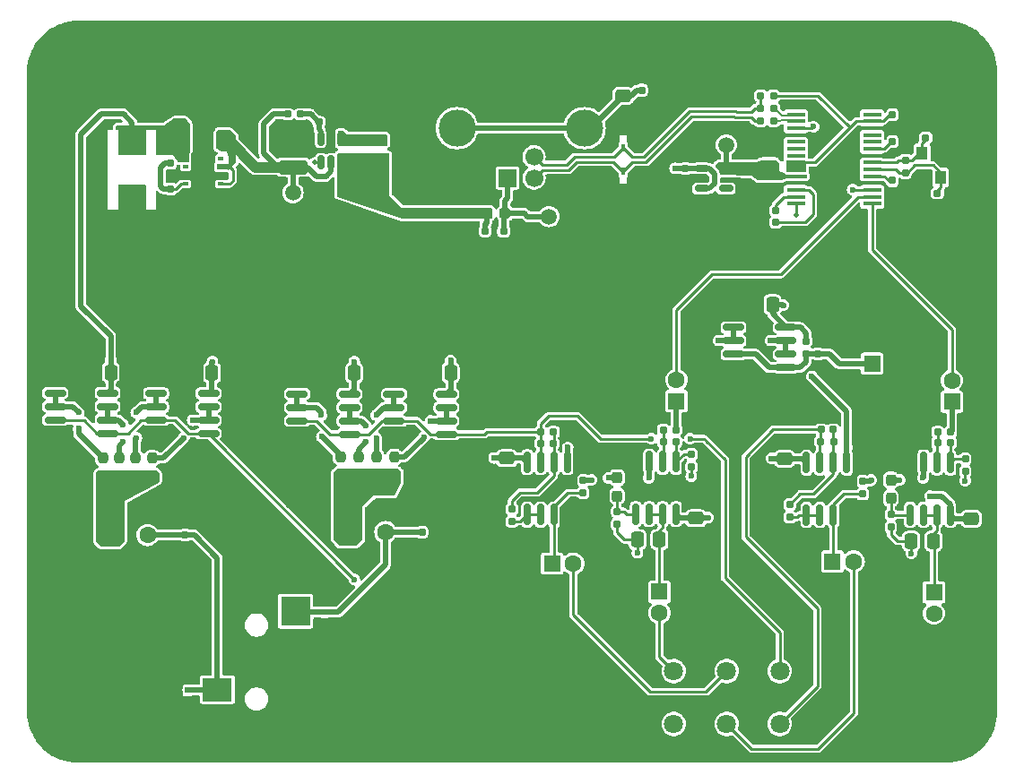
<source format=gtl>
G04 #@! TF.GenerationSoftware,KiCad,Pcbnew,8.0.5*
G04 #@! TF.CreationDate,2024-11-13T10:27:44-05:00*
G04 #@! TF.ProjectId,DacAmp,44616341-6d70-42e6-9b69-6361645f7063,rev?*
G04 #@! TF.SameCoordinates,Original*
G04 #@! TF.FileFunction,Copper,L1,Top*
G04 #@! TF.FilePolarity,Positive*
%FSLAX46Y46*%
G04 Gerber Fmt 4.6, Leading zero omitted, Abs format (unit mm)*
G04 Created by KiCad (PCBNEW 8.0.5) date 2024-11-13 10:27:44*
%MOMM*%
%LPD*%
G01*
G04 APERTURE LIST*
G04 Aperture macros list*
%AMRoundRect*
0 Rectangle with rounded corners*
0 $1 Rounding radius*
0 $2 $3 $4 $5 $6 $7 $8 $9 X,Y pos of 4 corners*
0 Add a 4 corners polygon primitive as box body*
4,1,4,$2,$3,$4,$5,$6,$7,$8,$9,$2,$3,0*
0 Add four circle primitives for the rounded corners*
1,1,$1+$1,$2,$3*
1,1,$1+$1,$4,$5*
1,1,$1+$1,$6,$7*
1,1,$1+$1,$8,$9*
0 Add four rect primitives between the rounded corners*
20,1,$1+$1,$2,$3,$4,$5,0*
20,1,$1+$1,$4,$5,$6,$7,0*
20,1,$1+$1,$6,$7,$8,$9,0*
20,1,$1+$1,$8,$9,$2,$3,0*%
G04 Aperture macros list end*
G04 #@! TA.AperFunction,ComponentPad*
%ADD10C,4.500000*%
G04 #@! TD*
G04 #@! TA.AperFunction,SMDPad,CuDef*
%ADD11RoundRect,0.155000X-0.155000X0.212500X-0.155000X-0.212500X0.155000X-0.212500X0.155000X0.212500X0*%
G04 #@! TD*
G04 #@! TA.AperFunction,SMDPad,CuDef*
%ADD12RoundRect,0.250000X-0.475000X0.337500X-0.475000X-0.337500X0.475000X-0.337500X0.475000X0.337500X0*%
G04 #@! TD*
G04 #@! TA.AperFunction,SMDPad,CuDef*
%ADD13RoundRect,0.150000X0.150000X-0.825000X0.150000X0.825000X-0.150000X0.825000X-0.150000X-0.825000X0*%
G04 #@! TD*
G04 #@! TA.AperFunction,SMDPad,CuDef*
%ADD14RoundRect,0.155000X0.212500X0.155000X-0.212500X0.155000X-0.212500X-0.155000X0.212500X-0.155000X0*%
G04 #@! TD*
G04 #@! TA.AperFunction,SMDPad,CuDef*
%ADD15C,1.500000*%
G04 #@! TD*
G04 #@! TA.AperFunction,SMDPad,CuDef*
%ADD16RoundRect,0.150000X-0.512500X-0.150000X0.512500X-0.150000X0.512500X0.150000X-0.512500X0.150000X0*%
G04 #@! TD*
G04 #@! TA.AperFunction,SMDPad,CuDef*
%ADD17RoundRect,0.160000X-0.160000X0.197500X-0.160000X-0.197500X0.160000X-0.197500X0.160000X0.197500X0*%
G04 #@! TD*
G04 #@! TA.AperFunction,SMDPad,CuDef*
%ADD18RoundRect,0.237500X-0.237500X0.250000X-0.237500X-0.250000X0.237500X-0.250000X0.237500X0.250000X0*%
G04 #@! TD*
G04 #@! TA.AperFunction,SMDPad,CuDef*
%ADD19RoundRect,0.160000X0.160000X-0.197500X0.160000X0.197500X-0.160000X0.197500X-0.160000X-0.197500X0*%
G04 #@! TD*
G04 #@! TA.AperFunction,SMDPad,CuDef*
%ADD20RoundRect,0.160000X-0.197500X-0.160000X0.197500X-0.160000X0.197500X0.160000X-0.197500X0.160000X0*%
G04 #@! TD*
G04 #@! TA.AperFunction,SMDPad,CuDef*
%ADD21RoundRect,0.160000X0.197500X0.160000X-0.197500X0.160000X-0.197500X-0.160000X0.197500X-0.160000X0*%
G04 #@! TD*
G04 #@! TA.AperFunction,ComponentPad*
%ADD22R,1.600000X1.600000*%
G04 #@! TD*
G04 #@! TA.AperFunction,ComponentPad*
%ADD23C,1.600000*%
G04 #@! TD*
G04 #@! TA.AperFunction,SMDPad,CuDef*
%ADD24RoundRect,0.250000X0.475000X-0.337500X0.475000X0.337500X-0.475000X0.337500X-0.475000X-0.337500X0*%
G04 #@! TD*
G04 #@! TA.AperFunction,SMDPad,CuDef*
%ADD25RoundRect,0.250000X0.337500X0.475000X-0.337500X0.475000X-0.337500X-0.475000X0.337500X-0.475000X0*%
G04 #@! TD*
G04 #@! TA.AperFunction,SMDPad,CuDef*
%ADD26R,1.750000X0.450000*%
G04 #@! TD*
G04 #@! TA.AperFunction,SMDPad,CuDef*
%ADD27RoundRect,0.155000X-0.212500X-0.155000X0.212500X-0.155000X0.212500X0.155000X-0.212500X0.155000X0*%
G04 #@! TD*
G04 #@! TA.AperFunction,SMDPad,CuDef*
%ADD28RoundRect,0.237500X0.237500X-0.300000X0.237500X0.300000X-0.237500X0.300000X-0.237500X-0.300000X0*%
G04 #@! TD*
G04 #@! TA.AperFunction,SMDPad,CuDef*
%ADD29R,0.499999X0.599999*%
G04 #@! TD*
G04 #@! TA.AperFunction,SMDPad,CuDef*
%ADD30R,2.800000X2.200000*%
G04 #@! TD*
G04 #@! TA.AperFunction,SMDPad,CuDef*
%ADD31R,2.800000X2.800000*%
G04 #@! TD*
G04 #@! TA.AperFunction,SMDPad,CuDef*
%ADD32R,0.406400X0.711200*%
G04 #@! TD*
G04 #@! TA.AperFunction,ComponentPad*
%ADD33C,1.800000*%
G04 #@! TD*
G04 #@! TA.AperFunction,SMDPad,CuDef*
%ADD34RoundRect,0.150000X-0.150000X0.825000X-0.150000X-0.825000X0.150000X-0.825000X0.150000X0.825000X0*%
G04 #@! TD*
G04 #@! TA.AperFunction,SMDPad,CuDef*
%ADD35RoundRect,0.237500X0.287500X0.237500X-0.287500X0.237500X-0.287500X-0.237500X0.287500X-0.237500X0*%
G04 #@! TD*
G04 #@! TA.AperFunction,SMDPad,CuDef*
%ADD36RoundRect,0.150000X-0.825000X-0.150000X0.825000X-0.150000X0.825000X0.150000X-0.825000X0.150000X0*%
G04 #@! TD*
G04 #@! TA.AperFunction,SMDPad,CuDef*
%ADD37RoundRect,0.250000X-0.337500X-0.475000X0.337500X-0.475000X0.337500X0.475000X-0.337500X0.475000X0*%
G04 #@! TD*
G04 #@! TA.AperFunction,SMDPad,CuDef*
%ADD38R,3.000000X1.000000*%
G04 #@! TD*
G04 #@! TA.AperFunction,ComponentPad*
%ADD39R,1.700000X1.700000*%
G04 #@! TD*
G04 #@! TA.AperFunction,ComponentPad*
%ADD40C,1.700000*%
G04 #@! TD*
G04 #@! TA.AperFunction,ComponentPad*
%ADD41C,3.500000*%
G04 #@! TD*
G04 #@! TA.AperFunction,SMDPad,CuDef*
%ADD42R,1.050000X1.300000*%
G04 #@! TD*
G04 #@! TA.AperFunction,SMDPad,CuDef*
%ADD43R,2.514600X2.641600*%
G04 #@! TD*
G04 #@! TA.AperFunction,SMDPad,CuDef*
%ADD44R,0.499999X0.299999*%
G04 #@! TD*
G04 #@! TA.AperFunction,ComponentPad*
%ADD45C,0.499999*%
G04 #@! TD*
G04 #@! TA.AperFunction,SMDPad,CuDef*
%ADD46R,2.200001X2.999999*%
G04 #@! TD*
G04 #@! TA.AperFunction,SMDPad,CuDef*
%ADD47RoundRect,0.250000X1.100000X-0.412500X1.100000X0.412500X-1.100000X0.412500X-1.100000X-0.412500X0*%
G04 #@! TD*
G04 #@! TA.AperFunction,SMDPad,CuDef*
%ADD48RoundRect,0.150000X-0.150000X0.512500X-0.150000X-0.512500X0.150000X-0.512500X0.150000X0.512500X0*%
G04 #@! TD*
G04 #@! TA.AperFunction,ViaPad*
%ADD49C,0.600000*%
G04 #@! TD*
G04 #@! TA.AperFunction,ViaPad*
%ADD50C,0.500000*%
G04 #@! TD*
G04 #@! TA.AperFunction,Conductor*
%ADD51C,0.254000*%
G04 #@! TD*
G04 #@! TA.AperFunction,Conductor*
%ADD52C,0.508000*%
G04 #@! TD*
G04 #@! TA.AperFunction,Conductor*
%ADD53C,1.000000*%
G04 #@! TD*
G04 #@! TA.AperFunction,Conductor*
%ADD54C,0.274800*%
G04 #@! TD*
G04 #@! TA.AperFunction,Conductor*
%ADD55C,0.200000*%
G04 #@! TD*
G04 APERTURE END LIST*
D10*
X191422400Y-99562400D03*
D11*
X186327200Y-43127700D03*
X186327200Y-44262700D03*
D12*
X176148000Y-75625300D03*
X176148000Y-77700300D03*
D13*
X151839800Y-80923000D03*
X153109800Y-80923000D03*
X154379800Y-80923000D03*
X155649800Y-80923000D03*
X155649800Y-75973000D03*
X154379800Y-75973000D03*
X153109800Y-75973000D03*
X151839800Y-75973000D03*
D14*
X147868900Y-54140400D03*
X146733900Y-54140400D03*
D15*
X129739000Y-50495200D03*
D16*
X168339500Y-48214600D03*
X168339500Y-49164600D03*
X168339500Y-50114600D03*
X170614500Y-50114600D03*
X170614500Y-48214600D03*
D17*
X193215000Y-75653300D03*
X193215000Y-76848300D03*
X179307000Y-64534900D03*
X179307000Y-65729900D03*
D15*
X137222400Y-50138400D03*
D18*
X137597000Y-75448300D03*
X137597000Y-77273300D03*
D19*
X186190800Y-82115500D03*
X186190800Y-80920500D03*
D20*
X132165100Y-43818000D03*
X133360100Y-43818000D03*
D10*
X109422400Y-39062400D03*
D14*
X180733500Y-72889000D03*
X179598500Y-72889000D03*
D21*
X175298900Y-52195000D03*
X174103900Y-52195000D03*
D22*
X165936800Y-70187225D03*
D23*
X165936800Y-68187225D03*
D19*
X162678800Y-40812500D03*
X162678800Y-39617500D03*
D24*
X193773000Y-81311300D03*
X193773000Y-79236300D03*
D25*
X135496300Y-67531800D03*
X133421300Y-67531800D03*
D26*
X177207400Y-43102400D03*
X177207400Y-43752400D03*
X177207400Y-44402400D03*
X177207400Y-45052400D03*
X177207400Y-45702400D03*
X177207400Y-46352400D03*
X177207400Y-47002400D03*
X177207400Y-47652400D03*
X177207400Y-48302400D03*
X177207400Y-48952400D03*
X177207400Y-49602400D03*
X177207400Y-50252400D03*
X177207400Y-50902400D03*
X177207400Y-51552400D03*
X184407400Y-51552400D03*
X184407400Y-50902400D03*
X184407400Y-50252400D03*
X184407400Y-49602400D03*
X184407400Y-48952400D03*
X184407400Y-48302400D03*
X184407400Y-47652400D03*
X184407400Y-47002400D03*
X184407400Y-46352400D03*
X184407400Y-45702400D03*
X184407400Y-45052400D03*
X184407400Y-44402400D03*
X184407400Y-43752400D03*
X184407400Y-43102400D03*
D10*
X191422400Y-39062400D03*
D22*
X112496498Y-82847800D03*
D23*
X115996498Y-82847800D03*
D19*
X141923800Y-83781500D03*
X141923800Y-82586500D03*
D27*
X149616900Y-54152400D03*
X150751900Y-54152400D03*
D25*
X175014500Y-61084000D03*
X172939500Y-61084000D03*
D18*
X111778000Y-75575300D03*
X111778000Y-77400300D03*
D12*
X174652200Y-48318700D03*
X174652200Y-50393700D03*
D14*
X134321300Y-50237200D03*
X133186300Y-50237200D03*
D19*
X150405800Y-81570500D03*
X150405800Y-80375500D03*
D27*
X189475900Y-45297000D03*
X190610900Y-45297000D03*
D24*
X167770800Y-81266500D03*
X167770800Y-79191500D03*
D28*
X160334000Y-79162500D03*
X160334000Y-77437500D03*
D25*
X123312500Y-45546800D03*
X121237500Y-45546800D03*
D29*
X132721998Y-90146799D03*
X132721998Y-91146797D03*
D20*
X164699500Y-74042800D03*
X165894500Y-74042800D03*
D30*
X122589000Y-97454000D03*
X129989000Y-99454000D03*
D31*
X129989000Y-90054000D03*
D25*
X144624500Y-67504000D03*
X142549500Y-67504000D03*
D14*
X154289500Y-74190000D03*
X153154500Y-74190000D03*
D32*
X160916100Y-50077000D03*
X160916100Y-48476800D03*
D22*
X190251000Y-88267575D03*
D23*
X190251000Y-90267575D03*
D10*
X109422400Y-99562400D03*
D18*
X135916000Y-75448300D03*
X135916000Y-77273300D03*
D15*
X153892400Y-52758400D03*
D21*
X154322500Y-73121000D03*
X153127500Y-73121000D03*
X191800500Y-73125000D03*
X190605500Y-73125000D03*
D33*
X165684800Y-100706800D03*
X170684800Y-100706800D03*
X175684800Y-100706800D03*
X165684800Y-95706800D03*
X170684800Y-95706800D03*
X175684800Y-95706800D03*
D17*
X157133000Y-77671300D03*
X157133000Y-78866300D03*
X183536000Y-77780300D03*
X183536000Y-78975300D03*
D20*
X173901900Y-42509400D03*
X175096900Y-42509400D03*
D22*
X164324000Y-88207575D03*
D23*
X164324000Y-90207575D03*
D34*
X191805000Y-75994800D03*
X190535000Y-75994800D03*
X189265000Y-75994800D03*
X187995000Y-75994800D03*
X187995000Y-80944800D03*
X189265000Y-80944800D03*
X190535000Y-80944800D03*
X191805000Y-80944800D03*
D11*
X186327200Y-45667700D03*
X186327200Y-46802700D03*
D18*
X139278000Y-75448300D03*
X139278000Y-77273300D03*
D19*
X160334000Y-81816300D03*
X160334000Y-80621300D03*
D28*
X186187000Y-79382300D03*
X186187000Y-77657300D03*
D15*
X170642800Y-46004200D03*
D20*
X173901900Y-43737400D03*
X175096900Y-43737400D03*
D15*
X118826400Y-44636600D03*
D35*
X149765400Y-52443400D03*
X148015400Y-52443400D03*
D36*
X130120800Y-69519800D03*
X130120800Y-70789800D03*
X130120800Y-72059800D03*
X130120800Y-73329800D03*
X135070800Y-73329800D03*
X135070800Y-72059800D03*
X135070800Y-70789800D03*
X135070800Y-69519800D03*
D12*
X149907000Y-75591300D03*
X149907000Y-77666300D03*
D22*
X154199575Y-85551800D03*
D23*
X156199575Y-85551800D03*
D37*
X162253300Y-83283800D03*
X164328300Y-83283800D03*
D38*
X137043800Y-47563600D03*
X137043800Y-45563600D03*
D17*
X118179200Y-46536700D03*
X118179200Y-47731700D03*
D39*
X149997800Y-49116000D03*
D40*
X152497800Y-49116000D03*
X152497800Y-47116000D03*
X149997800Y-47116000D03*
D41*
X145227800Y-44406000D03*
X157267800Y-44406000D03*
D25*
X122084300Y-67529600D03*
X120009300Y-67529600D03*
D20*
X190605500Y-74144800D03*
X191800500Y-74144800D03*
D19*
X187559600Y-48622700D03*
X187559600Y-47427700D03*
D34*
X165903000Y-75934800D03*
X164633000Y-75934800D03*
X163363000Y-75934800D03*
X162093000Y-75934800D03*
X162093000Y-80884800D03*
X163363000Y-80884800D03*
X164633000Y-80884800D03*
X165903000Y-80884800D03*
D24*
X160902800Y-41345500D03*
X160902800Y-39270500D03*
D36*
X171320800Y-63227800D03*
X171320800Y-64497800D03*
X171320800Y-65767800D03*
X171320800Y-67037800D03*
X176270800Y-67037800D03*
X176270800Y-65767800D03*
X176270800Y-64497800D03*
X176270800Y-63227800D03*
D18*
X116440000Y-75575300D03*
X116440000Y-77400300D03*
D21*
X180763500Y-74002000D03*
X179568500Y-74002000D03*
D18*
X114886000Y-75575300D03*
X114886000Y-77400300D03*
D22*
X184405800Y-66659302D03*
D23*
X184405800Y-63159302D03*
D14*
X190572900Y-50569000D03*
X189437900Y-50569000D03*
D36*
X116800800Y-69464800D03*
X116800800Y-70734800D03*
X116800800Y-72004800D03*
X116800800Y-73274800D03*
X121750800Y-73274800D03*
X121750800Y-72004800D03*
X121750800Y-70734800D03*
X121750800Y-69464800D03*
D42*
X190886400Y-49072000D03*
X190886400Y-46772000D03*
X189136400Y-46772000D03*
X189136400Y-49072000D03*
D19*
X176637800Y-81171500D03*
X176637800Y-79976500D03*
D13*
X178204800Y-80957000D03*
X179474800Y-80957000D03*
X180744800Y-80957000D03*
X182014800Y-80957000D03*
X182014800Y-76007000D03*
X180744800Y-76007000D03*
X179474800Y-76007000D03*
X178204800Y-76007000D03*
D43*
X114526600Y-45628200D03*
X114526600Y-51089200D03*
D36*
X107275800Y-69440800D03*
X107275800Y-70710800D03*
X107275800Y-71980800D03*
X107275800Y-73250800D03*
X112225800Y-73250800D03*
X112225800Y-71980800D03*
X112225800Y-70710800D03*
X112225800Y-69440800D03*
D19*
X119544800Y-84035500D03*
X119544800Y-82840500D03*
D29*
X119795994Y-97512799D03*
X119795994Y-98512797D03*
D19*
X118162000Y-50141300D03*
X118162000Y-48946300D03*
D17*
X167360000Y-75212300D03*
X167360000Y-76407300D03*
D21*
X165894500Y-72938000D03*
X164699500Y-72938000D03*
D11*
X172215400Y-48417700D03*
X172215400Y-49552700D03*
D22*
X191940000Y-70247225D03*
D23*
X191940000Y-68247225D03*
D44*
X122878999Y-49677402D03*
X122878999Y-48877401D03*
X122878999Y-48077402D03*
X122878999Y-47277401D03*
X119578998Y-47277401D03*
X119578998Y-48077402D03*
X119578998Y-48877401D03*
X119578998Y-49677402D03*
D45*
X121728997Y-48477399D03*
X121228997Y-49177403D03*
D46*
X121228997Y-48477402D03*
D45*
X121228997Y-47777400D03*
X120728997Y-48477399D03*
D47*
X129751400Y-48090100D03*
X129751400Y-44965100D03*
D21*
X175298900Y-53296000D03*
X174103900Y-53296000D03*
D22*
X180673225Y-85354000D03*
D23*
X182673225Y-85354000D03*
D19*
X178187800Y-65715500D03*
X178187800Y-64520500D03*
D37*
X188107300Y-83432800D03*
X190182300Y-83432800D03*
D21*
X175096900Y-41359000D03*
X173901900Y-41359000D03*
D11*
X166768600Y-48214500D03*
X166768600Y-49349500D03*
D48*
X134268200Y-45384900D03*
X133318200Y-45384900D03*
X132368200Y-45384900D03*
X132368200Y-47659900D03*
X133318200Y-47659900D03*
X134268200Y-47659900D03*
D22*
X134960498Y-82568800D03*
D23*
X138460498Y-82568800D03*
D25*
X112524300Y-67480800D03*
X110449300Y-67480800D03*
D36*
X139264800Y-69543800D03*
X139264800Y-70813800D03*
X139264800Y-72083800D03*
X139264800Y-73353800D03*
X144214800Y-73353800D03*
X144214800Y-72083800D03*
X144214800Y-70813800D03*
X144214800Y-69543800D03*
D18*
X113332000Y-75575300D03*
X113332000Y-77400300D03*
D20*
X129246300Y-43086800D03*
X130441300Y-43086800D03*
D11*
X186327200Y-49350700D03*
X186327200Y-50485700D03*
D18*
X134235000Y-75448300D03*
X134235000Y-77273300D03*
D32*
X160916100Y-44667400D03*
X160916100Y-46267600D03*
D49*
X177187400Y-38527400D03*
X179727400Y-38527400D03*
X174647400Y-36622400D03*
X177187400Y-36622400D03*
X179727400Y-36622400D03*
X174647400Y-38527400D03*
X187347400Y-40432400D03*
X184807400Y-38527400D03*
X187347400Y-38527400D03*
X182267400Y-36622400D03*
X184807400Y-36622400D03*
X187347400Y-36622400D03*
X184807400Y-40432400D03*
X182267400Y-38527400D03*
X182267400Y-40432400D03*
X171472400Y-40432400D03*
X168932400Y-38527400D03*
X171472400Y-38527400D03*
X166392400Y-36622400D03*
X168932400Y-36622400D03*
X171472400Y-36622400D03*
X168932400Y-40432400D03*
X166392400Y-38527400D03*
X166392400Y-40432400D03*
X154327400Y-40432400D03*
X151787400Y-38527400D03*
X154327400Y-38527400D03*
X149247400Y-36622400D03*
X151787400Y-36622400D03*
X154327400Y-36622400D03*
X151787400Y-40432400D03*
X149247400Y-38527400D03*
X149247400Y-40432400D03*
X142897400Y-40432400D03*
X140357400Y-38527400D03*
X142897400Y-38527400D03*
X137817400Y-36622400D03*
X140357400Y-36622400D03*
X142897400Y-36622400D03*
X140357400Y-40432400D03*
X137817400Y-38527400D03*
X137817400Y-40432400D03*
X135912400Y-40432400D03*
X133372400Y-38527400D03*
X135912400Y-38527400D03*
X130832400Y-36622400D03*
X133372400Y-36622400D03*
X135912400Y-36622400D03*
X133372400Y-40432400D03*
X130832400Y-38527400D03*
X130832400Y-40432400D03*
X127657400Y-40432400D03*
X125117400Y-38527400D03*
X127657400Y-38527400D03*
X122577400Y-36622400D03*
X125117400Y-36622400D03*
X127657400Y-36622400D03*
X125117400Y-40432400D03*
X122577400Y-38527400D03*
X122577400Y-40432400D03*
X120037400Y-40432400D03*
X117497400Y-38527400D03*
X120037400Y-38527400D03*
X114957400Y-36622400D03*
X117497400Y-36622400D03*
X120037400Y-36622400D03*
X117497400Y-40432400D03*
X114957400Y-38527400D03*
X114957400Y-40432400D03*
X192427400Y-58847400D03*
X192427400Y-54402400D03*
X189887400Y-57577400D03*
X189252400Y-53767400D03*
X187347400Y-55672400D03*
X186712400Y-53767400D03*
X182902400Y-53767400D03*
X180997400Y-55672400D03*
X178457400Y-60117400D03*
X180362400Y-58212400D03*
X182902400Y-57577400D03*
X189887400Y-64562400D03*
X184807400Y-60117400D03*
X182267400Y-60117400D03*
X180362400Y-62022400D03*
X178457400Y-70912400D03*
X176552400Y-69007400D03*
X171472400Y-69007400D03*
X174012400Y-69642400D03*
X175917400Y-70912400D03*
X172742400Y-71547400D03*
X171472400Y-73452400D03*
X174012400Y-79802400D03*
X174012400Y-81707400D03*
X175282400Y-81707400D03*
X175282400Y-83612400D03*
X176552400Y-84882400D03*
X176552400Y-82977400D03*
X177822400Y-84247400D03*
X177822400Y-86152400D03*
X179092400Y-87422400D03*
X180997400Y-88692400D03*
X180997400Y-90597400D03*
X180997400Y-92502400D03*
X180997400Y-94407400D03*
X180997400Y-96312400D03*
X185442400Y-93137400D03*
X187347400Y-88057400D03*
X186712400Y-90597400D03*
X184172400Y-91232400D03*
X185442400Y-86787400D03*
X184807400Y-82342400D03*
X184807400Y-84882400D03*
X185442400Y-88692400D03*
X184172400Y-69642400D03*
X186077400Y-69642400D03*
X187982400Y-69642400D03*
X187982400Y-72182400D03*
X186077400Y-72182400D03*
X184172400Y-72182400D03*
X184172400Y-74722400D03*
X186077400Y-74722400D03*
X194332400Y-76627400D03*
X187347400Y-86152400D03*
X177822400Y-101392400D03*
X173377400Y-99487400D03*
X167662400Y-101392400D03*
X177822400Y-90597400D03*
X177822400Y-95677400D03*
X177822400Y-93137400D03*
X176552400Y-89962400D03*
X174647400Y-88692400D03*
X172742400Y-86787400D03*
X172107400Y-84882400D03*
X172107400Y-93772400D03*
X169567400Y-91867400D03*
X172107400Y-91867400D03*
X167027400Y-89962400D03*
X169567400Y-89962400D03*
X169567400Y-93772400D03*
X167027400Y-91867400D03*
X167027400Y-93772400D03*
X163217400Y-95677400D03*
X163217400Y-94407400D03*
X162582400Y-93137400D03*
X161312400Y-91867400D03*
X158772400Y-90597400D03*
X160677400Y-89962400D03*
X160677400Y-88057400D03*
X158137400Y-88692400D03*
X158137400Y-86152400D03*
X157502400Y-82977400D03*
X146072400Y-100757400D03*
X142897400Y-96312400D03*
X136547400Y-96312400D03*
X139722400Y-95042400D03*
X140992400Y-100122400D03*
X139087400Y-98217400D03*
X142897400Y-98852400D03*
X147977400Y-102662400D03*
X143532400Y-102662400D03*
X139087400Y-102662400D03*
X135277400Y-100122400D03*
X134007400Y-95677400D03*
X135912400Y-93137400D03*
X106702400Y-93772400D03*
X106702400Y-89327400D03*
X106702400Y-85517400D03*
X107972400Y-77897400D03*
X108607400Y-81707400D03*
X109242400Y-86152400D03*
X119402400Y-94407400D03*
X113687400Y-100122400D03*
X116862400Y-101392400D03*
X113687400Y-96947400D03*
X109877400Y-95677400D03*
X109877400Y-93772400D03*
X114322400Y-93772400D03*
X116227400Y-96312400D03*
X120037400Y-91867400D03*
X117497400Y-88692400D03*
X116862400Y-90597400D03*
X113687400Y-89962400D03*
X110512400Y-89962400D03*
X133372400Y-88057400D03*
X131467400Y-86787400D03*
X128927400Y-86152400D03*
X125117400Y-85517400D03*
X120672400Y-79167400D03*
X124482400Y-82977400D03*
X124482400Y-78532400D03*
X120672400Y-75992400D03*
X122577400Y-80437400D03*
X127022400Y-84247400D03*
X130197400Y-84247400D03*
X127022400Y-81707400D03*
X131467400Y-81072400D03*
X127022400Y-73452400D03*
X127022400Y-69642400D03*
X125117400Y-69642400D03*
X125117400Y-71547400D03*
X127022400Y-71547400D03*
X125117400Y-73452400D03*
X127022400Y-75357400D03*
X129562400Y-78532400D03*
X129562400Y-75992400D03*
X131467400Y-78532400D03*
X131467400Y-75992400D03*
X154327400Y-101392400D03*
X154327400Y-99487400D03*
X151152400Y-99487400D03*
X147342400Y-95042400D03*
X147342400Y-93137400D03*
X144802400Y-93137400D03*
X158137400Y-95042400D03*
X156232400Y-95042400D03*
X156232400Y-93137400D03*
X154327400Y-91232400D03*
X154327400Y-89327400D03*
X151152400Y-83612400D03*
X151152400Y-85517400D03*
X151152400Y-87422400D03*
X151152400Y-89327400D03*
X151152400Y-91232400D03*
X149247400Y-91232400D03*
X149247400Y-89327400D03*
X149247400Y-87422400D03*
X149247400Y-85517400D03*
X149247400Y-83612400D03*
X142897400Y-75992400D03*
X142897400Y-77897400D03*
X142897400Y-79802400D03*
X142897400Y-81707400D03*
X147342400Y-77897400D03*
X147342400Y-75992400D03*
X144802400Y-75992400D03*
X144802400Y-77897400D03*
X144802400Y-79802400D03*
X147342400Y-79802400D03*
X147342400Y-81707400D03*
X144802400Y-81707400D03*
X144802400Y-83612400D03*
X147342400Y-83612400D03*
X147342400Y-85517400D03*
X144802400Y-85517400D03*
X142262400Y-85517400D03*
X161947400Y-101392400D03*
X159407400Y-99487400D03*
X161947400Y-99487400D03*
X156867400Y-97582400D03*
X159407400Y-97582400D03*
X161947400Y-97582400D03*
X159407400Y-101392400D03*
X156867400Y-99487400D03*
X156867400Y-101392400D03*
X154327400Y-96947400D03*
X151152400Y-95042400D03*
X154327400Y-95042400D03*
X149247400Y-93137400D03*
X151152400Y-93137400D03*
X154327400Y-93137400D03*
X151152400Y-96947400D03*
X149247400Y-95042400D03*
X149247400Y-96947400D03*
X142262400Y-87422400D03*
X144802400Y-89327400D03*
X142262400Y-89327400D03*
X147342400Y-91232400D03*
X144802400Y-91232400D03*
X142262400Y-91232400D03*
X144802400Y-87422400D03*
X147342400Y-89327400D03*
X147342400Y-87422400D03*
X114322400Y-60117400D03*
X111782400Y-58212400D03*
X114322400Y-58212400D03*
X111782400Y-56307400D03*
X114322400Y-56307400D03*
X111782400Y-60117400D03*
X162582400Y-69642400D03*
X160042400Y-67737400D03*
X162582400Y-67737400D03*
X157502400Y-65832400D03*
X160042400Y-65832400D03*
X162582400Y-65832400D03*
X160042400Y-69642400D03*
X157502400Y-67737400D03*
X157502400Y-69642400D03*
X154962400Y-69642400D03*
X152422400Y-67737400D03*
X154962400Y-67737400D03*
X149882400Y-65832400D03*
X152422400Y-65832400D03*
X154962400Y-65832400D03*
X152422400Y-69642400D03*
X149882400Y-67737400D03*
X149882400Y-69642400D03*
X154962400Y-54402400D03*
X154962400Y-56307400D03*
X152422400Y-56307400D03*
X149882400Y-56307400D03*
X147342400Y-56307400D03*
X119402400Y-56307400D03*
X121942400Y-56307400D03*
X116862400Y-56307400D03*
X121942400Y-54402400D03*
X119402400Y-54402400D03*
X124482400Y-54402400D03*
X127022400Y-56307400D03*
X129562400Y-56307400D03*
X124482400Y-56307400D03*
X129562400Y-54402400D03*
X127022400Y-54402400D03*
X132102400Y-54402400D03*
X134642400Y-56307400D03*
X137182400Y-56307400D03*
X132102400Y-56307400D03*
X137182400Y-54402400D03*
X134007400Y-54402400D03*
X139722400Y-54402400D03*
X142262400Y-56307400D03*
X144802400Y-56307400D03*
X139722400Y-56307400D03*
X142262400Y-54402400D03*
X157502400Y-54402400D03*
X160042400Y-56307400D03*
X162582400Y-56307400D03*
X157502400Y-56307400D03*
X162582400Y-54402400D03*
X160042400Y-54402400D03*
X164487400Y-56942400D03*
X164487400Y-55037400D03*
X166392400Y-56942400D03*
X166392400Y-55037400D03*
X164487400Y-51862400D03*
X166392400Y-53767400D03*
X168932400Y-53767400D03*
X164487400Y-53767400D03*
X168932400Y-51862400D03*
X166392400Y-51862400D03*
X168932400Y-55037400D03*
X171472400Y-56942400D03*
X174012400Y-56942400D03*
X168932400Y-56942400D03*
X174012400Y-55037400D03*
X171472400Y-55037400D03*
X164487400Y-63927400D03*
X161947400Y-62022400D03*
X164487400Y-62022400D03*
X159407400Y-60117400D03*
X161947400Y-60117400D03*
X164487400Y-60117400D03*
X164487400Y-58212400D03*
X161947400Y-63927400D03*
X161947400Y-58212400D03*
X159407400Y-58212400D03*
X159407400Y-62022400D03*
X159407400Y-63927400D03*
X147342400Y-62022400D03*
X147342400Y-60117400D03*
X147342400Y-58212400D03*
X147342400Y-63927400D03*
X149882400Y-58212400D03*
X154962400Y-58212400D03*
X149882400Y-63927400D03*
X152422400Y-63927400D03*
X152422400Y-58212400D03*
X152422400Y-62022400D03*
X149882400Y-62022400D03*
X149882400Y-60117400D03*
X157502400Y-63927400D03*
X154962400Y-62022400D03*
X154962400Y-63927400D03*
X157502400Y-62022400D03*
X152422400Y-60117400D03*
X154962400Y-60117400D03*
X157502400Y-58212400D03*
X157502400Y-60117400D03*
X134642400Y-60117400D03*
X132102400Y-60117400D03*
X134642400Y-58212400D03*
X134642400Y-63927400D03*
X132102400Y-58212400D03*
X132102400Y-63927400D03*
X134642400Y-62022400D03*
X132102400Y-62022400D03*
X144802400Y-58212400D03*
X142262400Y-63927400D03*
X144802400Y-62022400D03*
X144802400Y-60117400D03*
X144802400Y-63927400D03*
X137182400Y-60117400D03*
X139722400Y-60117400D03*
X142262400Y-60117400D03*
X142262400Y-62022400D03*
X142262400Y-58212400D03*
X137182400Y-63927400D03*
X139722400Y-63927400D03*
X139722400Y-62022400D03*
X139722400Y-58212400D03*
X137182400Y-58212400D03*
X137182400Y-62022400D03*
X129562400Y-60117400D03*
X127022400Y-60117400D03*
X129562400Y-58212400D03*
X129562400Y-63927400D03*
X127022400Y-58212400D03*
X127022400Y-63927400D03*
X129562400Y-62022400D03*
X127022400Y-62022400D03*
X124482400Y-60117400D03*
X121942400Y-60117400D03*
X124482400Y-58212400D03*
X124482400Y-63927400D03*
X121942400Y-58212400D03*
X121942400Y-63927400D03*
X124482400Y-62022400D03*
X121942400Y-62022400D03*
X119402400Y-63927400D03*
X116862400Y-63927400D03*
X119402400Y-62022400D03*
X116862400Y-62022400D03*
X119402400Y-60117400D03*
X116862400Y-60117400D03*
X119402400Y-58212400D03*
X116862400Y-58212400D03*
X182394400Y-47671400D03*
X182394400Y-46020400D03*
X182394400Y-42591400D03*
X180870400Y-44369400D03*
X180870400Y-47544400D03*
X180870400Y-48814400D03*
X180870400Y-50084400D03*
X180870400Y-51354400D03*
X176044400Y-61133400D03*
X189887400Y-79167400D03*
X174901400Y-75611400D03*
X168932400Y-81199400D03*
X138213200Y-43950800D03*
X132021400Y-99434400D03*
X187012000Y-44251200D03*
X133133200Y-51316800D03*
X172222400Y-50262400D03*
X178630000Y-49534400D03*
X139308400Y-74068400D03*
X128722400Y-73312400D03*
X190618800Y-44606800D03*
X121249600Y-44284000D03*
X189450400Y-51261600D03*
X119994000Y-66448400D03*
X105795400Y-73306400D03*
X182808400Y-80893400D03*
X162123400Y-74624400D03*
X155649800Y-82463000D03*
X173022400Y-51212400D03*
X130644000Y-46135200D03*
X148846000Y-77684400D03*
X132218800Y-51316800D03*
X136994000Y-43950800D03*
X172072400Y-52462400D03*
X171972400Y-51412400D03*
X173572400Y-50362400D03*
X132218800Y-50300800D03*
X173372400Y-52212400D03*
X139889600Y-48014800D03*
X120690800Y-50837200D03*
X119725600Y-51700800D03*
X139584800Y-50097600D03*
X142925500Y-83781500D03*
X166117200Y-49340400D03*
X115356800Y-53326400D03*
X128866000Y-46135200D03*
X160934000Y-38267600D03*
X118760400Y-52513600D03*
X146019800Y-54131800D03*
X178601800Y-45216400D03*
X117693600Y-53224800D03*
X182998800Y-49382000D03*
X135724000Y-43544400D03*
X165552400Y-77672400D03*
X132656400Y-91941400D03*
X133387200Y-43138000D03*
X160912400Y-50811200D03*
X116474400Y-53275600D03*
X188002800Y-74633600D03*
X133415600Y-66448400D03*
X119511400Y-84990400D03*
X187113600Y-46384800D03*
X160912400Y-43953200D03*
X172954000Y-59967200D03*
X173372400Y-53312400D03*
X175086800Y-77718400D03*
X114239200Y-53326400D03*
X119829400Y-99307400D03*
X142559600Y-66397600D03*
X187012000Y-50499600D03*
X172700000Y-67028400D03*
X194860800Y-79256400D03*
X116844400Y-73941400D03*
X134606400Y-43341200D03*
X151472400Y-54162400D03*
X168905200Y-79196400D03*
X110443600Y-66397600D03*
X182572400Y-50212400D03*
X165822400Y-48212400D03*
X178872400Y-44262400D03*
X134301600Y-49081600D03*
X147022400Y-52462400D03*
D50*
X131761600Y-47659200D03*
X177207600Y-52582400D03*
D49*
X167330400Y-77291400D03*
X162250400Y-84530400D03*
X193184400Y-77732400D03*
X188104400Y-84590400D03*
X144622400Y-66362400D03*
X122122400Y-66462400D03*
X112524300Y-66262400D03*
X148722400Y-75562400D03*
X135522400Y-66462400D03*
X109478400Y-71274400D03*
X109478400Y-72798400D03*
X113669400Y-74068400D03*
X113669400Y-72417400D03*
X114939400Y-73687400D03*
X114939400Y-71274400D03*
X120272400Y-72012400D03*
X119402578Y-73679291D03*
X132450400Y-73560400D03*
X132398488Y-71528400D03*
X136579044Y-72482044D03*
X136641400Y-74068400D03*
X137591641Y-71519043D03*
X137597000Y-73687400D03*
X142722400Y-72062400D03*
X142072400Y-73612400D03*
X135522400Y-87062400D03*
X163572400Y-73762400D03*
X167222400Y-73762400D03*
X187022400Y-77662400D03*
X174822400Y-64462400D03*
X189222400Y-77462400D03*
X184322400Y-77662400D03*
X182022400Y-74562400D03*
X178722400Y-67862400D03*
X159522400Y-77462400D03*
X157922400Y-77662400D03*
X155672400Y-74562400D03*
X169922400Y-64462400D03*
X163322400Y-77462400D03*
X131467400Y-49703400D03*
D51*
X175772400Y-58212400D02*
X183082400Y-50902400D01*
X169322400Y-58212400D02*
X175772400Y-58212400D01*
X165936800Y-68187225D02*
X165936800Y-61598000D01*
X165936800Y-61598000D02*
X169322400Y-58212400D01*
X183082400Y-50902400D02*
X184407400Y-50902400D01*
D52*
X147868900Y-53494900D02*
X148015400Y-53348400D01*
X147868900Y-54140400D02*
X147868900Y-53494900D01*
X148015400Y-53348400D02*
X148015400Y-52443400D01*
D51*
X178437800Y-45052400D02*
X178601800Y-45216400D01*
X177207400Y-45052400D02*
X178437800Y-45052400D01*
X179568500Y-72919000D02*
X179598500Y-72889000D01*
X179568500Y-74002000D02*
X179568500Y-72919000D01*
X179474800Y-74095700D02*
X179568500Y-74002000D01*
X179474800Y-76007000D02*
X179474800Y-74095700D01*
D52*
X168865300Y-81266500D02*
X168932400Y-81199400D01*
X167770800Y-81266500D02*
X168865300Y-81266500D01*
D53*
X123627800Y-45546800D02*
X126171100Y-48090100D01*
X126171100Y-48090100D02*
X129751400Y-48090100D01*
X123312500Y-45546800D02*
X123627800Y-45546800D01*
D52*
X131074418Y-48090100D02*
X129751400Y-48090100D01*
X132864400Y-48941400D02*
X131925718Y-48941400D01*
X133318200Y-48487600D02*
X132864400Y-48941400D01*
X133318200Y-47659900D02*
X133318200Y-48487600D01*
X131925718Y-48941400D02*
X131074418Y-48090100D01*
X175995000Y-61084000D02*
X176044400Y-61133400D01*
X175014500Y-61084000D02*
X175995000Y-61084000D01*
X178187800Y-63784800D02*
X178187800Y-64520500D01*
X177630800Y-63227800D02*
X178187800Y-63784800D01*
X176270800Y-63227800D02*
X177630800Y-63227800D01*
X191805000Y-79969801D02*
X191805000Y-80944800D01*
X191002599Y-79167400D02*
X191805000Y-79969801D01*
X189887400Y-79167400D02*
X191002599Y-79167400D01*
X176134100Y-75611400D02*
X176148000Y-75625300D01*
X174901400Y-75611400D02*
X176134100Y-75611400D01*
X170614500Y-48214600D02*
X170614500Y-46032500D01*
X170614500Y-46032500D02*
X170642800Y-46004200D01*
X173372400Y-52212400D02*
X173389800Y-52195000D01*
X148864100Y-77666300D02*
X148846000Y-77684400D01*
D51*
X190886400Y-46042800D02*
X190610900Y-45767300D01*
D52*
X186998100Y-50485700D02*
X187012000Y-50499600D01*
D51*
X160912400Y-50811200D02*
X160916100Y-50807500D01*
D52*
X160902800Y-39270500D02*
X160902800Y-38298800D01*
X167770800Y-79191500D02*
X168900300Y-79191500D01*
X151462400Y-54152400D02*
X151472400Y-54162400D01*
X193773000Y-79236300D02*
X194840700Y-79236300D01*
D51*
X184407400Y-47002400D02*
X185683200Y-47002400D01*
D52*
X168339500Y-49164600D02*
X167461400Y-49164600D01*
X142549500Y-66407700D02*
X142559600Y-66397600D01*
X132001800Y-99454000D02*
X132021400Y-99434400D01*
X119544800Y-84957000D02*
X119511400Y-84990400D01*
X166768600Y-49349500D02*
X166126300Y-49349500D01*
X149907000Y-77666300D02*
X148864100Y-77666300D01*
D51*
X190610900Y-45297000D02*
X190610900Y-44614700D01*
D52*
X133421300Y-66454100D02*
X133415600Y-66448400D01*
X171320800Y-67037800D02*
X172690600Y-67037800D01*
X139264800Y-73353800D02*
X139264800Y-74024800D01*
D51*
X186327200Y-46802700D02*
X186695700Y-46802700D01*
X190610900Y-45767300D02*
X190610900Y-45297000D01*
X190610900Y-44614700D02*
X190618800Y-44606800D01*
D52*
X150751900Y-54152400D02*
X151462400Y-54152400D01*
D51*
X175341100Y-50393700D02*
X174652200Y-50393700D01*
D52*
X172939500Y-59981700D02*
X172954000Y-59967200D01*
D51*
X160916100Y-43956900D02*
X160912400Y-43953200D01*
D52*
X174652200Y-50393700D02*
X173603700Y-50393700D01*
D51*
X119795994Y-98512797D02*
X119795994Y-99273994D01*
X189437900Y-50029900D02*
X189437900Y-50569000D01*
D52*
X130120800Y-73329800D02*
X128739800Y-73329800D01*
X139264800Y-74024800D02*
X139308400Y-74068400D01*
X181801498Y-63159302D02*
X184405800Y-63159302D01*
X172690600Y-67037800D02*
X172700000Y-67028400D01*
D51*
X183219200Y-49602400D02*
X182998800Y-49382000D01*
X184407400Y-49602400D02*
X183219200Y-49602400D01*
X186695700Y-46802700D02*
X187113600Y-46384800D01*
X162093000Y-74654800D02*
X162123400Y-74624400D01*
X185781300Y-44262700D02*
X186327200Y-44262700D01*
X105851000Y-73250800D02*
X107275800Y-73250800D01*
X189136400Y-49728400D02*
X189437900Y-50029900D01*
X177207400Y-49602400D02*
X176132400Y-49602400D01*
D52*
X133421300Y-67531800D02*
X133421300Y-66454100D01*
X175104900Y-77700300D02*
X175086800Y-77718400D01*
X116844400Y-73318400D02*
X116800800Y-73274800D01*
D51*
X119795994Y-99273994D02*
X119829400Y-99307400D01*
X160916100Y-44667400D02*
X160916100Y-43956900D01*
X187000500Y-44262700D02*
X187012000Y-44251200D01*
D52*
X129989000Y-99454000D02*
X132001800Y-99454000D01*
D51*
X178562000Y-49602400D02*
X177207400Y-49602400D01*
X176132400Y-49602400D02*
X175341100Y-50393700D01*
X185641600Y-44402400D02*
X185781300Y-44262700D01*
D52*
X161632100Y-39270500D02*
X161979100Y-39617500D01*
X141923800Y-83781500D02*
X142925500Y-83781500D01*
X173603700Y-50393700D02*
X173572400Y-50362400D01*
X187995000Y-74641400D02*
X188002800Y-74633600D01*
D51*
X189437900Y-51249100D02*
X189450400Y-51261600D01*
D52*
X168900300Y-79191500D02*
X168905200Y-79196400D01*
D51*
X160916100Y-50807500D02*
X160916100Y-50077000D01*
X189136400Y-49072000D02*
X189136400Y-49728400D01*
D52*
X162093000Y-75934800D02*
X162093000Y-74654800D01*
X194840700Y-79236300D02*
X194860800Y-79256400D01*
X167461400Y-49164600D02*
X167276500Y-49349500D01*
X172215400Y-50255400D02*
X172222400Y-50262400D01*
X116844400Y-73941400D02*
X116844400Y-73318400D01*
X119544800Y-84035500D02*
X119544800Y-84957000D01*
X110449300Y-67480800D02*
X110449300Y-66403300D01*
X172213200Y-49554900D02*
X172215400Y-49552700D01*
D51*
X155649800Y-82463000D02*
X155649800Y-80923000D01*
X184407400Y-49602400D02*
X185443900Y-49602400D01*
X186327200Y-44262700D02*
X187000500Y-44262700D01*
X185683200Y-47002400D02*
X185882900Y-46802700D01*
X105795400Y-73306400D02*
X105851000Y-73250800D01*
X189437900Y-50569000D02*
X189437900Y-51249100D01*
D52*
X166126300Y-49349500D02*
X166117200Y-49340400D01*
X173389800Y-52195000D02*
X174103900Y-52195000D01*
D51*
X185443900Y-49602400D02*
X186327200Y-50485700D01*
X184407400Y-44402400D02*
X185641600Y-44402400D01*
X178630000Y-49534400D02*
X178562000Y-49602400D01*
D52*
X186327200Y-50485700D02*
X186998100Y-50485700D01*
X128739800Y-73329800D02*
X128722400Y-73312400D01*
X173372400Y-53312400D02*
X174087500Y-53312400D01*
X146725300Y-54131800D02*
X146733900Y-54140400D01*
X160902800Y-38298800D02*
X160934000Y-38267600D01*
X167276500Y-49349500D02*
X166768600Y-49349500D01*
X146019800Y-54131800D02*
X146725300Y-54131800D01*
X120009300Y-66463700D02*
X119994000Y-66448400D01*
X142549500Y-67504000D02*
X142549500Y-66407700D01*
X160902800Y-39270500D02*
X161632100Y-39270500D01*
D51*
X182078400Y-80893400D02*
X182014800Y-80957000D01*
D52*
X174087500Y-53312400D02*
X174103900Y-53296000D01*
X161979100Y-39617500D02*
X162678800Y-39617500D01*
D51*
X190886400Y-46772000D02*
X190886400Y-46042800D01*
D52*
X187995000Y-75994800D02*
X187995000Y-74641400D01*
X180425900Y-64534900D02*
X181801498Y-63159302D01*
X120009300Y-67529600D02*
X120009300Y-66463700D01*
D51*
X132721998Y-91146797D02*
X132721998Y-91875802D01*
D52*
X179307000Y-64534900D02*
X180425900Y-64534900D01*
X172939500Y-61084000D02*
X172939500Y-59981700D01*
X172215400Y-49552700D02*
X172215400Y-50255400D01*
D51*
X182808400Y-80893400D02*
X182078400Y-80893400D01*
D52*
X176148000Y-77700300D02*
X175104900Y-77700300D01*
D51*
X185882900Y-46802700D02*
X186327200Y-46802700D01*
D52*
X110449300Y-66403300D02*
X110443600Y-66397600D01*
X157267800Y-44406000D02*
X157842300Y-44406000D01*
X162199100Y-40812500D02*
X162678800Y-40812500D01*
X157842300Y-44406000D02*
X160902800Y-41345500D01*
X160902800Y-41345500D02*
X161666100Y-41345500D01*
X161666100Y-41345500D02*
X162199100Y-40812500D01*
X145227800Y-44406000D02*
X157267800Y-44406000D01*
D51*
X186205100Y-45667700D02*
X186327200Y-45667700D01*
X184407400Y-46352400D02*
X185520400Y-46352400D01*
X185520400Y-46352400D02*
X186205100Y-45667700D01*
X185566400Y-48952400D02*
X185964700Y-49350700D01*
X184407400Y-48952400D02*
X185566400Y-48952400D01*
X185964700Y-49350700D02*
X186327200Y-49350700D01*
X182612400Y-50252400D02*
X184407400Y-50252400D01*
X182572400Y-50212400D02*
X182612400Y-50252400D01*
D52*
X147041400Y-52443400D02*
X147022400Y-52462400D01*
D51*
X131762300Y-47659900D02*
X131761600Y-47659200D01*
D52*
X169001999Y-48214600D02*
X169522400Y-48735001D01*
X168339400Y-48214500D02*
X168339500Y-48214600D01*
X166768600Y-48214500D02*
X168339400Y-48214500D01*
D51*
X178732400Y-44402400D02*
X178872400Y-44262400D01*
D52*
X166766500Y-48212400D02*
X166768600Y-48214500D01*
D51*
X177207400Y-44402400D02*
X178732400Y-44402400D01*
D52*
X168339500Y-48214600D02*
X169001999Y-48214600D01*
X148015400Y-52443400D02*
X147041400Y-52443400D01*
D51*
X132368200Y-47659900D02*
X131762300Y-47659900D01*
D52*
X169522400Y-48735001D02*
X169522400Y-49662400D01*
X169522400Y-49662400D02*
X169070200Y-50114600D01*
X165822400Y-48212400D02*
X166766500Y-48212400D01*
X169070200Y-50114600D02*
X168339500Y-50114600D01*
D51*
X186052700Y-43127700D02*
X186327200Y-43127700D01*
X182888000Y-43752400D02*
X184407400Y-43752400D01*
X175096900Y-41359000D02*
X179293800Y-41359000D01*
X177207400Y-47652400D02*
X178988000Y-47652400D01*
X185428000Y-43752400D02*
X186052700Y-43127700D01*
X184407400Y-43752400D02*
X185428000Y-43752400D01*
X179293800Y-41359000D02*
X182287600Y-44352800D01*
X182287600Y-44352800D02*
X182888000Y-43752400D01*
X178988000Y-47652400D02*
X182888000Y-43752400D01*
X177207400Y-52582200D02*
X177207600Y-52582400D01*
X177207400Y-51552400D02*
X177207400Y-52582200D01*
X190886400Y-50028800D02*
X190886400Y-49072000D01*
X188434400Y-47908800D02*
X190161600Y-47908800D01*
X190161600Y-47908800D02*
X190886400Y-48633600D01*
X190572900Y-50342300D02*
X190886400Y-50028800D01*
X186963900Y-48622700D02*
X187559600Y-48622700D01*
X184407400Y-48302400D02*
X186643600Y-48302400D01*
X187720500Y-48622700D02*
X188434400Y-47908800D01*
X187559600Y-48622700D02*
X187720500Y-48622700D01*
X186643600Y-48302400D02*
X186963900Y-48622700D01*
X190886400Y-48633600D02*
X190886400Y-49072000D01*
X190572900Y-50569000D02*
X190572900Y-50342300D01*
X189475900Y-45297000D02*
X189475900Y-45495700D01*
X186707200Y-47654800D02*
X186704800Y-47652400D01*
X186704800Y-47652400D02*
X184407400Y-47652400D01*
X189475900Y-45495700D02*
X189136400Y-45835200D01*
X188153500Y-47427700D02*
X188809200Y-46772000D01*
X187559600Y-47427700D02*
X186934300Y-47427700D01*
X187559600Y-47427700D02*
X188153500Y-47427700D01*
X189136400Y-45835200D02*
X189136400Y-46772000D01*
X186934300Y-47427700D02*
X186707200Y-47654800D01*
X188809200Y-46772000D02*
X189136400Y-46772000D01*
D52*
X191940000Y-70247225D02*
X191940000Y-72985500D01*
X191940000Y-72985500D02*
X191800500Y-73125000D01*
D51*
X170684800Y-100706800D02*
X173040400Y-103062400D01*
X179322400Y-103062400D02*
X182673225Y-99711575D01*
X182673225Y-99711575D02*
X182673225Y-85354000D01*
X173040400Y-103062400D02*
X179322400Y-103062400D01*
X180744800Y-79982001D02*
X181751501Y-78975300D01*
X180744800Y-80957000D02*
X180744800Y-79982001D01*
X180744800Y-80957000D02*
X180744800Y-85282425D01*
X180744800Y-85282425D02*
X180673225Y-85354000D01*
X181751501Y-78975300D02*
X183536000Y-78975300D01*
X154379800Y-80923000D02*
X154379800Y-80177000D01*
X155690500Y-78866300D02*
X157133000Y-78866300D01*
X154379800Y-80177000D02*
X155690500Y-78866300D01*
X154379800Y-85371575D02*
X154199575Y-85551800D01*
X154379800Y-80923000D02*
X154379800Y-85371575D01*
X156199575Y-90389575D02*
X163472400Y-97662400D01*
X163472400Y-97662400D02*
X168729200Y-97662400D01*
X168729200Y-97662400D02*
X170684800Y-95706800D01*
X156199575Y-85551800D02*
X156199575Y-90389575D01*
X186190800Y-79386100D02*
X186187000Y-79382300D01*
X187995000Y-80944800D02*
X186215100Y-80944800D01*
X186215100Y-80944800D02*
X186190800Y-80920500D01*
X186190800Y-80920500D02*
X186190800Y-79386100D01*
D52*
X165936800Y-70187225D02*
X165936800Y-72895700D01*
X165936800Y-72895700D02*
X165894500Y-72938000D01*
D51*
X160334000Y-80621300D02*
X160334000Y-79162500D01*
X161216000Y-80884800D02*
X160952500Y-80621300D01*
X160952500Y-80621300D02*
X160334000Y-80621300D01*
X162093000Y-80884800D02*
X161216000Y-80884800D01*
X160334000Y-82614000D02*
X161003800Y-83283800D01*
X160334000Y-81816300D02*
X160334000Y-82614000D01*
X161003800Y-83283800D02*
X162253300Y-83283800D01*
X167330400Y-77291400D02*
X167330400Y-76436900D01*
X162253300Y-83283800D02*
X162253300Y-84527500D01*
X162253300Y-84527500D02*
X162250400Y-84530400D01*
X167330400Y-76436900D02*
X167360000Y-76407300D01*
X163363000Y-80884800D02*
X164633000Y-80884800D01*
X164328300Y-83283800D02*
X164328300Y-82456500D01*
X164324000Y-88207575D02*
X164324000Y-83288100D01*
X164328300Y-82456500D02*
X164633000Y-82151800D01*
X164324000Y-83288100D02*
X164328300Y-83283800D01*
X164633000Y-82151800D02*
X164633000Y-80884800D01*
X154379800Y-75973000D02*
X154379800Y-73178300D01*
X150405800Y-79853800D02*
X150405800Y-80375500D01*
X151157400Y-78827400D02*
X150395400Y-79589400D01*
X150395400Y-79843400D02*
X150405800Y-79853800D01*
X154379800Y-73178300D02*
X154322500Y-73121000D01*
X150395400Y-79589400D02*
X150395400Y-79843400D01*
X154379800Y-77256000D02*
X152808400Y-78827400D01*
X154379800Y-75973000D02*
X154379800Y-77256000D01*
X152808400Y-78827400D02*
X151157400Y-78827400D01*
X190182300Y-83432800D02*
X190182300Y-83620300D01*
X190182300Y-83432800D02*
X190182300Y-82766500D01*
X190535000Y-80944800D02*
X189265000Y-80944800D01*
X190251000Y-83689000D02*
X190251000Y-88267575D01*
X190182300Y-83620300D02*
X190251000Y-83689000D01*
X190182300Y-82766500D02*
X190535000Y-82413800D01*
X190535000Y-82413800D02*
X190535000Y-80944800D01*
X165684800Y-95706800D02*
X164322400Y-94344400D01*
X164322400Y-94344400D02*
X164322400Y-90209175D01*
X164322400Y-90209175D02*
X164324000Y-90207575D01*
X188107300Y-83432800D02*
X186819800Y-83432800D01*
X193184400Y-76878900D02*
X193215000Y-76848300D01*
X193184400Y-77732400D02*
X193184400Y-76878900D01*
X188107300Y-83432800D02*
X188107300Y-84587500D01*
X186819800Y-83432800D02*
X186190800Y-82803800D01*
X186190800Y-82803800D02*
X186190800Y-82115500D01*
X188107300Y-84587500D02*
X188104400Y-84590400D01*
X180744800Y-76007000D02*
X180744800Y-77115000D01*
X180744800Y-76007000D02*
X180744800Y-72900300D01*
X178871400Y-78988400D02*
X177625900Y-78988400D01*
X180744800Y-72900300D02*
X180733500Y-72889000D01*
X177625900Y-78988400D02*
X176637800Y-79976500D01*
X180744800Y-77115000D02*
X178871400Y-78988400D01*
D52*
X126986400Y-46795600D02*
X128280900Y-48090100D01*
D51*
X123730198Y-49677402D02*
X124043600Y-49364000D01*
D52*
X127850400Y-43086800D02*
X126986400Y-43950800D01*
D51*
X122878999Y-49677402D02*
X123730198Y-49677402D01*
D52*
X129739000Y-50495200D02*
X129739000Y-48102500D01*
X129739000Y-48102500D02*
X129751400Y-48090100D01*
X129246300Y-43086800D02*
X127850400Y-43086800D01*
D51*
X123773002Y-48077402D02*
X122878999Y-48077402D01*
X124043600Y-49364000D02*
X124043600Y-48348000D01*
D52*
X128280900Y-48090100D02*
X129751400Y-48090100D01*
X126986400Y-43950800D02*
X126986400Y-46795600D01*
D51*
X124043600Y-48348000D02*
X123773002Y-48077402D01*
D52*
X180342300Y-65729900D02*
X181271702Y-66659302D01*
X178187800Y-66468200D02*
X178187800Y-65715500D01*
X173420600Y-65767800D02*
X171320800Y-65767800D01*
X179292600Y-65715500D02*
X179307000Y-65729900D01*
X174690600Y-67037800D02*
X173420600Y-65767800D01*
X176270800Y-67037800D02*
X177618200Y-67037800D01*
X177618200Y-67037800D02*
X178187800Y-66468200D01*
X178187800Y-65715500D02*
X179292600Y-65715500D01*
X179307000Y-65729900D02*
X180342300Y-65729900D01*
X181271702Y-66659302D02*
X184405800Y-66659302D01*
X176270800Y-67037800D02*
X174690600Y-67037800D01*
X122084300Y-69131300D02*
X121750800Y-69464800D01*
X135496300Y-66488500D02*
X135522400Y-66462400D01*
X175014500Y-61084000D02*
X175014500Y-61971500D01*
X109722400Y-44962400D02*
X109722400Y-61262400D01*
X192171500Y-81311300D02*
X191805000Y-80944800D01*
X144624500Y-67504000D02*
X144624500Y-69134100D01*
X144624500Y-66364500D02*
X144624500Y-67504000D01*
X177823100Y-75625300D02*
X178204800Y-76007000D01*
X112524300Y-64064300D02*
X112524300Y-66262400D01*
X167770800Y-81266500D02*
X166284700Y-81266500D01*
X135496300Y-67531800D02*
X135496300Y-66488500D01*
X144624500Y-69134100D02*
X144214800Y-69543800D01*
X148751300Y-75591300D02*
X148722400Y-75562400D01*
X112524300Y-67480800D02*
X112524300Y-69142300D01*
X111622400Y-43062400D02*
X109722400Y-44962400D01*
X112524300Y-69142300D02*
X112225800Y-69440800D01*
X149907000Y-75591300D02*
X148751300Y-75591300D01*
X114526600Y-43866600D02*
X113722400Y-43062400D01*
X176148000Y-75625300D02*
X177823100Y-75625300D01*
X114526600Y-45628200D02*
X114526600Y-43866600D01*
X193773000Y-81311300D02*
X192171500Y-81311300D01*
X122084300Y-66500500D02*
X122122400Y-66462400D01*
X109722400Y-61262400D02*
X112524300Y-64064300D01*
X122084300Y-67529600D02*
X122084300Y-66500500D01*
X135496300Y-67531800D02*
X135496300Y-69094300D01*
X122084300Y-67529600D02*
X122084300Y-69131300D01*
X144622400Y-66362400D02*
X144624500Y-66364500D01*
X151458100Y-75591300D02*
X151839800Y-75973000D01*
X112524300Y-67480800D02*
X112524300Y-66262400D01*
X149907000Y-75591300D02*
X151458100Y-75591300D01*
X135496300Y-69094300D02*
X135070800Y-69519800D01*
X113722400Y-43062400D02*
X111622400Y-43062400D01*
X166284700Y-81266500D02*
X165903000Y-80884800D01*
X175014500Y-61971500D02*
X176270800Y-63227800D01*
X138460498Y-82568800D02*
X138460498Y-85674302D01*
X138460498Y-82568800D02*
X141906100Y-82568800D01*
X138460498Y-85674302D02*
X133988001Y-90146799D01*
X130081799Y-90146799D02*
X129989000Y-90054000D01*
X132721998Y-90146799D02*
X130081799Y-90146799D01*
X141906100Y-82568800D02*
X141923800Y-82586500D01*
X133988001Y-90146799D02*
X132721998Y-90146799D01*
X115996498Y-82847800D02*
X119537500Y-82847800D01*
X120400500Y-82840500D02*
X122589000Y-85029000D01*
X119544800Y-82840500D02*
X120400500Y-82840500D01*
X119537500Y-82847800D02*
X119544800Y-82840500D01*
X122589000Y-85029000D02*
X122589000Y-97454000D01*
X122530201Y-97512799D02*
X122589000Y-97454000D01*
X119795994Y-97512799D02*
X122530201Y-97512799D01*
X151868400Y-52758400D02*
X153892400Y-52758400D01*
X150022000Y-49140200D02*
X149997800Y-49116000D01*
X149616900Y-54152400D02*
X149616900Y-52591900D01*
X150022000Y-50979600D02*
X150022000Y-49140200D01*
X149765400Y-52443400D02*
X149765400Y-51236200D01*
X149765400Y-52443400D02*
X151553400Y-52443400D01*
X151553400Y-52443400D02*
X151868400Y-52758400D01*
X149616900Y-52591900D02*
X149765400Y-52443400D01*
X149765400Y-51236200D02*
X150022000Y-50979600D01*
D54*
X161781700Y-47133200D02*
X162863602Y-47133200D01*
X156323402Y-47123400D02*
X160060300Y-47123400D01*
X160060300Y-47123400D02*
X160916100Y-46267600D01*
X171616321Y-42884400D02*
X172990649Y-42884400D01*
X172990649Y-42884400D02*
X173365649Y-42509400D01*
X167173402Y-42823400D02*
X171555321Y-42823400D01*
X152497800Y-47116000D02*
X153258799Y-47876999D01*
X173365649Y-42509400D02*
X173901900Y-42509400D01*
X162863602Y-47133200D02*
X167173402Y-42823400D01*
X171555321Y-42823400D02*
X171616321Y-42884400D01*
D51*
X173901900Y-41359000D02*
X173901900Y-42509400D01*
D54*
X160916100Y-46267600D02*
X161781700Y-47133200D01*
X153258799Y-47876999D02*
X155569803Y-47876999D01*
X155569803Y-47876999D02*
X156323402Y-47123400D01*
D55*
X176457400Y-43202400D02*
X175879400Y-43202400D01*
X176557400Y-43102400D02*
X176457400Y-43202400D01*
X177207400Y-43102400D02*
X176557400Y-43102400D01*
X175186400Y-42509400D02*
X175096900Y-42509400D01*
X175879400Y-43202400D02*
X175186400Y-42509400D01*
X175825200Y-43652400D02*
X175740200Y-43737400D01*
X177207400Y-43752400D02*
X176557400Y-43752400D01*
X176457400Y-43652400D02*
X175825200Y-43652400D01*
X175740200Y-43737400D02*
X175096900Y-43737400D01*
X176557400Y-43752400D02*
X176457400Y-43652400D01*
D54*
X171433400Y-43362400D02*
X172990649Y-43362400D01*
X171372400Y-43301400D02*
X171433400Y-43362400D01*
X161781700Y-47611200D02*
X163061598Y-47611200D01*
X155767797Y-48355001D02*
X156521398Y-47601400D01*
D51*
X160847800Y-48476800D02*
X159972400Y-47601400D01*
D54*
X163061598Y-47611200D02*
X167371398Y-43301400D01*
D51*
X160916100Y-48476800D02*
X160847800Y-48476800D01*
D54*
X172990649Y-43362400D02*
X173365649Y-43737400D01*
X167371398Y-43301400D02*
X171372400Y-43301400D01*
X153258799Y-48355001D02*
X155767797Y-48355001D01*
X152497800Y-49116000D02*
X153258799Y-48355001D01*
X160916100Y-48476800D02*
X161781700Y-47611200D01*
X173365649Y-43737400D02*
X173901900Y-43737400D01*
X156521398Y-47601400D02*
X159972400Y-47601400D01*
D51*
X177207400Y-50252400D02*
X178433600Y-50252400D01*
X178833200Y-52531600D02*
X178068800Y-53296000D01*
X178068800Y-53296000D02*
X175298900Y-53296000D01*
X178833200Y-50652000D02*
X178833200Y-52531600D01*
X178433600Y-50252400D02*
X178833200Y-50652000D01*
X175298900Y-51681900D02*
X175298900Y-52195000D01*
X176078400Y-50902400D02*
X175298900Y-51681900D01*
X177207400Y-50902400D02*
X176078400Y-50902400D01*
D52*
X109478400Y-73275700D02*
X111778000Y-75575300D01*
X107275800Y-69440800D02*
X107275800Y-70710800D01*
X109478400Y-72798400D02*
X109478400Y-73275700D01*
X107275800Y-70710800D02*
X108914800Y-70710800D01*
X108914800Y-70710800D02*
X109478400Y-71274400D01*
X113669400Y-74068400D02*
X113288400Y-74449400D01*
X113288400Y-75531700D02*
X113332000Y-75575300D01*
X113288400Y-74449400D02*
X113288400Y-75531700D01*
X113669400Y-72417400D02*
X113232800Y-71980800D01*
X113232800Y-71980800D02*
X112225800Y-71980800D01*
X112225800Y-70710800D02*
X112225800Y-71980800D01*
D51*
X177323300Y-81171500D02*
X176637800Y-81171500D01*
X179474800Y-80957000D02*
X178204800Y-80957000D01*
X178204800Y-80957000D02*
X177537800Y-80957000D01*
X177537800Y-80957000D02*
X177323300Y-81171500D01*
X193215000Y-75653300D02*
X192146500Y-75653300D01*
X192146500Y-75653300D02*
X191805000Y-75994800D01*
X191805000Y-75994800D02*
X191805000Y-74149300D01*
X191805000Y-74149300D02*
X191800500Y-74144800D01*
D52*
X116800800Y-69464800D02*
X116800800Y-70734800D01*
X115479000Y-70734800D02*
X116800800Y-70734800D01*
X114886000Y-73740800D02*
X114886000Y-75575300D01*
X114939400Y-73687400D02*
X114886000Y-73740800D01*
X114939400Y-71274400D02*
X115479000Y-70734800D01*
X121750800Y-70734800D02*
X121750800Y-72004800D01*
X119402578Y-73679291D02*
X119402578Y-73682222D01*
X121750800Y-72004800D02*
X120280000Y-72004800D01*
X120280000Y-72004800D02*
X120272400Y-72012400D01*
X117509500Y-75575300D02*
X116440000Y-75575300D01*
X119402578Y-73682222D02*
X117509500Y-75575300D01*
X132398488Y-71528400D02*
X132398488Y-71222488D01*
X132398488Y-71222488D02*
X131965800Y-70789800D01*
X131965800Y-70789800D02*
X130120800Y-70789800D01*
X134235000Y-75345000D02*
X132450400Y-73560400D01*
X134235000Y-75448300D02*
X134235000Y-75345000D01*
X130120800Y-70789800D02*
X130120800Y-69519800D01*
X136156800Y-72059800D02*
X135070800Y-72059800D01*
X136579044Y-72482044D02*
X136156800Y-72059800D01*
X135916000Y-74793800D02*
X136641400Y-74068400D01*
X135916000Y-75448300D02*
X135916000Y-74793800D01*
X135070800Y-72059800D02*
X135070800Y-70789800D01*
D51*
X164699500Y-75868300D02*
X164633000Y-75934800D01*
X164699500Y-72938000D02*
X164699500Y-75868300D01*
X165903000Y-74051300D02*
X165894500Y-74042800D01*
X167360000Y-75212300D02*
X166625500Y-75212300D01*
X166625500Y-75212300D02*
X165903000Y-75934800D01*
X165903000Y-75934800D02*
X165903000Y-74051300D01*
X153109800Y-80923000D02*
X151839800Y-80923000D01*
X150405800Y-81570500D02*
X151192300Y-81570500D01*
X151192300Y-81570500D02*
X151839800Y-80923000D01*
X190535000Y-75994800D02*
X190535000Y-74215300D01*
X190605500Y-74144800D02*
X190605500Y-73125000D01*
X190535000Y-74215300D02*
X190605500Y-74144800D01*
D52*
X139264800Y-69543800D02*
X139264800Y-70813800D01*
X138296884Y-70813800D02*
X139264800Y-70813800D01*
X137597000Y-73687400D02*
X137597000Y-75448300D01*
X137591641Y-71519043D02*
X138296884Y-70813800D01*
X142743800Y-72083800D02*
X142722400Y-72062400D01*
X144214800Y-72083800D02*
X142743800Y-72083800D01*
X144214800Y-72083800D02*
X144214800Y-70813800D01*
X142072400Y-73612400D02*
X142072400Y-73662400D01*
X142072400Y-73662400D02*
X140286500Y-75448300D01*
X140286500Y-75448300D02*
X139278000Y-75448300D01*
X118179200Y-47731700D02*
X117649500Y-47731700D01*
D51*
X119578998Y-49677402D02*
X119158198Y-49677402D01*
D52*
X117505700Y-50141300D02*
X118162000Y-50141300D01*
D51*
X118694300Y-50141300D02*
X118162000Y-50141300D01*
D52*
X117236400Y-48144800D02*
X117236400Y-49872000D01*
X117649500Y-47731700D02*
X117236400Y-48144800D01*
X117236400Y-49872000D02*
X117505700Y-50141300D01*
D51*
X119158198Y-49677402D02*
X118694300Y-50141300D01*
X184407400Y-51552400D02*
X184407400Y-55897400D01*
X191940000Y-63430000D02*
X191940000Y-68247225D01*
X184407400Y-55897400D02*
X191940000Y-63430000D01*
X111250801Y-73250800D02*
X112225800Y-73250800D01*
X115380000Y-72004800D02*
X116800800Y-72004800D01*
X107275800Y-71980800D02*
X107323400Y-72028400D01*
X175045800Y-72889000D02*
X179598500Y-72889000D01*
X112225800Y-73250800D02*
X114134000Y-73250800D01*
X172472400Y-83012400D02*
X172472400Y-75462400D01*
X121750800Y-73274800D02*
X135522400Y-87046400D01*
X175684800Y-100706800D02*
X179272400Y-97119200D01*
X119884800Y-73274800D02*
X121750800Y-73274800D01*
X116800800Y-72004800D02*
X118614800Y-72004800D01*
X114134000Y-73250800D02*
X115380000Y-72004800D01*
X179272400Y-97119200D02*
X179272400Y-89812400D01*
X172472400Y-75462400D02*
X175045800Y-72889000D01*
X110028401Y-72028400D02*
X111250801Y-73250800D01*
X107323400Y-72028400D02*
X110028401Y-72028400D01*
X135522400Y-87046400D02*
X135522400Y-87062400D01*
X118614800Y-72004800D02*
X119884800Y-73274800D01*
X179272400Y-89812400D02*
X172472400Y-83012400D01*
X170522400Y-80712400D02*
X170522400Y-75712400D01*
X142713800Y-73353800D02*
X144214800Y-73353800D01*
X148013800Y-73121000D02*
X153127500Y-73121000D01*
X153122400Y-72362400D02*
X153127500Y-72367500D01*
X141443800Y-72083800D02*
X142713800Y-73353800D01*
X136905000Y-73329800D02*
X138151000Y-72083800D01*
X168722400Y-73912400D02*
X168572400Y-73762400D01*
X153872400Y-71612400D02*
X153122400Y-72362400D01*
X175684800Y-95706800D02*
X175684800Y-92074800D01*
X168572400Y-73762400D02*
X167222400Y-73762400D01*
X170522400Y-75712400D02*
X168722400Y-73912400D01*
X171322400Y-87712400D02*
X170522400Y-86912400D01*
X175684800Y-92074800D02*
X171322400Y-87712400D01*
X153127500Y-73121000D02*
X153127500Y-75955300D01*
X156622400Y-71612400D02*
X153872400Y-71612400D01*
X147781000Y-73353800D02*
X148013800Y-73121000D01*
X153127500Y-75955300D02*
X153109800Y-75973000D01*
X130120800Y-72059800D02*
X131956488Y-72059800D01*
X138151000Y-72083800D02*
X139264800Y-72083800D01*
X144214800Y-73353800D02*
X147781000Y-73353800D01*
X135070800Y-73329800D02*
X136905000Y-73329800D01*
X131956488Y-72059800D02*
X133226488Y-73329800D01*
X163572400Y-73762400D02*
X158772400Y-73762400D01*
X158772400Y-73762400D02*
X156622400Y-71612400D01*
X133226488Y-73329800D02*
X135070800Y-73329800D01*
X170522400Y-86912400D02*
X170522400Y-80712400D01*
X153127500Y-72367500D02*
X153127500Y-73121000D01*
X139264800Y-72083800D02*
X141443800Y-72083800D01*
D52*
X132368200Y-45384900D02*
X132368200Y-44709800D01*
X132136800Y-43818000D02*
X131405600Y-43086800D01*
X132368200Y-44709800D02*
X132165100Y-44506700D01*
X131405600Y-43086800D02*
X130441300Y-43086800D01*
X132165100Y-44506700D02*
X132165100Y-43818000D01*
X132165100Y-43818000D02*
X132136800Y-43818000D01*
X187017300Y-77657300D02*
X187022400Y-77662400D01*
X174857800Y-64497800D02*
X174822400Y-64462400D01*
X176270800Y-64497800D02*
X174857800Y-64497800D01*
X183536000Y-77780300D02*
X184204500Y-77780300D01*
X182022400Y-74562400D02*
X182022400Y-71162400D01*
X189222400Y-77462400D02*
X189265000Y-77419800D01*
X186187000Y-77657300D02*
X187017300Y-77657300D01*
X184204500Y-77780300D02*
X184322400Y-77662400D01*
X182014800Y-76007000D02*
X182014800Y-74570000D01*
X182014800Y-74570000D02*
X182022400Y-74562400D01*
X189265000Y-77419800D02*
X189265000Y-75994800D01*
X176270800Y-64497800D02*
X176270800Y-65767800D01*
X182022400Y-71162400D02*
X178722400Y-67862400D01*
X157922400Y-77662400D02*
X157141900Y-77662400D01*
X163322400Y-77462400D02*
X163363000Y-77421800D01*
X159547300Y-77437500D02*
X159522400Y-77462400D01*
X171320800Y-64497800D02*
X171320800Y-63227800D01*
X155649800Y-74585000D02*
X155672400Y-74562400D01*
X160334000Y-77437500D02*
X159547300Y-77437500D01*
X157141900Y-77662400D02*
X157133000Y-77671300D01*
X171320800Y-64497800D02*
X169957800Y-64497800D01*
X169957800Y-64497800D02*
X169922400Y-64462400D01*
X155649800Y-75973000D02*
X155649800Y-74585000D01*
X163363000Y-77421800D02*
X163363000Y-75934800D01*
G04 #@! TA.AperFunction,Conductor*
G36*
X178131331Y-47450313D02*
G01*
X178167876Y-47500613D01*
X178172800Y-47531700D01*
X178172800Y-48423100D01*
X178153587Y-48482231D01*
X178103287Y-48518776D01*
X178072200Y-48523700D01*
X176393800Y-48523700D01*
X176334669Y-48504487D01*
X176298124Y-48454187D01*
X176293200Y-48423100D01*
X176293200Y-47531700D01*
X176312413Y-47472569D01*
X176362713Y-47436024D01*
X176393800Y-47431100D01*
X178072200Y-47431100D01*
X178131331Y-47450313D01*
G37*
G04 #@! TD.AperFunction*
G04 #@! TA.AperFunction,Conductor*
G36*
X119536728Y-43490413D02*
G01*
X119552370Y-43504501D01*
X119953775Y-43950506D01*
X119979051Y-44007310D01*
X119979600Y-44017803D01*
X119979600Y-46695295D01*
X119965264Y-46747053D01*
X119953039Y-46767427D01*
X119953038Y-46767429D01*
X119943971Y-46784241D01*
X119943969Y-46784244D01*
X119943968Y-46784248D01*
X119943968Y-46784250D01*
X119923300Y-46874798D01*
X119923300Y-47485400D01*
X119904087Y-47544531D01*
X119853787Y-47581076D01*
X119822700Y-47586000D01*
X118912300Y-47586000D01*
X118853169Y-47566787D01*
X118831820Y-47545760D01*
X118404800Y-46976400D01*
X116887800Y-46976400D01*
X116828669Y-46957187D01*
X116792124Y-46906887D01*
X116787200Y-46875800D01*
X116787200Y-44612200D01*
X115834700Y-44612200D01*
X115834700Y-46875800D01*
X115815487Y-46934931D01*
X115765187Y-46971476D01*
X115734100Y-46976400D01*
X113319100Y-46976400D01*
X113259969Y-46957187D01*
X113223424Y-46906887D01*
X113218500Y-46875800D01*
X113218500Y-44612200D01*
X113069800Y-44612200D01*
X113010669Y-44592987D01*
X112974124Y-44542687D01*
X112969200Y-44511600D01*
X112969200Y-44325670D01*
X112988413Y-44266539D01*
X112998665Y-44254535D01*
X113092135Y-44161065D01*
X113147533Y-44132839D01*
X113163270Y-44131600D01*
X117591999Y-44131600D01*
X117592000Y-44131600D01*
X118508528Y-43504502D01*
X118531515Y-43488774D01*
X118588322Y-43471200D01*
X119477597Y-43471200D01*
X119536728Y-43490413D01*
G37*
G04 #@! TD.AperFunction*
G04 #@! TA.AperFunction,Conductor*
G36*
X120132000Y-49160800D02*
G01*
X118557200Y-49160800D01*
X118404800Y-49313200D01*
X117896800Y-49313200D01*
X117744400Y-49160800D01*
X117744400Y-48703600D01*
X117896800Y-48602000D01*
X120132000Y-48602000D01*
X120132000Y-49160800D01*
G37*
G04 #@! TD.AperFunction*
G04 #@! TA.AperFunction,Conductor*
G36*
X123535600Y-48856000D02*
G01*
X123535600Y-48906800D01*
X123535600Y-49211600D01*
X122316400Y-49211600D01*
X122316400Y-48551200D01*
X123535600Y-48551200D01*
X123535600Y-48856000D01*
G37*
G04 #@! TD.AperFunction*
G04 #@! TA.AperFunction,Conductor*
G36*
X122011600Y-46011200D02*
G01*
X122287371Y-46976400D01*
X120132000Y-46976400D01*
X120132000Y-46874800D01*
X120589200Y-46112800D01*
X120589200Y-43826800D01*
X122011600Y-43826800D01*
X122011600Y-46011200D01*
G37*
G04 #@! TD.AperFunction*
G04 #@! TA.AperFunction,Conductor*
G36*
X175388077Y-47432085D02*
G01*
X175408719Y-47448719D01*
X175586081Y-47626081D01*
X175619566Y-47687404D01*
X175622400Y-47713762D01*
X175622400Y-48462400D01*
X176052077Y-48605625D01*
X176109450Y-48645498D01*
X176115957Y-48654358D01*
X176151799Y-48708001D01*
X176214954Y-48750199D01*
X176234660Y-48763366D01*
X176234664Y-48763367D01*
X176307721Y-48777899D01*
X176307724Y-48777900D01*
X176307726Y-48777900D01*
X176375831Y-48777900D01*
X176388927Y-48778931D01*
X176388936Y-48778818D01*
X176393793Y-48779200D01*
X176393800Y-48779200D01*
X178072194Y-48779200D01*
X178072200Y-48779200D01*
X178083864Y-48778282D01*
X178093593Y-48777900D01*
X178107074Y-48777900D01*
X178124204Y-48774492D01*
X178193793Y-48780715D01*
X178248973Y-48823575D01*
X178272222Y-48889463D01*
X178272400Y-48896108D01*
X178272400Y-49008690D01*
X178252715Y-49075729D01*
X178199911Y-49121484D01*
X178130753Y-49131428D01*
X178124212Y-49130308D01*
X178107076Y-49126900D01*
X178107074Y-49126900D01*
X176307726Y-49126900D01*
X176307723Y-49126900D01*
X176234664Y-49141432D01*
X176234660Y-49141433D01*
X176196647Y-49166833D01*
X176151799Y-49196799D01*
X176151798Y-49196800D01*
X176141644Y-49203585D01*
X176139289Y-49200061D01*
X176098274Y-49222423D01*
X176088187Y-49224177D01*
X176082709Y-49224898D01*
X176082702Y-49224900D01*
X176082701Y-49224900D01*
X176054180Y-49232542D01*
X175986686Y-49250627D01*
X175986685Y-49250628D01*
X175936404Y-49279659D01*
X175936403Y-49279660D01*
X175908470Y-49295787D01*
X175846470Y-49312400D01*
X173663733Y-49312400D01*
X173596694Y-49292715D01*
X173589333Y-49287600D01*
X173578746Y-49279660D01*
X173022400Y-48862400D01*
X173022399Y-48862399D01*
X173022400Y-48862399D01*
X170148932Y-48816789D01*
X170082213Y-48796043D01*
X170037302Y-48742520D01*
X170026900Y-48692805D01*
X170026900Y-48668584D01*
X170026900Y-48668582D01*
X169992519Y-48540271D01*
X169947948Y-48463071D01*
X169926103Y-48425234D01*
X169926099Y-48425229D01*
X169658719Y-48157849D01*
X169625234Y-48096526D01*
X169622400Y-48070168D01*
X169622400Y-47955897D01*
X169642085Y-47888858D01*
X169649572Y-47878435D01*
X169785170Y-47708938D01*
X169842421Y-47668886D01*
X169881998Y-47662400D01*
X173522399Y-47662400D01*
X173522400Y-47662400D01*
X173944313Y-47428004D01*
X174004533Y-47412400D01*
X175321038Y-47412400D01*
X175388077Y-47432085D01*
G37*
G04 #@! TD.AperFunction*
G04 #@! TA.AperFunction,Conductor*
G36*
X134479344Y-44678896D02*
G01*
X134602781Y-44761187D01*
X134609792Y-44766314D01*
X134860400Y-44966800D01*
X138433667Y-44966800D01*
X138492798Y-44986013D01*
X138494027Y-44986920D01*
X138630160Y-45089020D01*
X138665937Y-45139869D01*
X138670400Y-45169500D01*
X138670400Y-45932500D01*
X138651187Y-45991631D01*
X138630160Y-46012980D01*
X138526930Y-46090403D01*
X138494027Y-46115080D01*
X138435194Y-46135188D01*
X138433667Y-46135200D01*
X134101439Y-46135200D01*
X134042308Y-46115987D01*
X134017735Y-46090403D01*
X133962896Y-46008144D01*
X133946000Y-45952341D01*
X133946000Y-44805270D01*
X133965213Y-44746139D01*
X133975465Y-44734135D01*
X134018135Y-44691465D01*
X134073533Y-44663239D01*
X134089270Y-44662000D01*
X134423541Y-44662000D01*
X134479344Y-44678896D01*
G37*
G04 #@! TD.AperFunction*
G04 #@! TA.AperFunction,Conductor*
G36*
X116860077Y-76755085D02*
G01*
X116880719Y-76771719D01*
X117062081Y-76953081D01*
X117095566Y-77014404D01*
X117098400Y-77040762D01*
X117098400Y-77804336D01*
X117078715Y-77871375D01*
X117033188Y-77913514D01*
X113796400Y-79656399D01*
X113796400Y-83415038D01*
X113776715Y-83482077D01*
X113760081Y-83502719D01*
X113324719Y-83938081D01*
X113263396Y-83971566D01*
X113237038Y-83974400D01*
X111688762Y-83974400D01*
X111621723Y-83954715D01*
X111601081Y-83938081D01*
X111165719Y-83502719D01*
X111132234Y-83441396D01*
X111129400Y-83415038D01*
X111129400Y-77040762D01*
X111149085Y-76973723D01*
X111165719Y-76953081D01*
X111347081Y-76771719D01*
X111408404Y-76738234D01*
X111434762Y-76735400D01*
X116793038Y-76735400D01*
X116860077Y-76755085D01*
G37*
G04 #@! TD.AperFunction*
G04 #@! TA.AperFunction,Conductor*
G36*
X139705077Y-76628085D02*
G01*
X139725719Y-76644719D01*
X139907081Y-76826081D01*
X139940566Y-76887404D01*
X139943400Y-76913762D01*
X139943400Y-77849128D01*
X139930309Y-77904582D01*
X139342673Y-79079854D01*
X139295086Y-79131013D01*
X139231764Y-79148400D01*
X137403400Y-79148400D01*
X136260400Y-80164400D01*
X136260400Y-83288038D01*
X136240715Y-83355077D01*
X136224081Y-83375719D01*
X135788719Y-83811081D01*
X135727396Y-83844566D01*
X135701038Y-83847400D01*
X134152762Y-83847400D01*
X134085723Y-83827715D01*
X134065081Y-83811081D01*
X133629719Y-83375719D01*
X133596234Y-83314396D01*
X133593400Y-83288038D01*
X133593400Y-76913762D01*
X133613085Y-76846723D01*
X133629719Y-76826081D01*
X133811081Y-76644719D01*
X133872404Y-76611234D01*
X133898762Y-76608400D01*
X139638038Y-76608400D01*
X139705077Y-76628085D01*
G37*
G04 #@! TD.AperFunction*
G04 #@! TA.AperFunction,Conductor*
G36*
X123809838Y-44608013D02*
G01*
X123818378Y-44614962D01*
X124315471Y-45066865D01*
X124346300Y-45120856D01*
X124348400Y-45141302D01*
X124348400Y-47641663D01*
X124329187Y-47700794D01*
X124313686Y-47717685D01*
X123619378Y-48319418D01*
X123562110Y-48343626D01*
X123541321Y-48342187D01*
X123541215Y-48343133D01*
X123535602Y-48342500D01*
X123535600Y-48342500D01*
X123535597Y-48342500D01*
X122633298Y-48342500D01*
X122574167Y-48323287D01*
X122537622Y-48272987D01*
X122532698Y-48241900D01*
X122532698Y-47889800D01*
X122551911Y-47830669D01*
X122602211Y-47794124D01*
X122633298Y-47789200D01*
X123586400Y-47789200D01*
X123688000Y-47687600D01*
X123688000Y-47078001D01*
X123687998Y-47077994D01*
X123484801Y-46620801D01*
X123484800Y-46620800D01*
X123053252Y-46620800D01*
X123005079Y-46608516D01*
X122521227Y-46344596D01*
X122478517Y-46299414D01*
X122468800Y-46256280D01*
X122468800Y-44870664D01*
X122483136Y-44818906D01*
X122591895Y-44637642D01*
X122638793Y-44596822D01*
X122678159Y-44588800D01*
X123750707Y-44588800D01*
X123809838Y-44608013D01*
G37*
G04 #@! TD.AperFunction*
G04 #@! TA.AperFunction,Conductor*
G36*
X138781331Y-46814813D02*
G01*
X138817876Y-46865113D01*
X138822800Y-46896200D01*
X138822800Y-50859600D01*
X140022400Y-51912400D01*
X148380730Y-51912400D01*
X148439861Y-51931613D01*
X148451865Y-51941865D01*
X148542935Y-52032935D01*
X148571161Y-52088333D01*
X148572400Y-52104070D01*
X148572400Y-52770730D01*
X148553187Y-52829861D01*
X148542935Y-52841865D01*
X148451865Y-52932935D01*
X148396467Y-52961161D01*
X148380730Y-52962400D01*
X140089053Y-52962400D01*
X140056634Y-52957033D01*
X133963381Y-50882809D01*
X133913596Y-50845566D01*
X133895200Y-50787576D01*
X133895200Y-46896200D01*
X133914413Y-46837069D01*
X133964713Y-46800524D01*
X133995800Y-46795600D01*
X138722200Y-46795600D01*
X138781331Y-46814813D01*
G37*
G04 #@! TD.AperFunction*
G04 #@! TA.AperFunction,Conductor*
G36*
X122316400Y-50532400D02*
G01*
X117998400Y-54190000D01*
X113324800Y-54190000D01*
X113274000Y-52716800D01*
X113274000Y-49770400D01*
X115763200Y-49770400D01*
X115763200Y-52462800D01*
X116626800Y-52462800D01*
X117896800Y-52208800D01*
X120132000Y-49973600D01*
X120132000Y-46976400D01*
X122316400Y-46976400D01*
X122316400Y-50532400D01*
G37*
G04 #@! TD.AperFunction*
G04 #@! TA.AperFunction,Conductor*
G36*
X133590400Y-51875600D02*
G01*
X131863200Y-51875600D01*
X131863200Y-49894400D01*
X133590400Y-49894400D01*
X133590400Y-51875600D01*
G37*
G04 #@! TD.AperFunction*
G04 #@! TA.AperFunction,Conductor*
G36*
X133946000Y-44306400D02*
G01*
X133692000Y-44611200D01*
X133692000Y-46236800D01*
X133318200Y-46522400D01*
X133133200Y-46643200D01*
X128408800Y-46643200D01*
X127799200Y-45982800D01*
X127799200Y-44001600D01*
X128154800Y-43747600D01*
X130288400Y-43798400D01*
X131152000Y-43798400D01*
X131609200Y-44357200D01*
X131609200Y-45779600D01*
X131914000Y-46236800D01*
X132107118Y-46236800D01*
X132115875Y-46241081D01*
X132115878Y-46241082D01*
X132115879Y-46241082D01*
X132115881Y-46241083D01*
X132184631Y-46251100D01*
X132551768Y-46251099D01*
X132551769Y-46251099D01*
X132551769Y-46251098D01*
X132620519Y-46241083D01*
X132629280Y-46236800D01*
X132676000Y-46236800D01*
X132703044Y-46200739D01*
X132726569Y-46189239D01*
X132810039Y-46105769D01*
X132836594Y-46051448D01*
X132861881Y-45999724D01*
X132861882Y-45999721D01*
X132861881Y-45999721D01*
X132861883Y-45999719D01*
X132871900Y-45930969D01*
X132871899Y-44838832D01*
X132869009Y-44818998D01*
X132861883Y-44770082D01*
X132861019Y-44768315D01*
X132836120Y-44717382D01*
X132828400Y-44684007D01*
X132828400Y-42782400D01*
X133946000Y-42782400D01*
X133946000Y-44306400D01*
G37*
G04 #@! TD.AperFunction*
G04 #@! TA.AperFunction,Conductor*
G36*
X141303112Y-72480985D02*
G01*
X141323754Y-72497619D01*
X141786966Y-72960831D01*
X141820451Y-73022154D01*
X141815467Y-73091846D01*
X141774772Y-73146887D01*
X141679781Y-73219777D01*
X141679780Y-73219778D01*
X141679779Y-73219779D01*
X141591539Y-73334775D01*
X141591537Y-73334778D01*
X141533794Y-73474184D01*
X141506914Y-73514413D01*
X140113848Y-74907481D01*
X140052525Y-74940966D01*
X140026167Y-74943800D01*
X139996641Y-74943800D01*
X139929602Y-74924115D01*
X139897375Y-74894112D01*
X139864116Y-74849684D01*
X139751780Y-74765589D01*
X139751778Y-74765588D01*
X139703285Y-74747501D01*
X139620299Y-74716548D01*
X139562190Y-74710300D01*
X139562174Y-74710300D01*
X138993826Y-74710300D01*
X138993809Y-74710300D01*
X138935700Y-74716548D01*
X138804219Y-74765589D01*
X138691884Y-74849684D01*
X138607789Y-74962019D01*
X138558749Y-75093499D01*
X138558178Y-75095918D01*
X138557219Y-75097601D01*
X138556038Y-75100769D01*
X138555524Y-75100577D01*
X138523606Y-75156636D01*
X138461696Y-75189023D01*
X138392104Y-75182799D01*
X138336925Y-75139938D01*
X138319026Y-75100744D01*
X138318962Y-75100769D01*
X138318626Y-75099868D01*
X138316822Y-75095918D01*
X138316251Y-75093505D01*
X138316251Y-75093501D01*
X138267212Y-74962022D01*
X138260603Y-74953194D01*
X138253404Y-74943576D01*
X138183116Y-74849684D01*
X138183113Y-74849682D01*
X138183112Y-74849680D01*
X138151188Y-74825782D01*
X138109318Y-74769848D01*
X138101500Y-74726516D01*
X138101500Y-73932618D01*
X138110939Y-73885165D01*
X138133330Y-73831109D01*
X138152250Y-73687400D01*
X138151782Y-73683849D01*
X138148346Y-73657747D01*
X138133330Y-73543691D01*
X138079374Y-73413428D01*
X138077862Y-73409777D01*
X138077861Y-73409776D01*
X138077861Y-73409775D01*
X137989621Y-73294779D01*
X137874625Y-73206539D01*
X137874620Y-73206537D01*
X137865118Y-73202601D01*
X137825105Y-73186027D01*
X137770703Y-73142188D01*
X137748637Y-73075894D01*
X137765916Y-73008195D01*
X137784873Y-72983790D01*
X138141303Y-72627360D01*
X138202624Y-72593877D01*
X138272316Y-72598861D01*
X138285272Y-72604556D01*
X138314496Y-72619446D01*
X138314497Y-72619446D01*
X138314499Y-72619447D01*
X138408275Y-72634299D01*
X138408281Y-72634300D01*
X140121318Y-72634299D01*
X140215104Y-72619446D01*
X140328142Y-72561850D01*
X140392374Y-72497617D01*
X140453695Y-72464134D01*
X140480054Y-72461300D01*
X141236073Y-72461300D01*
X141303112Y-72480985D01*
G37*
G04 #@! TD.AperFunction*
G04 #@! TA.AperFunction,Conductor*
G36*
X118474112Y-72401985D02*
G01*
X118494754Y-72418619D01*
X119109626Y-73033491D01*
X119143111Y-73094814D01*
X119138127Y-73164506D01*
X119097432Y-73219547D01*
X119009959Y-73286668D01*
X119009958Y-73286669D01*
X119009957Y-73286670D01*
X118921717Y-73401666D01*
X118921716Y-73401667D01*
X118921716Y-73401668D01*
X118897252Y-73460728D01*
X118870372Y-73500955D01*
X117336848Y-75034481D01*
X117275525Y-75067966D01*
X117249167Y-75070800D01*
X117158641Y-75070800D01*
X117091602Y-75051115D01*
X117059375Y-75021112D01*
X117026116Y-74976684D01*
X116913780Y-74892589D01*
X116913778Y-74892588D01*
X116878489Y-74879426D01*
X116782299Y-74843548D01*
X116724190Y-74837300D01*
X116724174Y-74837300D01*
X116155826Y-74837300D01*
X116155809Y-74837300D01*
X116097700Y-74843548D01*
X115966219Y-74892589D01*
X115856159Y-74974981D01*
X115853884Y-74976684D01*
X115785551Y-75067966D01*
X115764473Y-75096122D01*
X115762479Y-75094630D01*
X115722427Y-75134683D01*
X115654154Y-75149535D01*
X115588690Y-75125118D01*
X115562762Y-75095196D01*
X115561527Y-75096122D01*
X115556212Y-75089022D01*
X115472116Y-74976684D01*
X115472113Y-74976682D01*
X115472112Y-74976680D01*
X115440188Y-74952782D01*
X115398318Y-74896848D01*
X115390500Y-74853516D01*
X115390500Y-74045902D01*
X115410185Y-73978863D01*
X115416126Y-73970414D01*
X115420260Y-73965026D01*
X115420259Y-73965026D01*
X115420261Y-73965025D01*
X115475730Y-73831109D01*
X115494650Y-73687400D01*
X115494182Y-73683849D01*
X115490746Y-73657747D01*
X115475730Y-73543691D01*
X115421774Y-73413428D01*
X115420262Y-73409777D01*
X115420261Y-73409776D01*
X115420261Y-73409775D01*
X115332021Y-73294779D01*
X115217025Y-73206539D01*
X115217024Y-73206538D01*
X115217022Y-73206537D01*
X115083112Y-73151071D01*
X115083110Y-73151070D01*
X115083109Y-73151070D01*
X115064097Y-73148567D01*
X115053593Y-73147184D01*
X114989697Y-73118916D01*
X114951226Y-73060591D01*
X114950396Y-72990727D01*
X114982097Y-72936567D01*
X115498957Y-72419707D01*
X115560278Y-72386224D01*
X115629970Y-72391208D01*
X115674315Y-72419707D01*
X115737458Y-72482850D01*
X115844783Y-72537535D01*
X115850498Y-72540447D01*
X115944275Y-72555299D01*
X115944281Y-72555300D01*
X117657318Y-72555299D01*
X117751104Y-72540446D01*
X117864142Y-72482850D01*
X117928374Y-72418617D01*
X117989695Y-72385134D01*
X118016054Y-72382300D01*
X118407073Y-72382300D01*
X118474112Y-72401985D01*
G37*
G04 #@! TD.AperFunction*
G04 #@! TA.AperFunction,Conductor*
G36*
X122330919Y-48423168D02*
G01*
X122330922Y-48423172D01*
X122367452Y-48473453D01*
X122367458Y-48473460D01*
X122367460Y-48473463D01*
X122367463Y-48473466D01*
X122393890Y-48502054D01*
X122408234Y-48517571D01*
X122468282Y-48551200D01*
X122316400Y-48551200D01*
X122316400Y-48391673D01*
X122330919Y-48423168D01*
G37*
G04 #@! TD.AperFunction*
G04 #@! TA.AperFunction,Conductor*
G36*
X129887134Y-43486516D02*
G01*
X129931481Y-43515017D01*
X129999500Y-43583036D01*
X129999504Y-43583039D01*
X129999506Y-43583041D01*
X130115367Y-43642075D01*
X130115369Y-43642075D01*
X130115371Y-43642076D01*
X130144528Y-43646693D01*
X130211493Y-43657300D01*
X130671106Y-43657299D01*
X130671111Y-43657299D01*
X130671111Y-43657298D01*
X130767233Y-43642075D01*
X130840360Y-43604814D01*
X130896655Y-43591300D01*
X131145267Y-43591300D01*
X131212306Y-43610985D01*
X131232948Y-43627619D01*
X131520781Y-43915452D01*
X131554266Y-43976775D01*
X131557100Y-44003123D01*
X131557100Y-44010305D01*
X131557101Y-44010312D01*
X131572323Y-44106428D01*
X131572323Y-44106429D01*
X131572324Y-44106432D01*
X131572325Y-44106433D01*
X131626810Y-44213367D01*
X131631360Y-44222295D01*
X131636920Y-44229948D01*
X131660398Y-44295755D01*
X131660600Y-44302831D01*
X131660600Y-44573119D01*
X131682546Y-44655021D01*
X131694982Y-44701434D01*
X131694983Y-44701435D01*
X131718990Y-44743015D01*
X131718992Y-44743018D01*
X131723912Y-44751539D01*
X131761396Y-44816466D01*
X131761400Y-44816471D01*
X131781381Y-44836452D01*
X131814866Y-44897775D01*
X131817700Y-44924133D01*
X131817700Y-45928917D01*
X131824754Y-45973453D01*
X131832554Y-46022704D01*
X131890150Y-46135742D01*
X131890152Y-46135744D01*
X131890154Y-46135747D01*
X131979852Y-46225445D01*
X131979854Y-46225446D01*
X131979858Y-46225450D01*
X132002134Y-46236800D01*
X131914000Y-46236800D01*
X131609200Y-45779600D01*
X131609200Y-44357200D01*
X131152000Y-43798400D01*
X130288400Y-43798400D01*
X128154800Y-43747600D01*
X127799200Y-44001600D01*
X127799200Y-45982800D01*
X128408800Y-46643200D01*
X133133200Y-46643200D01*
X133318200Y-46522400D01*
X133692000Y-46236800D01*
X133692000Y-45962471D01*
X133698032Y-46003210D01*
X133701463Y-46026382D01*
X133718355Y-46082175D01*
X133718360Y-46082188D01*
X133743639Y-46135742D01*
X133750307Y-46149869D01*
X133805146Y-46232128D01*
X133833465Y-46267391D01*
X133858038Y-46292975D01*
X133866857Y-46301293D01*
X133876370Y-46310267D01*
X133876369Y-46310267D01*
X133876373Y-46310269D01*
X133876374Y-46310270D01*
X133913829Y-46331246D01*
X133962700Y-46381176D01*
X133976820Y-46449604D01*
X133951704Y-46514803D01*
X133905153Y-46552043D01*
X133814536Y-46593819D01*
X133814527Y-46593824D01*
X133764246Y-46630354D01*
X133764239Y-46630360D01*
X133720127Y-46671138D01*
X133705425Y-46697390D01*
X133655493Y-46746263D01*
X133587064Y-46760381D01*
X133577839Y-46759272D01*
X133499724Y-46746900D01*
X133136682Y-46746900D01*
X133058568Y-46759272D01*
X133042896Y-46761754D01*
X132929858Y-46819350D01*
X132929857Y-46819351D01*
X132921959Y-46825089D01*
X132920975Y-46823734D01*
X132869558Y-46851811D01*
X132799866Y-46846827D01*
X132764950Y-46824387D01*
X132764441Y-46825089D01*
X132756545Y-46819353D01*
X132756542Y-46819350D01*
X132676232Y-46778430D01*
X132643501Y-46761752D01*
X132549724Y-46746900D01*
X132186682Y-46746900D01*
X132108568Y-46759272D01*
X132092896Y-46761754D01*
X131979858Y-46819350D01*
X131979857Y-46819351D01*
X131979852Y-46819354D01*
X131890154Y-46909052D01*
X131890151Y-46909057D01*
X131890150Y-46909058D01*
X131888184Y-46912917D01*
X131832552Y-47022098D01*
X131832552Y-47022099D01*
X131827485Y-47054097D01*
X131797556Y-47117232D01*
X131738245Y-47154164D01*
X131705012Y-47158700D01*
X131689636Y-47158700D01*
X131551549Y-47199245D01*
X131430473Y-47277056D01*
X131430472Y-47277056D01*
X131430472Y-47277057D01*
X131402061Y-47309846D01*
X131394888Y-47318124D01*
X131336110Y-47355898D01*
X131266240Y-47355898D01*
X131213494Y-47324602D01*
X131208944Y-47320052D01*
X131093735Y-47233806D01*
X131093728Y-47233802D01*
X130958882Y-47183508D01*
X130958883Y-47183508D01*
X130899283Y-47177101D01*
X130899281Y-47177100D01*
X130899273Y-47177100D01*
X130899264Y-47177100D01*
X128603529Y-47177100D01*
X128603523Y-47177101D01*
X128543916Y-47183508D01*
X128409071Y-47233802D01*
X128409069Y-47233803D01*
X128340104Y-47285430D01*
X128274639Y-47309846D01*
X128206366Y-47294994D01*
X128178113Y-47273843D01*
X127862713Y-46958443D01*
X127527219Y-46622948D01*
X127493734Y-46561625D01*
X127490900Y-46535267D01*
X127490900Y-44211133D01*
X127510585Y-44144094D01*
X127527219Y-44123452D01*
X128023052Y-43627619D01*
X128084375Y-43594134D01*
X128110733Y-43591300D01*
X128790945Y-43591300D01*
X128847239Y-43604815D01*
X128859349Y-43610985D01*
X128920367Y-43642075D01*
X128920368Y-43642075D01*
X128920370Y-43642076D01*
X128920369Y-43642076D01*
X128963438Y-43648896D01*
X129016493Y-43657300D01*
X129476106Y-43657299D01*
X129476111Y-43657299D01*
X129476111Y-43657298D01*
X129524169Y-43649687D01*
X129572228Y-43642076D01*
X129572229Y-43642076D01*
X129572230Y-43642075D01*
X129572233Y-43642075D01*
X129688094Y-43583041D01*
X129714308Y-43556827D01*
X129756119Y-43515017D01*
X129817442Y-43481532D01*
X129887134Y-43486516D01*
G37*
G04 #@! TD.AperFunction*
G04 #@! TA.AperFunction,Conductor*
G36*
X191425102Y-34263017D02*
G01*
X191835317Y-34280928D01*
X191846054Y-34281868D01*
X192250457Y-34335108D01*
X192261095Y-34336983D01*
X192659325Y-34425269D01*
X192669765Y-34428067D01*
X193058763Y-34550717D01*
X193068924Y-34554415D01*
X193445763Y-34710508D01*
X193455555Y-34715074D01*
X193817365Y-34903420D01*
X193826705Y-34908813D01*
X194112036Y-35090589D01*
X194170709Y-35127968D01*
X194179570Y-35134172D01*
X194503166Y-35382476D01*
X194511453Y-35389430D01*
X194812167Y-35664983D01*
X194819816Y-35672632D01*
X195095369Y-35973346D01*
X195102323Y-35981633D01*
X195350627Y-36305229D01*
X195356831Y-36314090D01*
X195575978Y-36658080D01*
X195581387Y-36667448D01*
X195769722Y-37029238D01*
X195774294Y-37039042D01*
X195930383Y-37415873D01*
X195934083Y-37426039D01*
X196056731Y-37815030D01*
X196059531Y-37825478D01*
X196147814Y-38223696D01*
X196149692Y-38234350D01*
X196202929Y-38638726D01*
X196203872Y-38649502D01*
X196221782Y-39059697D01*
X196221900Y-39065106D01*
X196221900Y-99559693D01*
X196221782Y-99565102D01*
X196203872Y-99975297D01*
X196202929Y-99986073D01*
X196149692Y-100390449D01*
X196147814Y-100401103D01*
X196059531Y-100799321D01*
X196056731Y-100809769D01*
X195934083Y-101198760D01*
X195930383Y-101208926D01*
X195774294Y-101585757D01*
X195769722Y-101595561D01*
X195581387Y-101957351D01*
X195575978Y-101966719D01*
X195356831Y-102310709D01*
X195350627Y-102319570D01*
X195102323Y-102643166D01*
X195095369Y-102651453D01*
X194819816Y-102952167D01*
X194812167Y-102959816D01*
X194511453Y-103235369D01*
X194503166Y-103242323D01*
X194179570Y-103490627D01*
X194170709Y-103496831D01*
X193826719Y-103715978D01*
X193817351Y-103721387D01*
X193455561Y-103909722D01*
X193445757Y-103914294D01*
X193068926Y-104070383D01*
X193058760Y-104074083D01*
X192669769Y-104196731D01*
X192659321Y-104199531D01*
X192261103Y-104287814D01*
X192250449Y-104289692D01*
X191846073Y-104342929D01*
X191835297Y-104343872D01*
X191425103Y-104361782D01*
X191419694Y-104361900D01*
X109425106Y-104361900D01*
X109419697Y-104361782D01*
X109009502Y-104343872D01*
X108998726Y-104342929D01*
X108594350Y-104289692D01*
X108583696Y-104287814D01*
X108185478Y-104199531D01*
X108175030Y-104196731D01*
X107786039Y-104074083D01*
X107775873Y-104070383D01*
X107399042Y-103914294D01*
X107389238Y-103909722D01*
X107269526Y-103847404D01*
X107027442Y-103721383D01*
X107018086Y-103715982D01*
X106846085Y-103606404D01*
X106674090Y-103496831D01*
X106665229Y-103490627D01*
X106341633Y-103242323D01*
X106333346Y-103235369D01*
X106032632Y-102959816D01*
X106024983Y-102952167D01*
X105749430Y-102651453D01*
X105742476Y-102643166D01*
X105494172Y-102319570D01*
X105487968Y-102310709D01*
X105434470Y-102226734D01*
X105268813Y-101966705D01*
X105263420Y-101957365D01*
X105075074Y-101595555D01*
X105070505Y-101585757D01*
X105028855Y-101485206D01*
X104914415Y-101208924D01*
X104910716Y-101198760D01*
X104892339Y-101140477D01*
X104788067Y-100809765D01*
X104785268Y-100799321D01*
X104764757Y-100706800D01*
X164529371Y-100706800D01*
X164549044Y-100919110D01*
X164607392Y-101124180D01*
X164607396Y-101124192D01*
X164607396Y-101124194D01*
X164702432Y-101315053D01*
X164702434Y-101315055D01*
X164830928Y-101485207D01*
X164988498Y-101628852D01*
X165169781Y-101741098D01*
X165368602Y-101818121D01*
X165578190Y-101857300D01*
X165578192Y-101857300D01*
X165791408Y-101857300D01*
X165791410Y-101857300D01*
X166000998Y-101818121D01*
X166199819Y-101741098D01*
X166381102Y-101628852D01*
X166538672Y-101485207D01*
X166667166Y-101315055D01*
X166688858Y-101271492D01*
X166762203Y-101124194D01*
X166762203Y-101124193D01*
X166762205Y-101124189D01*
X166820556Y-100919110D01*
X166840229Y-100706800D01*
X169529371Y-100706800D01*
X169549044Y-100919110D01*
X169607392Y-101124180D01*
X169607396Y-101124192D01*
X169607396Y-101124194D01*
X169702432Y-101315053D01*
X169702434Y-101315055D01*
X169830928Y-101485207D01*
X169988498Y-101628852D01*
X170169781Y-101741098D01*
X170368602Y-101818121D01*
X170578190Y-101857300D01*
X170578192Y-101857300D01*
X170791408Y-101857300D01*
X170791410Y-101857300D01*
X171000998Y-101818121D01*
X171113966Y-101774356D01*
X171183584Y-101768494D01*
X171245325Y-101801203D01*
X171246433Y-101802299D01*
X172808609Y-103364475D01*
X172808610Y-103364476D01*
X172808612Y-103364477D01*
X172858305Y-103393166D01*
X172858307Y-103393168D01*
X172858308Y-103393168D01*
X172894691Y-103414174D01*
X172990701Y-103439900D01*
X172990704Y-103439900D01*
X179372097Y-103439900D01*
X179372099Y-103439900D01*
X179468110Y-103414174D01*
X179554190Y-103364475D01*
X182975300Y-99943365D01*
X183024998Y-99857285D01*
X183024999Y-99857284D01*
X183050725Y-99761274D01*
X183050725Y-86417694D01*
X183070410Y-86350655D01*
X183116269Y-86308337D01*
X183259675Y-86231685D01*
X183419635Y-86100410D01*
X183550910Y-85940450D01*
X183648457Y-85757954D01*
X183708525Y-85559934D01*
X183728808Y-85354000D01*
X183708525Y-85148066D01*
X183648457Y-84950046D01*
X183550910Y-84767550D01*
X183474232Y-84674117D01*
X183419635Y-84607589D01*
X183259677Y-84476317D01*
X183259678Y-84476317D01*
X183259675Y-84476315D01*
X183077179Y-84378768D01*
X182879159Y-84318700D01*
X182879157Y-84318699D01*
X182879159Y-84318699D01*
X182673225Y-84298417D01*
X182467292Y-84318699D01*
X182312156Y-84365759D01*
X182273656Y-84377438D01*
X182269268Y-84378769D01*
X182086771Y-84476317D01*
X181925373Y-84608772D01*
X181861063Y-84636084D01*
X181792196Y-84624293D01*
X181740636Y-84577140D01*
X181726600Y-84534964D01*
X181724914Y-84535300D01*
X181709192Y-84456264D01*
X181709191Y-84456260D01*
X181701226Y-84444339D01*
X181653826Y-84373399D01*
X181571962Y-84318700D01*
X181570964Y-84318033D01*
X181570960Y-84318032D01*
X181497902Y-84303500D01*
X181497899Y-84303500D01*
X181246300Y-84303500D01*
X181179261Y-84283815D01*
X181133506Y-84231011D01*
X181122300Y-84179500D01*
X181122300Y-82172254D01*
X181141985Y-82105215D01*
X181158614Y-82084577D01*
X181222850Y-82020342D01*
X181280446Y-81907304D01*
X181280446Y-81907302D01*
X181280447Y-81907301D01*
X181293895Y-81822389D01*
X181295300Y-81813519D01*
X181295299Y-80100482D01*
X181295299Y-80100481D01*
X181295299Y-80100477D01*
X181286709Y-80046242D01*
X181295664Y-79976948D01*
X181321498Y-79939166D01*
X181871547Y-79389119D01*
X181932870Y-79355634D01*
X181959228Y-79352800D01*
X182931012Y-79352800D01*
X182998051Y-79372485D01*
X183032355Y-79410403D01*
X183034019Y-79409195D01*
X183039754Y-79417088D01*
X183039757Y-79417091D01*
X183039759Y-79417094D01*
X183131706Y-79509041D01*
X183247567Y-79568075D01*
X183247569Y-79568075D01*
X183247571Y-79568076D01*
X183276728Y-79572693D01*
X183343693Y-79583300D01*
X183728306Y-79583299D01*
X183728311Y-79583299D01*
X183728311Y-79583298D01*
X183776369Y-79575687D01*
X183824428Y-79568076D01*
X183824429Y-79568076D01*
X183824430Y-79568075D01*
X183824433Y-79568075D01*
X183940294Y-79509041D01*
X184032241Y-79417094D01*
X184091275Y-79301233D01*
X184091440Y-79300195D01*
X184094619Y-79280119D01*
X184106500Y-79205107D01*
X184106499Y-78745494D01*
X184106499Y-78745488D01*
X184091276Y-78649371D01*
X184091275Y-78649369D01*
X184091275Y-78649367D01*
X184032241Y-78533506D01*
X184032239Y-78533504D01*
X184032236Y-78533500D01*
X183995217Y-78496481D01*
X183961732Y-78435158D01*
X183966716Y-78365466D01*
X184008588Y-78309533D01*
X184074052Y-78285116D01*
X184082898Y-78284800D01*
X184270916Y-78284800D01*
X184270919Y-78284800D01*
X184399230Y-78250419D01*
X184463589Y-78213261D01*
X184514270Y-78184001D01*
X184514277Y-78183993D01*
X184516093Y-78182601D01*
X184544129Y-78166412D01*
X184600025Y-78143261D01*
X184715021Y-78055021D01*
X184803261Y-77940025D01*
X184858730Y-77806109D01*
X184877650Y-77662400D01*
X184858730Y-77518691D01*
X184803261Y-77384775D01*
X184746351Y-77310609D01*
X185461500Y-77310609D01*
X185461500Y-78003990D01*
X185467748Y-78062099D01*
X185516789Y-78193580D01*
X185531523Y-78213262D01*
X185600884Y-78305916D01*
X185713222Y-78390012D01*
X185737198Y-78398954D01*
X185749703Y-78403619D01*
X185805636Y-78445491D01*
X185830052Y-78510955D01*
X185815200Y-78579228D01*
X185765794Y-78628633D01*
X185749703Y-78635981D01*
X185713221Y-78649588D01*
X185600884Y-78733684D01*
X185516789Y-78846019D01*
X185467748Y-78977500D01*
X185461500Y-79035609D01*
X185461500Y-79728990D01*
X185467748Y-79787099D01*
X185502941Y-79881452D01*
X185514126Y-79911442D01*
X185516789Y-79918580D01*
X185540947Y-79950850D01*
X185600884Y-80030916D01*
X185713222Y-80115012D01*
X185732633Y-80122252D01*
X185788566Y-80164121D01*
X185812984Y-80229585D01*
X185813300Y-80238433D01*
X185813300Y-80308602D01*
X185793615Y-80375641D01*
X185776981Y-80396283D01*
X185694563Y-80478700D01*
X185694560Y-80478704D01*
X185635523Y-80594571D01*
X185620300Y-80690692D01*
X185620300Y-81150311D01*
X185635523Y-81246428D01*
X185635523Y-81246429D01*
X185635524Y-81246432D01*
X185635525Y-81246433D01*
X185692686Y-81358619D01*
X185694560Y-81362295D01*
X185694563Y-81362299D01*
X185762583Y-81430319D01*
X185796068Y-81491642D01*
X185791084Y-81561334D01*
X185762583Y-81605681D01*
X185694563Y-81673700D01*
X185694560Y-81673704D01*
X185694559Y-81673706D01*
X185652483Y-81756286D01*
X185635523Y-81789571D01*
X185620300Y-81885692D01*
X185620300Y-82345311D01*
X185635523Y-82441428D01*
X185635523Y-82441429D01*
X185635524Y-82441432D01*
X185635525Y-82441433D01*
X185694559Y-82557294D01*
X185776982Y-82639717D01*
X185810466Y-82701038D01*
X185813300Y-82727397D01*
X185813300Y-82754101D01*
X185813300Y-82853499D01*
X185839026Y-82949510D01*
X185888725Y-83035590D01*
X186588009Y-83734875D01*
X186606479Y-83745538D01*
X186606481Y-83745540D01*
X186606482Y-83745540D01*
X186674091Y-83784574D01*
X186770101Y-83810300D01*
X187145301Y-83810300D01*
X187212340Y-83829985D01*
X187258095Y-83882789D01*
X187269301Y-83934300D01*
X187269301Y-83955676D01*
X187275708Y-84015283D01*
X187326002Y-84150128D01*
X187326006Y-84150135D01*
X187384427Y-84228174D01*
X187412254Y-84265346D01*
X187517722Y-84344299D01*
X187559593Y-84400233D01*
X187566350Y-84459751D01*
X187549150Y-84590397D01*
X187549150Y-84590400D01*
X187560171Y-84674115D01*
X187568070Y-84734108D01*
X187568071Y-84734112D01*
X187623537Y-84868022D01*
X187623538Y-84868024D01*
X187623539Y-84868025D01*
X187711779Y-84983021D01*
X187826775Y-85071261D01*
X187960691Y-85126730D01*
X188087680Y-85143448D01*
X188104399Y-85145650D01*
X188104400Y-85145650D01*
X188104401Y-85145650D01*
X188119377Y-85143678D01*
X188248109Y-85126730D01*
X188382025Y-85071261D01*
X188497021Y-84983021D01*
X188585261Y-84868025D01*
X188640730Y-84734109D01*
X188659650Y-84590400D01*
X188642969Y-84463702D01*
X188653734Y-84394670D01*
X188691595Y-84348253D01*
X188802346Y-84265346D01*
X188888596Y-84150131D01*
X188938891Y-84015283D01*
X188945300Y-83955673D01*
X188945299Y-82909928D01*
X188938891Y-82850317D01*
X188938526Y-82849339D01*
X188888597Y-82715471D01*
X188888593Y-82715464D01*
X188802347Y-82600255D01*
X188802344Y-82600252D01*
X188687135Y-82514006D01*
X188687128Y-82514002D01*
X188552286Y-82463710D01*
X188552285Y-82463709D01*
X188552283Y-82463709D01*
X188492673Y-82457300D01*
X188492663Y-82457300D01*
X187721929Y-82457300D01*
X187721923Y-82457301D01*
X187662316Y-82463708D01*
X187527471Y-82514002D01*
X187527464Y-82514006D01*
X187412255Y-82600252D01*
X187412252Y-82600255D01*
X187326006Y-82715464D01*
X187326002Y-82715471D01*
X187275708Y-82850317D01*
X187269690Y-82906300D01*
X187269301Y-82909923D01*
X187269300Y-82909935D01*
X187269300Y-82931300D01*
X187249615Y-82998339D01*
X187196811Y-83044094D01*
X187145300Y-83055300D01*
X187027528Y-83055300D01*
X186960489Y-83035615D01*
X186939847Y-83018981D01*
X186807481Y-82886615D01*
X186670280Y-82749415D01*
X186636796Y-82688093D01*
X186641780Y-82618402D01*
X186670283Y-82574052D01*
X186687037Y-82557298D01*
X186687041Y-82557294D01*
X186746075Y-82441433D01*
X186761300Y-82345307D01*
X186761299Y-81885694D01*
X186761299Y-81885692D01*
X186761299Y-81885688D01*
X186746076Y-81789571D01*
X186746076Y-81789570D01*
X186746075Y-81789568D01*
X186746075Y-81789567D01*
X186687041Y-81673706D01*
X186687039Y-81673704D01*
X186687036Y-81673700D01*
X186619017Y-81605681D01*
X186585532Y-81544358D01*
X186590516Y-81474666D01*
X186619017Y-81430319D01*
X186690717Y-81358619D01*
X186752040Y-81325134D01*
X186778398Y-81322300D01*
X187320501Y-81322300D01*
X187387540Y-81341985D01*
X187433295Y-81394789D01*
X187444501Y-81446300D01*
X187444501Y-81801318D01*
X187459354Y-81895104D01*
X187516950Y-82008142D01*
X187516952Y-82008144D01*
X187516954Y-82008147D01*
X187606652Y-82097845D01*
X187606654Y-82097846D01*
X187606658Y-82097850D01*
X187706062Y-82148499D01*
X187719698Y-82155447D01*
X187813475Y-82170299D01*
X187813481Y-82170300D01*
X188176518Y-82170299D01*
X188270304Y-82155446D01*
X188383342Y-82097850D01*
X188473050Y-82008142D01*
X188519516Y-81916945D01*
X188567490Y-81866152D01*
X188635311Y-81849357D01*
X188701445Y-81871894D01*
X188740482Y-81916945D01*
X188786950Y-82008142D01*
X188786951Y-82008143D01*
X188786954Y-82008147D01*
X188876652Y-82097845D01*
X188876654Y-82097846D01*
X188876658Y-82097850D01*
X188976062Y-82148499D01*
X188989698Y-82155447D01*
X189083475Y-82170299D01*
X189083481Y-82170300D01*
X189446518Y-82170299D01*
X189540304Y-82155446D01*
X189653342Y-82097850D01*
X189743050Y-82008142D01*
X189789516Y-81916945D01*
X189837490Y-81866152D01*
X189905311Y-81849357D01*
X189971445Y-81871894D01*
X190010482Y-81916945D01*
X190056950Y-82008142D01*
X190121182Y-82072374D01*
X190154666Y-82133695D01*
X190157500Y-82160054D01*
X190157500Y-82206072D01*
X190137815Y-82273111D01*
X190121181Y-82293754D01*
X189993952Y-82420982D01*
X189932629Y-82454466D01*
X189906272Y-82457300D01*
X189796930Y-82457300D01*
X189796923Y-82457301D01*
X189737316Y-82463708D01*
X189602471Y-82514002D01*
X189602464Y-82514006D01*
X189487255Y-82600252D01*
X189487252Y-82600255D01*
X189401006Y-82715464D01*
X189401002Y-82715471D01*
X189350708Y-82850317D01*
X189344690Y-82906300D01*
X189344301Y-82909923D01*
X189344300Y-82909935D01*
X189344300Y-83955670D01*
X189344301Y-83955676D01*
X189350708Y-84015283D01*
X189401002Y-84150128D01*
X189401006Y-84150135D01*
X189487252Y-84265344D01*
X189487255Y-84265347D01*
X189602464Y-84351593D01*
X189602471Y-84351597D01*
X189640442Y-84365759D01*
X189737317Y-84401891D01*
X189762758Y-84404626D01*
X189827306Y-84431363D01*
X189867154Y-84488755D01*
X189873500Y-84527915D01*
X189873500Y-87093075D01*
X189853815Y-87160114D01*
X189801011Y-87205869D01*
X189749500Y-87217075D01*
X189426323Y-87217075D01*
X189353264Y-87231607D01*
X189353260Y-87231608D01*
X189270399Y-87286974D01*
X189215033Y-87369835D01*
X189215032Y-87369839D01*
X189200500Y-87442896D01*
X189200500Y-89092253D01*
X189215032Y-89165310D01*
X189215033Y-89165314D01*
X189215034Y-89165315D01*
X189270399Y-89248176D01*
X189310524Y-89274986D01*
X189353260Y-89303541D01*
X189353264Y-89303542D01*
X189432300Y-89319264D01*
X189431835Y-89321600D01*
X189486850Y-89343810D01*
X189527214Y-89400840D01*
X189530338Y-89470640D01*
X189505772Y-89519723D01*
X189373317Y-89681121D01*
X189275769Y-89863618D01*
X189215699Y-90061642D01*
X189195417Y-90267575D01*
X189215699Y-90473507D01*
X189215700Y-90473509D01*
X189269637Y-90651319D01*
X189275769Y-90671531D01*
X189281773Y-90682763D01*
X189373315Y-90854025D01*
X189373317Y-90854027D01*
X189504589Y-91013985D01*
X189591436Y-91085257D01*
X189664550Y-91145260D01*
X189847046Y-91242807D01*
X190045066Y-91302875D01*
X190045065Y-91302875D01*
X190063529Y-91304693D01*
X190251000Y-91323158D01*
X190456934Y-91302875D01*
X190654954Y-91242807D01*
X190837450Y-91145260D01*
X190997410Y-91013985D01*
X191128685Y-90854025D01*
X191226232Y-90671529D01*
X191286300Y-90473509D01*
X191306583Y-90267575D01*
X191286300Y-90061641D01*
X191226232Y-89863621D01*
X191128685Y-89681125D01*
X191046195Y-89580610D01*
X190996227Y-89519723D01*
X190968915Y-89455413D01*
X190980706Y-89386546D01*
X191027859Y-89334986D01*
X191070035Y-89320951D01*
X191069700Y-89319264D01*
X191148735Y-89303542D01*
X191148735Y-89303541D01*
X191148740Y-89303541D01*
X191231601Y-89248176D01*
X191286966Y-89165315D01*
X191301500Y-89092249D01*
X191301500Y-87442901D01*
X191301500Y-87442898D01*
X191301499Y-87442896D01*
X191286967Y-87369839D01*
X191286966Y-87369835D01*
X191267046Y-87340022D01*
X191231601Y-87286974D01*
X191148740Y-87231609D01*
X191148739Y-87231608D01*
X191148735Y-87231607D01*
X191075677Y-87217075D01*
X191075674Y-87217075D01*
X190752500Y-87217075D01*
X190685461Y-87197390D01*
X190639706Y-87144586D01*
X190628500Y-87093075D01*
X190628500Y-84487532D01*
X190648185Y-84420493D01*
X190700989Y-84374738D01*
X190709168Y-84371350D01*
X190762126Y-84351598D01*
X190762126Y-84351597D01*
X190762131Y-84351596D01*
X190877346Y-84265346D01*
X190963596Y-84150131D01*
X191013891Y-84015283D01*
X191020300Y-83955673D01*
X191020299Y-82909928D01*
X191013891Y-82850317D01*
X191013526Y-82849339D01*
X190963597Y-82715471D01*
X190963595Y-82715468D01*
X190963592Y-82715464D01*
X190912346Y-82647008D01*
X190887929Y-82581546D01*
X190891837Y-82540612D01*
X190894485Y-82530730D01*
X190912500Y-82463499D01*
X190912500Y-82160054D01*
X190932185Y-82093015D01*
X190948814Y-82072377D01*
X191013050Y-82008142D01*
X191059516Y-81916945D01*
X191107490Y-81866152D01*
X191175311Y-81849357D01*
X191241445Y-81871894D01*
X191280482Y-81916945D01*
X191326950Y-82008142D01*
X191326951Y-82008143D01*
X191326954Y-82008147D01*
X191416652Y-82097845D01*
X191416654Y-82097846D01*
X191416658Y-82097850D01*
X191516062Y-82148499D01*
X191529698Y-82155447D01*
X191623475Y-82170299D01*
X191623481Y-82170300D01*
X191986518Y-82170299D01*
X192080304Y-82155446D01*
X192193342Y-82097850D01*
X192283050Y-82008142D01*
X192340646Y-81895104D01*
X192340646Y-81895101D01*
X192345076Y-81886408D01*
X192347898Y-81887846D01*
X192378003Y-81843812D01*
X192442360Y-81816609D01*
X192456504Y-81815800D01*
X192740013Y-81815800D01*
X192807052Y-81835485D01*
X192848986Y-81883880D01*
X192849956Y-81883351D01*
X192852388Y-81887805D01*
X192852807Y-81888289D01*
X192853294Y-81889464D01*
X192854205Y-81891134D01*
X192940452Y-82006344D01*
X192940455Y-82006347D01*
X193055664Y-82092593D01*
X193055671Y-82092597D01*
X193190517Y-82142891D01*
X193190516Y-82142891D01*
X193197444Y-82143635D01*
X193250127Y-82149300D01*
X194295872Y-82149299D01*
X194355483Y-82142891D01*
X194490331Y-82092596D01*
X194605546Y-82006346D01*
X194691796Y-81891131D01*
X194742091Y-81756283D01*
X194748500Y-81696673D01*
X194748499Y-80925928D01*
X194742091Y-80866317D01*
X194734353Y-80845571D01*
X194691797Y-80731471D01*
X194691793Y-80731464D01*
X194605547Y-80616255D01*
X194605544Y-80616252D01*
X194490335Y-80530006D01*
X194490328Y-80530002D01*
X194355482Y-80479708D01*
X194355483Y-80479708D01*
X194295883Y-80473301D01*
X194295881Y-80473300D01*
X194295873Y-80473300D01*
X194295864Y-80473300D01*
X193250129Y-80473300D01*
X193250123Y-80473301D01*
X193190516Y-80479708D01*
X193055671Y-80530002D01*
X193055664Y-80530006D01*
X192940455Y-80616252D01*
X192940452Y-80616255D01*
X192854205Y-80731465D01*
X192849956Y-80739249D01*
X192847413Y-80737861D01*
X192814331Y-80782062D01*
X192748868Y-80806483D01*
X192740013Y-80806800D01*
X192479499Y-80806800D01*
X192412460Y-80787115D01*
X192366705Y-80734311D01*
X192355499Y-80682800D01*
X192355499Y-80088282D01*
X192353222Y-80073906D01*
X192340646Y-79994496D01*
X192340645Y-79994494D01*
X192340645Y-79994493D01*
X192323015Y-79959893D01*
X192311357Y-79911337D01*
X192310561Y-79911442D01*
X192309562Y-79903857D01*
X192309500Y-79903598D01*
X192309500Y-79903384D01*
X192309500Y-79903382D01*
X192275119Y-79775071D01*
X192208700Y-79660031D01*
X192114770Y-79566101D01*
X191312369Y-78763699D01*
X191312367Y-78763698D01*
X191312362Y-78763694D01*
X191237701Y-78720589D01*
X191237697Y-78720588D01*
X191197329Y-78697281D01*
X191069018Y-78662900D01*
X191069015Y-78662900D01*
X190132619Y-78662900D01*
X190085170Y-78653462D01*
X190031109Y-78631070D01*
X190031108Y-78631069D01*
X190031106Y-78631069D01*
X189887401Y-78612150D01*
X189887399Y-78612150D01*
X189743691Y-78631070D01*
X189743687Y-78631071D01*
X189609777Y-78686537D01*
X189494779Y-78774779D01*
X189406537Y-78889777D01*
X189351071Y-79023687D01*
X189351070Y-79023691D01*
X189332150Y-79167400D01*
X189348353Y-79290475D01*
X189351070Y-79311108D01*
X189351071Y-79311112D01*
X189406537Y-79445022D01*
X189406538Y-79445024D01*
X189406539Y-79445025D01*
X189463927Y-79519815D01*
X189489121Y-79584982D01*
X189475083Y-79653427D01*
X189426269Y-79703417D01*
X189365551Y-79719300D01*
X189083482Y-79719300D01*
X189004869Y-79731751D01*
X188989696Y-79734154D01*
X188876658Y-79791750D01*
X188876657Y-79791751D01*
X188876652Y-79791754D01*
X188786954Y-79881452D01*
X188786949Y-79881459D01*
X188740483Y-79972652D01*
X188692508Y-80023448D01*
X188624687Y-80040242D01*
X188558552Y-80017704D01*
X188519516Y-79972652D01*
X188473050Y-79881458D01*
X188473047Y-79881455D01*
X188473045Y-79881452D01*
X188383347Y-79791754D01*
X188383344Y-79791752D01*
X188383342Y-79791750D01*
X188306517Y-79752605D01*
X188270301Y-79734152D01*
X188176524Y-79719300D01*
X187813482Y-79719300D01*
X187734869Y-79731751D01*
X187719696Y-79734154D01*
X187606658Y-79791750D01*
X187606657Y-79791751D01*
X187606652Y-79791754D01*
X187516954Y-79881452D01*
X187516951Y-79881457D01*
X187516950Y-79881458D01*
X187505779Y-79903382D01*
X187459352Y-79994498D01*
X187444500Y-80088275D01*
X187444500Y-80443300D01*
X187424815Y-80510339D01*
X187372011Y-80556094D01*
X187320500Y-80567300D01*
X186808169Y-80567300D01*
X186741130Y-80547615D01*
X186697685Y-80499596D01*
X186687041Y-80478706D01*
X186687039Y-80478704D01*
X186687036Y-80478700D01*
X186604619Y-80396283D01*
X186571134Y-80334960D01*
X186568300Y-80308602D01*
X186568300Y-80235599D01*
X186587985Y-80168560D01*
X186640789Y-80122805D01*
X186648970Y-80119416D01*
X186660778Y-80115012D01*
X186773116Y-80030916D01*
X186857212Y-79918578D01*
X186906251Y-79787099D01*
X186906853Y-79781503D01*
X186912499Y-79728990D01*
X186912500Y-79728973D01*
X186912500Y-79035626D01*
X186912499Y-79035609D01*
X186906251Y-78977500D01*
X186891665Y-78938394D01*
X186857212Y-78846022D01*
X186773116Y-78733684D01*
X186705612Y-78683151D01*
X186660780Y-78649589D01*
X186660778Y-78649588D01*
X186624295Y-78635980D01*
X186568364Y-78594110D01*
X186543947Y-78528646D01*
X186558799Y-78460373D01*
X186608205Y-78410968D01*
X186624288Y-78403621D01*
X186660778Y-78390012D01*
X186773116Y-78305916D01*
X186812135Y-78253792D01*
X186868065Y-78211924D01*
X186927584Y-78205167D01*
X186975885Y-78211526D01*
X187022399Y-78217650D01*
X187022400Y-78217650D01*
X187022401Y-78217650D01*
X187037377Y-78215678D01*
X187166109Y-78198730D01*
X187300025Y-78143261D01*
X187415021Y-78055021D01*
X187503261Y-77940025D01*
X187558730Y-77806109D01*
X187577650Y-77662400D01*
X187558730Y-77518691D01*
X187503261Y-77384775D01*
X187415021Y-77269779D01*
X187300025Y-77181539D01*
X187300024Y-77181538D01*
X187300022Y-77181537D01*
X187166112Y-77126071D01*
X187166110Y-77126070D01*
X187166109Y-77126070D01*
X187094254Y-77116610D01*
X187022401Y-77107150D01*
X187022398Y-77107150D01*
X186934535Y-77118717D01*
X186865500Y-77107951D01*
X186819084Y-77070090D01*
X186773116Y-77008684D01*
X186698125Y-76952546D01*
X186660780Y-76924589D01*
X186660778Y-76924588D01*
X186631747Y-76913760D01*
X186529299Y-76875548D01*
X186471190Y-76869300D01*
X186471174Y-76869300D01*
X185902826Y-76869300D01*
X185902809Y-76869300D01*
X185844700Y-76875548D01*
X185713219Y-76924589D01*
X185600884Y-77008684D01*
X185516789Y-77121019D01*
X185467748Y-77252500D01*
X185461500Y-77310609D01*
X184746351Y-77310609D01*
X184715021Y-77269779D01*
X184600025Y-77181539D01*
X184600024Y-77181538D01*
X184600022Y-77181537D01*
X184466112Y-77126071D01*
X184466110Y-77126070D01*
X184466109Y-77126070D01*
X184394254Y-77116610D01*
X184322401Y-77107150D01*
X184322399Y-77107150D01*
X184178691Y-77126070D01*
X184178687Y-77126071D01*
X184044776Y-77181538D01*
X184044775Y-77181538D01*
X184014228Y-77204978D01*
X183949059Y-77230171D01*
X183882451Y-77217086D01*
X183824433Y-77187525D01*
X183824431Y-77187524D01*
X183824428Y-77187523D01*
X183728307Y-77172300D01*
X183343688Y-77172300D01*
X183343688Y-77172301D01*
X183247571Y-77187523D01*
X183247570Y-77187523D01*
X183131704Y-77246560D01*
X183131700Y-77246563D01*
X183039763Y-77338500D01*
X183039760Y-77338504D01*
X183039759Y-77338506D01*
X182984282Y-77447387D01*
X182980723Y-77454371D01*
X182965500Y-77550492D01*
X182965500Y-78010111D01*
X182980723Y-78106228D01*
X182980723Y-78106229D01*
X182980724Y-78106232D01*
X182980725Y-78106233D01*
X183038310Y-78219251D01*
X183039760Y-78222095D01*
X183039763Y-78222099D01*
X183107783Y-78290119D01*
X183141268Y-78351442D01*
X183136284Y-78421134D01*
X183107784Y-78465481D01*
X183039754Y-78533511D01*
X183034019Y-78541405D01*
X183032118Y-78540023D01*
X182993528Y-78580888D01*
X182931012Y-78597800D01*
X181701802Y-78597800D01*
X181605792Y-78623526D01*
X181605790Y-78623526D01*
X181605790Y-78623527D01*
X181571692Y-78643213D01*
X181561028Y-78649371D01*
X181537595Y-78662900D01*
X181537594Y-78662900D01*
X181519714Y-78673222D01*
X181519709Y-78673226D01*
X180436978Y-79755957D01*
X180435247Y-79754226D01*
X180405399Y-79779012D01*
X180356456Y-79803950D01*
X180266754Y-79893652D01*
X180266749Y-79893659D01*
X180220283Y-79984852D01*
X180172308Y-80035648D01*
X180104487Y-80052442D01*
X180038352Y-80029904D01*
X179999316Y-79984852D01*
X179952850Y-79893658D01*
X179952847Y-79893655D01*
X179952845Y-79893652D01*
X179863147Y-79803954D01*
X179863144Y-79803952D01*
X179863142Y-79803950D01*
X179757674Y-79750211D01*
X179750101Y-79746352D01*
X179656324Y-79731500D01*
X179293282Y-79731500D01*
X179212319Y-79744323D01*
X179199496Y-79746354D01*
X179086458Y-79803950D01*
X179086457Y-79803951D01*
X179086452Y-79803954D01*
X178996754Y-79893652D01*
X178996749Y-79893659D01*
X178950283Y-79984852D01*
X178902308Y-80035648D01*
X178834487Y-80052442D01*
X178768352Y-80029904D01*
X178729316Y-79984852D01*
X178682850Y-79893658D01*
X178682847Y-79893655D01*
X178682845Y-79893652D01*
X178593147Y-79803954D01*
X178593144Y-79803952D01*
X178593142Y-79803950D01*
X178487674Y-79750211D01*
X178480101Y-79746352D01*
X178386324Y-79731500D01*
X178023282Y-79731500D01*
X177942319Y-79744323D01*
X177929496Y-79746354D01*
X177816458Y-79803950D01*
X177816457Y-79803951D01*
X177816452Y-79803954D01*
X177726754Y-79893652D01*
X177726751Y-79893657D01*
X177726750Y-79893658D01*
X177717742Y-79911337D01*
X177669152Y-80006698D01*
X177654300Y-80100475D01*
X177654300Y-80455500D01*
X177634615Y-80522539D01*
X177581811Y-80568294D01*
X177530300Y-80579500D01*
X177488101Y-80579500D01*
X177392089Y-80605226D01*
X177306010Y-80654925D01*
X177306006Y-80654928D01*
X177270315Y-80690619D01*
X177208992Y-80724104D01*
X177139300Y-80719118D01*
X177094955Y-80690620D01*
X177087135Y-80682800D01*
X177066015Y-80661680D01*
X177032531Y-80600360D01*
X177037514Y-80530668D01*
X177066014Y-80486320D01*
X177134041Y-80418294D01*
X177193075Y-80302433D01*
X177208300Y-80206307D01*
X177208299Y-79991226D01*
X177227983Y-79924187D01*
X177244609Y-79903554D01*
X177745948Y-79402216D01*
X177807270Y-79368734D01*
X177833628Y-79365900D01*
X178921097Y-79365900D01*
X178921099Y-79365900D01*
X179017110Y-79340174D01*
X179103190Y-79290475D01*
X181046876Y-77346790D01*
X181070600Y-77305699D01*
X181096573Y-77260712D01*
X181096575Y-77260706D01*
X181098774Y-77252501D01*
X181111433Y-77205253D01*
X181143526Y-77149665D01*
X181222850Y-77070342D01*
X181269316Y-76979145D01*
X181317290Y-76928352D01*
X181385111Y-76911557D01*
X181451245Y-76934094D01*
X181490282Y-76979145D01*
X181536750Y-77070342D01*
X181536751Y-77070343D01*
X181536754Y-77070347D01*
X181626452Y-77160045D01*
X181626454Y-77160046D01*
X181626458Y-77160050D01*
X181716530Y-77205944D01*
X181739498Y-77217647D01*
X181833275Y-77232499D01*
X181833281Y-77232500D01*
X182196318Y-77232499D01*
X182290104Y-77217646D01*
X182403142Y-77160050D01*
X182492850Y-77070342D01*
X182550446Y-76957304D01*
X182550446Y-76957302D01*
X182550447Y-76957301D01*
X182563395Y-76875548D01*
X182565300Y-76863519D01*
X182565299Y-75150482D01*
X182550446Y-75056696D01*
X182550445Y-75056694D01*
X182550445Y-75056693D01*
X182532815Y-75022093D01*
X182519300Y-74965798D01*
X182519300Y-74825966D01*
X182528739Y-74778513D01*
X182528784Y-74778405D01*
X182558730Y-74706109D01*
X182577650Y-74562400D01*
X182577321Y-74559904D01*
X182563988Y-74458627D01*
X182558730Y-74418691D01*
X182536337Y-74364629D01*
X182526900Y-74317181D01*
X182526900Y-71095983D01*
X182526900Y-71095981D01*
X182492519Y-70967670D01*
X182449015Y-70892319D01*
X182426101Y-70852630D01*
X179252531Y-67679060D01*
X179225651Y-67638832D01*
X179203261Y-67584775D01*
X179115021Y-67469779D01*
X179000025Y-67381539D01*
X179000024Y-67381538D01*
X179000022Y-67381537D01*
X178866112Y-67326071D01*
X178866110Y-67326070D01*
X178866109Y-67326070D01*
X178740554Y-67309540D01*
X178722401Y-67307150D01*
X178722399Y-67307150D01*
X178578691Y-67326070D01*
X178578687Y-67326071D01*
X178444777Y-67381537D01*
X178329779Y-67469779D01*
X178241537Y-67584777D01*
X178186071Y-67718687D01*
X178186070Y-67718691D01*
X178167150Y-67862399D01*
X178167150Y-67862400D01*
X178186070Y-68006108D01*
X178186071Y-68006112D01*
X178241537Y-68140022D01*
X178241538Y-68140024D01*
X178241539Y-68140025D01*
X178329779Y-68255021D01*
X178403265Y-68311409D01*
X178405790Y-68313347D01*
X178444775Y-68343261D01*
X178498832Y-68365651D01*
X178539060Y-68392531D01*
X181481581Y-71335052D01*
X181515066Y-71396375D01*
X181517900Y-71422733D01*
X181517900Y-72446729D01*
X181498215Y-72513768D01*
X181445411Y-72559523D01*
X181376253Y-72569467D01*
X181312697Y-72540442D01*
X181283416Y-72503025D01*
X181281102Y-72498483D01*
X181278146Y-72492682D01*
X181278143Y-72492679D01*
X181278141Y-72492676D01*
X181187323Y-72401858D01*
X181187319Y-72401855D01*
X181187318Y-72401854D01*
X181072868Y-72343539D01*
X181072866Y-72343538D01*
X181072863Y-72343537D01*
X180977916Y-72328500D01*
X180489084Y-72328500D01*
X180394136Y-72343537D01*
X180279680Y-72401855D01*
X180279676Y-72401858D01*
X180253681Y-72427854D01*
X180192358Y-72461339D01*
X180122666Y-72456355D01*
X180078319Y-72427854D01*
X180052323Y-72401858D01*
X180052319Y-72401855D01*
X180052318Y-72401854D01*
X179937868Y-72343539D01*
X179937866Y-72343538D01*
X179937863Y-72343537D01*
X179842916Y-72328500D01*
X179354084Y-72328500D01*
X179259136Y-72343537D01*
X179144680Y-72401855D01*
X179122353Y-72424183D01*
X179071353Y-72475182D01*
X179010033Y-72508666D01*
X178983674Y-72511500D01*
X174996101Y-72511500D01*
X174938495Y-72526935D01*
X174900089Y-72537226D01*
X174900088Y-72537227D01*
X174815728Y-72585933D01*
X174814014Y-72586922D01*
X174814006Y-72586928D01*
X172170327Y-75230607D01*
X172170325Y-75230610D01*
X172120626Y-75316688D01*
X172109564Y-75357975D01*
X172103509Y-75380571D01*
X172103509Y-75380572D01*
X172103508Y-75380571D01*
X172094900Y-75412699D01*
X172094900Y-75412701D01*
X172094900Y-82962701D01*
X172094900Y-83062099D01*
X172120626Y-83158110D01*
X172170325Y-83244190D01*
X172170327Y-83244192D01*
X178858581Y-89932446D01*
X178892066Y-89993769D01*
X178894900Y-90020127D01*
X178894900Y-96911472D01*
X178875215Y-96978511D01*
X178858581Y-96999153D01*
X176246438Y-99611295D01*
X176185115Y-99644780D01*
X176115423Y-99639796D01*
X176113964Y-99639241D01*
X176001002Y-99595480D01*
X176000999Y-99595479D01*
X176000998Y-99595479D01*
X175791410Y-99556300D01*
X175578190Y-99556300D01*
X175368602Y-99595479D01*
X175368599Y-99595479D01*
X175368599Y-99595480D01*
X175169782Y-99672501D01*
X175169780Y-99672502D01*
X174988499Y-99784747D01*
X174830927Y-99928393D01*
X174702432Y-100098546D01*
X174607396Y-100289405D01*
X174607396Y-100289407D01*
X174607395Y-100289411D01*
X174549044Y-100494490D01*
X174529371Y-100706800D01*
X174549044Y-100919110D01*
X174607392Y-101124180D01*
X174607396Y-101124192D01*
X174607396Y-101124194D01*
X174702432Y-101315053D01*
X174702434Y-101315055D01*
X174830928Y-101485207D01*
X174988498Y-101628852D01*
X175169781Y-101741098D01*
X175368602Y-101818121D01*
X175578190Y-101857300D01*
X175578192Y-101857300D01*
X175791408Y-101857300D01*
X175791410Y-101857300D01*
X176000998Y-101818121D01*
X176199819Y-101741098D01*
X176381102Y-101628852D01*
X176538672Y-101485207D01*
X176667166Y-101315055D01*
X176688858Y-101271492D01*
X176762203Y-101124194D01*
X176762203Y-101124193D01*
X176762205Y-101124189D01*
X176820556Y-100919110D01*
X176840229Y-100706800D01*
X176820556Y-100494490D01*
X176762205Y-100289411D01*
X176760039Y-100285062D01*
X176747776Y-100216279D01*
X176774647Y-100151783D01*
X176783347Y-100142116D01*
X179574476Y-97350990D01*
X179624174Y-97264910D01*
X179649900Y-97168899D01*
X179649900Y-97069501D01*
X179649900Y-89762701D01*
X179624174Y-89666691D01*
X179574475Y-89580610D01*
X179504190Y-89510325D01*
X172886219Y-82892354D01*
X172852734Y-82831031D01*
X172849900Y-82804673D01*
X172849900Y-75670127D01*
X172869585Y-75603088D01*
X172886219Y-75582446D01*
X175165846Y-73302819D01*
X175227169Y-73269334D01*
X175253527Y-73266500D01*
X178983674Y-73266500D01*
X179050713Y-73286185D01*
X179071356Y-73302820D01*
X179112819Y-73344284D01*
X179146304Y-73405607D01*
X179141318Y-73475299D01*
X179112819Y-73519645D01*
X179034760Y-73597704D01*
X178975723Y-73713571D01*
X178960500Y-73809692D01*
X178960500Y-74194311D01*
X178975723Y-74290428D01*
X178975723Y-74290429D01*
X178975724Y-74290432D01*
X178975725Y-74290433D01*
X179034759Y-74406294D01*
X179060981Y-74432516D01*
X179094466Y-74493837D01*
X179097300Y-74520197D01*
X179097300Y-74791745D01*
X179077615Y-74858784D01*
X179060981Y-74879426D01*
X178996754Y-74943652D01*
X178996749Y-74943659D01*
X178950283Y-75034852D01*
X178902308Y-75085648D01*
X178834487Y-75102442D01*
X178768352Y-75079904D01*
X178729316Y-75034852D01*
X178682850Y-74943658D01*
X178682847Y-74943655D01*
X178682845Y-74943652D01*
X178593147Y-74853954D01*
X178593144Y-74853952D01*
X178593142Y-74853950D01*
X178511602Y-74812403D01*
X178480101Y-74796352D01*
X178386324Y-74781500D01*
X178023282Y-74781500D01*
X177946197Y-74793709D01*
X177929496Y-74796354D01*
X177816458Y-74853950D01*
X177816457Y-74853951D01*
X177816452Y-74853954D01*
X177726754Y-74943652D01*
X177726751Y-74943657D01*
X177726750Y-74943658D01*
X177670989Y-75053095D01*
X177623014Y-75103891D01*
X177560504Y-75120800D01*
X177180987Y-75120800D01*
X177113948Y-75101115D01*
X177072013Y-75052719D01*
X177071044Y-75053249D01*
X177068611Y-75048794D01*
X177068193Y-75048311D01*
X177067705Y-75047135D01*
X177066794Y-75045465D01*
X176980547Y-74930255D01*
X176980544Y-74930252D01*
X176865335Y-74844006D01*
X176865328Y-74844002D01*
X176730482Y-74793708D01*
X176730483Y-74793708D01*
X176670883Y-74787301D01*
X176670881Y-74787300D01*
X176670873Y-74787300D01*
X176670864Y-74787300D01*
X175625129Y-74787300D01*
X175625123Y-74787301D01*
X175565516Y-74793708D01*
X175430671Y-74844002D01*
X175430664Y-74844006D01*
X175315455Y-74930252D01*
X175226441Y-75049158D01*
X175170507Y-75091028D01*
X175100815Y-75096012D01*
X175079726Y-75089408D01*
X175052847Y-75078275D01*
X175045107Y-75075069D01*
X174901401Y-75056150D01*
X174901399Y-75056150D01*
X174757691Y-75075070D01*
X174757687Y-75075071D01*
X174623777Y-75130537D01*
X174508779Y-75218779D01*
X174420537Y-75333777D01*
X174365071Y-75467687D01*
X174365070Y-75467691D01*
X174346150Y-75611399D01*
X174346150Y-75611400D01*
X174365070Y-75755108D01*
X174365071Y-75755112D01*
X174420537Y-75889022D01*
X174420538Y-75889024D01*
X174420539Y-75889025D01*
X174508779Y-76004021D01*
X174623775Y-76092261D01*
X174623776Y-76092261D01*
X174623777Y-76092262D01*
X174667678Y-76110446D01*
X174757691Y-76147730D01*
X174884680Y-76164448D01*
X174901399Y-76166650D01*
X174901400Y-76166650D01*
X174901401Y-76166650D01*
X174976019Y-76156826D01*
X175045109Y-76147730D01*
X175067299Y-76138538D01*
X175136764Y-76131069D01*
X175199244Y-76162342D01*
X175223254Y-76198273D01*
X175224953Y-76197346D01*
X175229206Y-76205135D01*
X175315452Y-76320344D01*
X175315455Y-76320347D01*
X175430664Y-76406593D01*
X175430671Y-76406597D01*
X175565517Y-76456891D01*
X175565516Y-76456891D01*
X175572444Y-76457635D01*
X175625127Y-76463300D01*
X176670872Y-76463299D01*
X176730483Y-76456891D01*
X176865331Y-76406596D01*
X176980546Y-76320346D01*
X177066796Y-76205131D01*
X177066796Y-76205128D01*
X177071044Y-76197351D01*
X177073586Y-76198738D01*
X177106669Y-76154538D01*
X177172132Y-76130117D01*
X177180987Y-76129800D01*
X177530300Y-76129800D01*
X177597339Y-76149485D01*
X177643094Y-76202289D01*
X177654300Y-76253800D01*
X177654300Y-76863517D01*
X177661909Y-76911557D01*
X177669154Y-76957304D01*
X177726750Y-77070342D01*
X177726752Y-77070344D01*
X177726754Y-77070347D01*
X177816452Y-77160045D01*
X177816454Y-77160046D01*
X177816458Y-77160050D01*
X177906530Y-77205944D01*
X177929498Y-77217647D01*
X178023275Y-77232499D01*
X178023281Y-77232500D01*
X178386318Y-77232499D01*
X178480104Y-77217646D01*
X178593142Y-77160050D01*
X178682850Y-77070342D01*
X178729316Y-76979145D01*
X178777290Y-76928352D01*
X178845111Y-76911557D01*
X178911245Y-76934094D01*
X178950282Y-76979145D01*
X178996750Y-77070342D01*
X178996751Y-77070343D01*
X178996754Y-77070347D01*
X179086452Y-77160045D01*
X179086454Y-77160046D01*
X179086458Y-77160050D01*
X179176530Y-77205944D01*
X179199498Y-77217647D01*
X179293275Y-77232499D01*
X179293281Y-77232500D01*
X179656318Y-77232499D01*
X179750104Y-77217646D01*
X179782814Y-77200978D01*
X179851478Y-77188083D01*
X179916219Y-77214358D01*
X179956477Y-77271463D01*
X179959471Y-77341269D01*
X179926787Y-77399145D01*
X178751354Y-78574581D01*
X178690031Y-78608066D01*
X178663673Y-78610900D01*
X177576201Y-78610900D01*
X177480191Y-78636626D01*
X177480189Y-78636626D01*
X177480189Y-78636627D01*
X177458125Y-78649366D01*
X177458123Y-78649366D01*
X177394115Y-78686320D01*
X177394107Y-78686326D01*
X176748252Y-79332181D01*
X176686929Y-79365666D01*
X176660572Y-79368500D01*
X176445488Y-79368500D01*
X176445488Y-79368501D01*
X176349371Y-79383723D01*
X176349370Y-79383723D01*
X176233504Y-79442760D01*
X176233500Y-79442763D01*
X176141563Y-79534700D01*
X176141560Y-79534704D01*
X176082523Y-79650571D01*
X176067300Y-79746692D01*
X176067300Y-80206311D01*
X176082523Y-80302428D01*
X176082523Y-80302429D01*
X176082524Y-80302432D01*
X176082525Y-80302433D01*
X176127903Y-80391493D01*
X176141560Y-80418295D01*
X176141563Y-80418299D01*
X176209583Y-80486319D01*
X176243068Y-80547642D01*
X176238084Y-80617334D01*
X176209583Y-80661681D01*
X176141563Y-80729700D01*
X176141560Y-80729704D01*
X176082523Y-80845571D01*
X176067300Y-80941692D01*
X176067300Y-81401311D01*
X176082523Y-81497428D01*
X176082523Y-81497429D01*
X176082524Y-81497432D01*
X176082525Y-81497433D01*
X176137534Y-81605395D01*
X176141560Y-81613295D01*
X176141563Y-81613299D01*
X176233500Y-81705236D01*
X176233504Y-81705239D01*
X176233506Y-81705241D01*
X176349367Y-81764275D01*
X176349369Y-81764275D01*
X176349371Y-81764276D01*
X176378528Y-81768893D01*
X176445493Y-81779500D01*
X176830106Y-81779499D01*
X176830111Y-81779499D01*
X176830111Y-81779498D01*
X176883770Y-81771000D01*
X176926228Y-81764276D01*
X176926229Y-81764276D01*
X176926230Y-81764275D01*
X176926233Y-81764275D01*
X177042094Y-81705241D01*
X177134041Y-81613294D01*
X177134043Y-81613289D01*
X177134045Y-81613288D01*
X177139781Y-81605395D01*
X177141681Y-81606776D01*
X177180272Y-81565912D01*
X177242788Y-81549000D01*
X177372997Y-81549000D01*
X177372999Y-81549000D01*
X177469010Y-81523274D01*
X177469017Y-81523269D01*
X177476524Y-81520162D01*
X177477099Y-81521550D01*
X177536192Y-81507211D01*
X177602221Y-81530059D01*
X177645415Y-81584978D01*
X177654300Y-81631070D01*
X177654300Y-81813517D01*
X177661179Y-81856948D01*
X177669154Y-81907304D01*
X177726750Y-82020342D01*
X177726752Y-82020344D01*
X177726754Y-82020347D01*
X177816452Y-82110045D01*
X177816454Y-82110046D01*
X177816458Y-82110050D01*
X177923995Y-82164843D01*
X177929498Y-82167647D01*
X178023275Y-82182499D01*
X178023281Y-82182500D01*
X178386318Y-82182499D01*
X178480104Y-82167646D01*
X178593142Y-82110050D01*
X178682850Y-82020342D01*
X178729316Y-81929145D01*
X178777290Y-81878352D01*
X178845111Y-81861557D01*
X178911245Y-81884094D01*
X178950282Y-81929145D01*
X178996750Y-82020342D01*
X178996751Y-82020343D01*
X178996754Y-82020347D01*
X179086452Y-82110045D01*
X179086454Y-82110046D01*
X179086458Y-82110050D01*
X179193995Y-82164843D01*
X179199498Y-82167647D01*
X179293275Y-82182499D01*
X179293281Y-82182500D01*
X179656318Y-82182499D01*
X179750104Y-82167646D01*
X179863142Y-82110050D01*
X179952850Y-82020342D01*
X179999316Y-81929145D01*
X180047290Y-81878352D01*
X180115111Y-81861557D01*
X180181245Y-81884094D01*
X180220282Y-81929145D01*
X180266750Y-82020342D01*
X180330982Y-82084574D01*
X180364466Y-82145895D01*
X180367300Y-82172254D01*
X180367300Y-84179500D01*
X180347615Y-84246539D01*
X180294811Y-84292294D01*
X180243300Y-84303500D01*
X179848548Y-84303500D01*
X179775489Y-84318032D01*
X179775485Y-84318033D01*
X179692624Y-84373399D01*
X179637258Y-84456260D01*
X179637257Y-84456264D01*
X179622725Y-84529321D01*
X179622725Y-86178678D01*
X179637257Y-86251735D01*
X179637258Y-86251739D01*
X179637259Y-86251740D01*
X179692624Y-86334601D01*
X179775485Y-86389966D01*
X179775489Y-86389967D01*
X179848546Y-86404499D01*
X179848549Y-86404500D01*
X179848551Y-86404500D01*
X181497901Y-86404500D01*
X181497902Y-86404499D01*
X181570965Y-86389966D01*
X181653826Y-86334601D01*
X181709191Y-86251740D01*
X181713181Y-86231682D01*
X181724914Y-86172700D01*
X181727251Y-86173164D01*
X181749456Y-86118154D01*
X181806484Y-86077787D01*
X181876284Y-86074660D01*
X181925373Y-86099227D01*
X181926815Y-86100410D01*
X182086775Y-86231685D01*
X182230180Y-86308337D01*
X182280023Y-86357299D01*
X182295725Y-86417694D01*
X182295725Y-99503848D01*
X182276040Y-99570887D01*
X182259406Y-99591529D01*
X179202354Y-102648581D01*
X179141031Y-102682066D01*
X179114673Y-102684900D01*
X173248128Y-102684900D01*
X173181089Y-102665215D01*
X173160447Y-102648581D01*
X172474016Y-101962150D01*
X171783356Y-101271491D01*
X171749872Y-101210169D01*
X171754856Y-101140477D01*
X171760033Y-101128549D01*
X171762205Y-101124189D01*
X171820556Y-100919110D01*
X171840229Y-100706800D01*
X171820556Y-100494490D01*
X171762205Y-100289411D01*
X171762203Y-100289406D01*
X171762203Y-100289405D01*
X171667167Y-100098546D01*
X171538672Y-99928393D01*
X171381102Y-99784748D01*
X171199819Y-99672502D01*
X171199817Y-99672501D01*
X171041824Y-99611295D01*
X171000998Y-99595479D01*
X170791410Y-99556300D01*
X170578190Y-99556300D01*
X170368602Y-99595479D01*
X170368599Y-99595479D01*
X170368599Y-99595480D01*
X170169782Y-99672501D01*
X170169780Y-99672502D01*
X169988499Y-99784747D01*
X169830927Y-99928393D01*
X169702432Y-100098546D01*
X169607396Y-100289405D01*
X169607396Y-100289407D01*
X169607395Y-100289411D01*
X169549044Y-100494490D01*
X169529371Y-100706800D01*
X166840229Y-100706800D01*
X166820556Y-100494490D01*
X166762205Y-100289411D01*
X166762203Y-100289406D01*
X166762203Y-100289405D01*
X166667167Y-100098546D01*
X166538672Y-99928393D01*
X166381102Y-99784748D01*
X166199819Y-99672502D01*
X166199817Y-99672501D01*
X166041824Y-99611295D01*
X166000998Y-99595479D01*
X165791410Y-99556300D01*
X165578190Y-99556300D01*
X165368602Y-99595479D01*
X165368599Y-99595479D01*
X165368599Y-99595480D01*
X165169782Y-99672501D01*
X165169780Y-99672502D01*
X164988499Y-99784747D01*
X164830927Y-99928393D01*
X164702432Y-100098546D01*
X164607396Y-100289405D01*
X164607396Y-100289407D01*
X164607395Y-100289411D01*
X164549044Y-100494490D01*
X164529371Y-100706800D01*
X104764757Y-100706800D01*
X104696983Y-100401095D01*
X104695107Y-100390449D01*
X104641868Y-99986054D01*
X104640928Y-99975317D01*
X104623018Y-99565102D01*
X104622900Y-99559693D01*
X104622900Y-69259275D01*
X106050300Y-69259275D01*
X106050300Y-69622317D01*
X106061092Y-69690457D01*
X106065154Y-69716104D01*
X106122750Y-69829142D01*
X106122752Y-69829144D01*
X106122754Y-69829147D01*
X106212452Y-69918845D01*
X106212454Y-69918846D01*
X106212458Y-69918850D01*
X106303651Y-69965315D01*
X106354447Y-70013290D01*
X106371242Y-70081111D01*
X106348704Y-70147246D01*
X106303652Y-70186284D01*
X106212458Y-70232750D01*
X106212457Y-70232751D01*
X106212452Y-70232754D01*
X106122754Y-70322452D01*
X106122751Y-70322457D01*
X106122750Y-70322458D01*
X106103551Y-70360137D01*
X106065152Y-70435498D01*
X106050300Y-70529275D01*
X106050300Y-70892317D01*
X106061092Y-70960457D01*
X106065154Y-70986104D01*
X106122750Y-71099142D01*
X106122752Y-71099144D01*
X106122754Y-71099147D01*
X106212452Y-71188845D01*
X106212454Y-71188846D01*
X106212458Y-71188850D01*
X106303651Y-71235315D01*
X106354447Y-71283290D01*
X106371242Y-71351111D01*
X106348704Y-71417246D01*
X106303652Y-71456284D01*
X106212458Y-71502750D01*
X106212457Y-71502751D01*
X106212452Y-71502754D01*
X106122754Y-71592452D01*
X106122751Y-71592457D01*
X106122750Y-71592458D01*
X106108829Y-71619779D01*
X106065152Y-71705498D01*
X106050300Y-71799275D01*
X106050300Y-72162317D01*
X106056969Y-72204421D01*
X106065154Y-72256104D01*
X106122750Y-72369142D01*
X106122752Y-72369144D01*
X106122754Y-72369147D01*
X106212452Y-72458845D01*
X106212454Y-72458846D01*
X106212458Y-72458850D01*
X106315789Y-72511500D01*
X106325498Y-72516447D01*
X106419275Y-72531299D01*
X106419281Y-72531300D01*
X108132318Y-72531299D01*
X108226104Y-72516446D01*
X108339142Y-72458850D01*
X108345308Y-72452684D01*
X108355774Y-72442219D01*
X108417097Y-72408734D01*
X108443455Y-72405900D01*
X108859543Y-72405900D01*
X108926582Y-72425585D01*
X108972337Y-72478389D01*
X108982281Y-72547547D01*
X108974104Y-72577352D01*
X108942071Y-72654687D01*
X108942070Y-72654691D01*
X108925665Y-72779300D01*
X108923150Y-72798400D01*
X108942070Y-72942109D01*
X108956232Y-72976300D01*
X108964461Y-72996165D01*
X108973900Y-73043618D01*
X108973900Y-73342119D01*
X109008281Y-73470430D01*
X109032591Y-73512537D01*
X109074699Y-73585470D01*
X109074701Y-73585472D01*
X111016181Y-75526952D01*
X111049666Y-75588275D01*
X111052500Y-75614633D01*
X111052500Y-75871990D01*
X111058748Y-75930099D01*
X111107789Y-76061580D01*
X111133644Y-76096117D01*
X111191884Y-76173916D01*
X111304222Y-76258012D01*
X111330028Y-76267637D01*
X111385961Y-76309507D01*
X111410378Y-76374971D01*
X111395527Y-76443244D01*
X111346122Y-76492650D01*
X111323750Y-76502152D01*
X111285953Y-76513987D01*
X111285948Y-76513990D01*
X111224638Y-76547468D01*
X111224630Y-76547473D01*
X111166419Y-76591049D01*
X111166401Y-76591065D01*
X110985067Y-76772400D01*
X110985038Y-76772431D01*
X110966761Y-76792779D01*
X110950144Y-76813400D01*
X110950140Y-76813405D01*
X110950140Y-76813407D01*
X110904205Y-76901222D01*
X110903934Y-76901740D01*
X110884250Y-76968775D01*
X110884248Y-76968783D01*
X110873900Y-77040760D01*
X110873900Y-83415039D01*
X110875363Y-83442334D01*
X110875367Y-83442388D01*
X110878197Y-83468710D01*
X110878198Y-83468712D01*
X110907986Y-83563841D01*
X110907990Y-83563851D01*
X110941468Y-83625161D01*
X110941473Y-83625169D01*
X110985049Y-83683380D01*
X110985065Y-83683398D01*
X111205050Y-83903382D01*
X111420415Y-84118747D01*
X111440765Y-84137026D01*
X111440771Y-84137031D01*
X111440779Y-84137038D01*
X111461400Y-84153655D01*
X111461402Y-84153656D01*
X111461407Y-84153660D01*
X111549738Y-84199865D01*
X111616777Y-84219550D01*
X111616781Y-84219550D01*
X111616783Y-84219551D01*
X111628414Y-84221223D01*
X111688762Y-84229900D01*
X111688763Y-84229900D01*
X113237039Y-84229900D01*
X113238475Y-84229822D01*
X113264352Y-84228436D01*
X113290710Y-84225602D01*
X113385844Y-84195813D01*
X113447167Y-84162328D01*
X113505385Y-84118747D01*
X113940747Y-83683385D01*
X113959026Y-83663035D01*
X113975660Y-83642393D01*
X114021865Y-83554062D01*
X114041550Y-83487023D01*
X114051900Y-83415038D01*
X114051900Y-82847800D01*
X114940915Y-82847800D01*
X114961197Y-83053732D01*
X114978150Y-83109619D01*
X115021266Y-83251754D01*
X115118813Y-83434250D01*
X115125462Y-83442352D01*
X115250087Y-83594210D01*
X115331838Y-83661300D01*
X115410048Y-83725485D01*
X115592544Y-83823032D01*
X115790564Y-83883100D01*
X115790563Y-83883100D01*
X115809027Y-83884918D01*
X115996498Y-83903383D01*
X116202432Y-83883100D01*
X116400452Y-83823032D01*
X116582948Y-83725485D01*
X116742908Y-83594210D01*
X116874183Y-83434250D01*
X116882952Y-83417845D01*
X116931915Y-83368001D01*
X116992309Y-83352300D01*
X119070017Y-83352300D01*
X119131529Y-83370362D01*
X119131811Y-83369810D01*
X119134751Y-83371308D01*
X119137056Y-83371985D01*
X119139911Y-83373937D01*
X119140504Y-83374239D01*
X119140506Y-83374241D01*
X119256367Y-83433275D01*
X119256369Y-83433275D01*
X119256371Y-83433276D01*
X119285528Y-83437893D01*
X119352493Y-83448500D01*
X119737106Y-83448499D01*
X119737111Y-83448499D01*
X119737111Y-83448498D01*
X119810717Y-83436841D01*
X119833228Y-83433276D01*
X119833229Y-83433276D01*
X119833230Y-83433275D01*
X119833233Y-83433275D01*
X119949094Y-83374241D01*
X119949098Y-83374236D01*
X119956748Y-83368680D01*
X120022555Y-83345202D01*
X120029631Y-83345000D01*
X120140167Y-83345000D01*
X120207206Y-83364685D01*
X120227848Y-83381319D01*
X122048181Y-85201651D01*
X122081666Y-85262974D01*
X122084500Y-85289332D01*
X122084500Y-95979500D01*
X122064815Y-96046539D01*
X122012011Y-96092294D01*
X121960500Y-96103500D01*
X121164323Y-96103500D01*
X121091264Y-96118032D01*
X121091260Y-96118033D01*
X121008399Y-96173399D01*
X120953033Y-96256260D01*
X120953032Y-96256264D01*
X120938500Y-96329321D01*
X120938500Y-96884299D01*
X120918815Y-96951338D01*
X120866011Y-96997093D01*
X120814500Y-97008299D01*
X120228442Y-97008299D01*
X120161403Y-96988614D01*
X120159553Y-96987402D01*
X120143736Y-96976834D01*
X120143729Y-96976831D01*
X120070671Y-96962299D01*
X120070668Y-96962299D01*
X119521320Y-96962299D01*
X119521317Y-96962299D01*
X119448258Y-96976831D01*
X119448254Y-96976832D01*
X119365393Y-97032198D01*
X119310027Y-97115059D01*
X119310026Y-97115063D01*
X119295494Y-97188120D01*
X119295494Y-97415125D01*
X119292442Y-97438304D01*
X119292555Y-97438319D01*
X119291494Y-97446380D01*
X119291494Y-97579216D01*
X119292555Y-97587274D01*
X119292442Y-97587288D01*
X119295494Y-97610470D01*
X119295494Y-97837477D01*
X119310026Y-97910534D01*
X119310027Y-97910538D01*
X119310028Y-97910539D01*
X119365393Y-97993400D01*
X119448251Y-98048763D01*
X119448254Y-98048765D01*
X119448258Y-98048766D01*
X119521315Y-98063298D01*
X119521318Y-98063299D01*
X119521320Y-98063299D01*
X120070670Y-98063299D01*
X120070671Y-98063298D01*
X120143734Y-98048765D01*
X120157002Y-98039900D01*
X120159553Y-98038196D01*
X120226231Y-98017319D01*
X120228442Y-98017299D01*
X120814500Y-98017299D01*
X120881539Y-98036984D01*
X120927294Y-98089788D01*
X120938500Y-98141299D01*
X120938500Y-98578678D01*
X120953032Y-98651735D01*
X120953033Y-98651739D01*
X120953034Y-98651740D01*
X121008399Y-98734601D01*
X121071024Y-98776445D01*
X121091260Y-98789966D01*
X121091264Y-98789967D01*
X121164321Y-98804499D01*
X121164324Y-98804500D01*
X121164326Y-98804500D01*
X124013676Y-98804500D01*
X124013677Y-98804499D01*
X124086740Y-98789966D01*
X124169601Y-98734601D01*
X124224966Y-98651740D01*
X124239500Y-98578674D01*
X124239500Y-98267389D01*
X125188500Y-98267389D01*
X125188500Y-98440610D01*
X125210367Y-98578678D01*
X125215598Y-98611701D01*
X125269127Y-98776445D01*
X125347768Y-98930788D01*
X125449586Y-99070928D01*
X125572072Y-99193414D01*
X125712212Y-99295232D01*
X125866555Y-99373873D01*
X126031299Y-99427402D01*
X126202389Y-99454500D01*
X126202390Y-99454500D01*
X126375610Y-99454500D01*
X126375611Y-99454500D01*
X126546701Y-99427402D01*
X126711445Y-99373873D01*
X126865788Y-99295232D01*
X127005928Y-99193414D01*
X127128414Y-99070928D01*
X127230232Y-98930788D01*
X127308873Y-98776445D01*
X127362402Y-98611701D01*
X127389500Y-98440611D01*
X127389500Y-98267389D01*
X127362402Y-98096299D01*
X127308873Y-97931555D01*
X127230232Y-97777212D01*
X127128414Y-97637072D01*
X127005928Y-97514586D01*
X126865788Y-97412768D01*
X126711445Y-97334127D01*
X126546701Y-97280598D01*
X126546699Y-97280597D01*
X126546698Y-97280597D01*
X126415271Y-97259781D01*
X126375611Y-97253500D01*
X126202389Y-97253500D01*
X126162728Y-97259781D01*
X126031302Y-97280597D01*
X125866552Y-97334128D01*
X125712211Y-97412768D01*
X125677044Y-97438319D01*
X125572072Y-97514586D01*
X125572070Y-97514588D01*
X125572069Y-97514588D01*
X125449588Y-97637069D01*
X125449588Y-97637070D01*
X125449586Y-97637072D01*
X125405859Y-97697256D01*
X125347768Y-97777211D01*
X125269128Y-97931552D01*
X125215597Y-98096302D01*
X125188500Y-98267389D01*
X124239500Y-98267389D01*
X124239500Y-96329326D01*
X124239500Y-96329323D01*
X124239499Y-96329321D01*
X124224967Y-96256264D01*
X124224966Y-96256260D01*
X124169601Y-96173399D01*
X124102477Y-96128549D01*
X124086739Y-96118033D01*
X124086735Y-96118032D01*
X124013677Y-96103500D01*
X124013674Y-96103500D01*
X123217500Y-96103500D01*
X123150461Y-96083815D01*
X123104706Y-96031011D01*
X123093500Y-95979500D01*
X123093500Y-91267389D01*
X125188500Y-91267389D01*
X125188500Y-91440611D01*
X125215598Y-91611701D01*
X125269127Y-91776445D01*
X125347768Y-91930788D01*
X125449586Y-92070928D01*
X125572072Y-92193414D01*
X125712212Y-92295232D01*
X125866555Y-92373873D01*
X126031299Y-92427402D01*
X126202389Y-92454500D01*
X126202390Y-92454500D01*
X126375610Y-92454500D01*
X126375611Y-92454500D01*
X126546701Y-92427402D01*
X126711445Y-92373873D01*
X126865788Y-92295232D01*
X127005928Y-92193414D01*
X127128414Y-92070928D01*
X127230232Y-91930788D01*
X127308873Y-91776445D01*
X127362402Y-91611701D01*
X127389500Y-91440611D01*
X127389500Y-91267389D01*
X127362402Y-91096299D01*
X127308873Y-90931555D01*
X127230232Y-90777212D01*
X127128414Y-90637072D01*
X127005928Y-90514586D01*
X126865788Y-90412768D01*
X126711445Y-90334127D01*
X126546701Y-90280598D01*
X126546699Y-90280597D01*
X126546698Y-90280597D01*
X126415271Y-90259781D01*
X126375611Y-90253500D01*
X126202389Y-90253500D01*
X126162728Y-90259781D01*
X126031302Y-90280597D01*
X125866552Y-90334128D01*
X125712211Y-90412768D01*
X125632256Y-90470859D01*
X125572072Y-90514586D01*
X125572070Y-90514588D01*
X125572069Y-90514588D01*
X125449588Y-90637069D01*
X125449588Y-90637070D01*
X125449586Y-90637072D01*
X125416388Y-90682765D01*
X125347768Y-90777211D01*
X125269128Y-90931552D01*
X125215597Y-91096302D01*
X125192394Y-91242805D01*
X125188500Y-91267389D01*
X123093500Y-91267389D01*
X123093500Y-84962583D01*
X123093500Y-84962581D01*
X123059119Y-84834270D01*
X122992700Y-84719230D01*
X122898770Y-84625300D01*
X120710270Y-82436799D01*
X120710269Y-82436798D01*
X120676931Y-82417551D01*
X120610255Y-82379056D01*
X120610253Y-82379054D01*
X120595231Y-82370381D01*
X120519320Y-82350041D01*
X120466919Y-82336000D01*
X120466918Y-82336000D01*
X120029631Y-82336000D01*
X119962592Y-82316315D01*
X119956748Y-82312320D01*
X119949095Y-82306760D01*
X119949094Y-82306759D01*
X119833233Y-82247725D01*
X119833231Y-82247724D01*
X119833228Y-82247723D01*
X119737107Y-82232500D01*
X119352488Y-82232500D01*
X119352488Y-82232501D01*
X119256371Y-82247723D01*
X119256370Y-82247723D01*
X119140504Y-82306760D01*
X119140500Y-82306763D01*
X119140283Y-82306981D01*
X119139953Y-82307161D01*
X119132607Y-82312498D01*
X119131917Y-82311548D01*
X119078960Y-82340466D01*
X119052602Y-82343300D01*
X116992309Y-82343300D01*
X116925270Y-82323615D01*
X116882952Y-82277755D01*
X116874182Y-82261348D01*
X116742908Y-82101389D01*
X116611717Y-81993725D01*
X116582948Y-81970115D01*
X116400452Y-81872568D01*
X116202432Y-81812500D01*
X116202430Y-81812499D01*
X116202432Y-81812499D01*
X115996498Y-81792217D01*
X115790565Y-81812499D01*
X115592541Y-81872569D01*
X115486691Y-81929148D01*
X115410048Y-81970115D01*
X115410046Y-81970116D01*
X115410045Y-81970117D01*
X115250087Y-82101389D01*
X115118815Y-82261347D01*
X115118814Y-82261348D01*
X115118813Y-82261350D01*
X115093717Y-82308301D01*
X115021267Y-82443843D01*
X115021266Y-82443845D01*
X115021266Y-82443846D01*
X115017185Y-82457300D01*
X114961197Y-82641867D01*
X114940915Y-82847800D01*
X114051900Y-82847800D01*
X114051900Y-79883070D01*
X114071585Y-79816031D01*
X114117109Y-79773894D01*
X117154320Y-78138474D01*
X117206742Y-78101022D01*
X117252269Y-78058883D01*
X117252280Y-78058870D01*
X117252286Y-78058866D01*
X117277655Y-78031698D01*
X117277657Y-78031695D01*
X117323865Y-77943360D01*
X117324845Y-77940025D01*
X117336272Y-77901106D01*
X117343550Y-77876321D01*
X117353900Y-77804336D01*
X117353900Y-77040762D01*
X117352436Y-77013448D01*
X117349602Y-76987090D01*
X117319813Y-76891956D01*
X117316828Y-76886490D01*
X117286331Y-76830638D01*
X117286326Y-76830630D01*
X117242750Y-76772419D01*
X117242749Y-76772418D01*
X117242747Y-76772415D01*
X117242742Y-76772410D01*
X117242734Y-76772401D01*
X117061399Y-76591067D01*
X117061397Y-76591065D01*
X117061385Y-76591053D01*
X117041035Y-76572774D01*
X117041029Y-76572769D01*
X117041020Y-76572761D01*
X117020399Y-76556144D01*
X117020396Y-76556142D01*
X117020393Y-76556140D01*
X116932062Y-76509935D01*
X116901380Y-76500925D01*
X116842603Y-76463151D01*
X116813579Y-76399595D01*
X116823523Y-76330437D01*
X116869278Y-76277633D01*
X116892978Y-76265769D01*
X116913778Y-76258012D01*
X117026116Y-76173916D01*
X117058234Y-76131012D01*
X117059375Y-76129488D01*
X117115309Y-76087618D01*
X117158641Y-76079800D01*
X117575916Y-76079800D01*
X117575919Y-76079800D01*
X117704230Y-76045419D01*
X117757826Y-76014475D01*
X117819270Y-75979001D01*
X119590921Y-74207348D01*
X119631145Y-74180471D01*
X119680203Y-74160152D01*
X119795199Y-74071912D01*
X119883439Y-73956916D01*
X119938908Y-73823000D01*
X119947187Y-73760113D01*
X119975454Y-73696218D01*
X120033778Y-73657747D01*
X120070126Y-73652300D01*
X120535546Y-73652300D01*
X120602585Y-73671985D01*
X120623222Y-73688614D01*
X120687458Y-73752850D01*
X120782544Y-73801299D01*
X120800498Y-73810447D01*
X120894275Y-73825299D01*
X120894281Y-73825300D01*
X121716072Y-73825299D01*
X121783111Y-73844983D01*
X121803753Y-73861618D01*
X134931717Y-86989583D01*
X134965202Y-87050906D01*
X134966975Y-87061078D01*
X134980218Y-87161657D01*
X134986038Y-87205869D01*
X134986070Y-87206107D01*
X134986071Y-87206112D01*
X135041537Y-87340022D01*
X135041538Y-87340024D01*
X135041539Y-87340025D01*
X135129779Y-87455021D01*
X135244775Y-87543261D01*
X135378691Y-87598730D01*
X135521661Y-87617552D01*
X135585557Y-87645818D01*
X135624028Y-87704143D01*
X135624859Y-87774008D01*
X135593156Y-87828172D01*
X133815349Y-89605980D01*
X133754026Y-89639465D01*
X133727668Y-89642299D01*
X133154446Y-89642299D01*
X133087407Y-89622614D01*
X133085557Y-89621402D01*
X133069740Y-89610834D01*
X133069733Y-89610831D01*
X132996675Y-89596299D01*
X132996672Y-89596299D01*
X132447324Y-89596299D01*
X132447321Y-89596299D01*
X132374262Y-89610831D01*
X132374255Y-89610834D01*
X132358439Y-89621402D01*
X132291761Y-89642279D01*
X132289550Y-89642299D01*
X131763500Y-89642299D01*
X131696461Y-89622614D01*
X131650706Y-89569810D01*
X131639500Y-89518299D01*
X131639500Y-88629323D01*
X131639499Y-88629321D01*
X131624967Y-88556264D01*
X131624966Y-88556260D01*
X131569601Y-88473399D01*
X131486740Y-88418034D01*
X131486739Y-88418033D01*
X131486735Y-88418032D01*
X131413677Y-88403500D01*
X131413674Y-88403500D01*
X128564326Y-88403500D01*
X128564323Y-88403500D01*
X128491264Y-88418032D01*
X128491260Y-88418033D01*
X128408399Y-88473399D01*
X128353033Y-88556260D01*
X128353032Y-88556264D01*
X128338500Y-88629321D01*
X128338500Y-91478678D01*
X128353032Y-91551735D01*
X128353033Y-91551739D01*
X128353034Y-91551740D01*
X128408399Y-91634601D01*
X128491260Y-91689966D01*
X128491264Y-91689967D01*
X128564321Y-91704499D01*
X128564324Y-91704500D01*
X128564326Y-91704500D01*
X131413676Y-91704500D01*
X131413677Y-91704499D01*
X131486740Y-91689966D01*
X131569601Y-91634601D01*
X131624966Y-91551740D01*
X131639500Y-91478674D01*
X131639500Y-90775299D01*
X131659185Y-90708260D01*
X131711989Y-90662505D01*
X131763500Y-90651299D01*
X132289550Y-90651299D01*
X132356589Y-90670984D01*
X132358439Y-90672196D01*
X132374255Y-90682763D01*
X132374258Y-90682765D01*
X132374261Y-90682765D01*
X132374262Y-90682766D01*
X132447319Y-90697298D01*
X132447322Y-90697299D01*
X132447324Y-90697299D01*
X132996674Y-90697299D01*
X132996675Y-90697298D01*
X133069738Y-90682765D01*
X133077231Y-90677758D01*
X133085557Y-90672196D01*
X133152235Y-90651319D01*
X133154446Y-90651299D01*
X134054417Y-90651299D01*
X134054420Y-90651299D01*
X134182731Y-90616918D01*
X134254119Y-90575702D01*
X134297771Y-90550500D01*
X138864199Y-85984072D01*
X138910674Y-85903574D01*
X138930617Y-85869032D01*
X138964998Y-85740721D01*
X138964998Y-83564610D01*
X138984683Y-83497571D01*
X139030547Y-83455250D01*
X139046948Y-83446485D01*
X139206908Y-83315210D01*
X139338183Y-83155250D01*
X139346952Y-83138845D01*
X139395915Y-83089001D01*
X139456309Y-83073300D01*
X141421202Y-83073300D01*
X141488241Y-83092985D01*
X141508883Y-83109619D01*
X141519500Y-83120236D01*
X141519504Y-83120239D01*
X141519506Y-83120241D01*
X141635367Y-83179275D01*
X141635369Y-83179275D01*
X141635371Y-83179276D01*
X141664528Y-83183893D01*
X141731493Y-83194500D01*
X142116106Y-83194499D01*
X142116111Y-83194499D01*
X142116111Y-83194498D01*
X142164169Y-83186887D01*
X142212228Y-83179276D01*
X142212229Y-83179276D01*
X142212230Y-83179275D01*
X142212233Y-83179275D01*
X142328094Y-83120241D01*
X142420041Y-83028294D01*
X142479075Y-82912433D01*
X142480047Y-82906300D01*
X142483164Y-82886615D01*
X142494300Y-82816307D01*
X142494299Y-82356694D01*
X142494299Y-82356688D01*
X142479076Y-82260571D01*
X142479076Y-82260570D01*
X142479075Y-82260568D01*
X142479075Y-82260567D01*
X142420041Y-82144706D01*
X142420039Y-82144704D01*
X142420036Y-82144700D01*
X142328099Y-82052763D01*
X142328095Y-82052760D01*
X142328094Y-82052759D01*
X142212233Y-81993725D01*
X142212231Y-81993724D01*
X142212228Y-81993723D01*
X142116107Y-81978500D01*
X141731488Y-81978500D01*
X141731488Y-81978501D01*
X141635371Y-81993723D01*
X141635370Y-81993723D01*
X141610597Y-82006346D01*
X141523378Y-82050785D01*
X141467087Y-82064300D01*
X139456309Y-82064300D01*
X139389270Y-82044615D01*
X139346952Y-81998755D01*
X139338182Y-81982348D01*
X139206908Y-81822389D01*
X139089175Y-81725769D01*
X139046948Y-81691115D01*
X138864452Y-81593568D01*
X138666432Y-81533500D01*
X138666430Y-81533499D01*
X138666432Y-81533499D01*
X138460498Y-81513217D01*
X138254565Y-81533499D01*
X138056541Y-81593569D01*
X137986383Y-81631070D01*
X137874048Y-81691115D01*
X137874046Y-81691116D01*
X137874045Y-81691117D01*
X137714087Y-81822389D01*
X137582815Y-81982347D01*
X137582814Y-81982348D01*
X137582813Y-81982350D01*
X137553147Y-82037850D01*
X137485267Y-82164843D01*
X137425197Y-82362867D01*
X137404915Y-82568800D01*
X137425197Y-82774732D01*
X137449091Y-82853499D01*
X137485266Y-82972754D01*
X137582813Y-83155250D01*
X137582814Y-83155251D01*
X137582815Y-83155252D01*
X137714087Y-83315210D01*
X137835727Y-83415036D01*
X137874048Y-83446485D01*
X137890447Y-83455250D01*
X137940293Y-83504210D01*
X137955998Y-83564610D01*
X137955998Y-85413969D01*
X137936313Y-85481008D01*
X137919679Y-85501650D01*
X136288172Y-87133156D01*
X136226849Y-87166641D01*
X136157157Y-87161657D01*
X136101224Y-87119785D01*
X136077552Y-87061662D01*
X136058730Y-86918691D01*
X136003261Y-86784775D01*
X135915021Y-86669779D01*
X135800025Y-86581539D01*
X135800024Y-86581538D01*
X135800022Y-86581537D01*
X135666112Y-86526071D01*
X135666110Y-86526070D01*
X135666109Y-86526070D01*
X135645764Y-86523391D01*
X135557929Y-86511827D01*
X135494033Y-86483560D01*
X135486435Y-86476569D01*
X129189366Y-80179500D01*
X122876108Y-73866243D01*
X122842624Y-73804921D01*
X122847608Y-73735229D01*
X122876107Y-73690884D01*
X122903850Y-73663142D01*
X122961446Y-73550104D01*
X122961446Y-73550102D01*
X122961447Y-73550101D01*
X122975665Y-73460327D01*
X122976300Y-73456319D01*
X122976299Y-73093282D01*
X122961446Y-72999496D01*
X122903850Y-72886458D01*
X122903846Y-72886454D01*
X122903845Y-72886452D01*
X122814147Y-72796754D01*
X122814143Y-72796751D01*
X122814142Y-72796750D01*
X122801375Y-72790245D01*
X122722947Y-72750283D01*
X122672152Y-72702309D01*
X122655357Y-72634487D01*
X122677895Y-72568353D01*
X122722945Y-72529317D01*
X122814142Y-72482850D01*
X122903850Y-72393142D01*
X122961446Y-72280104D01*
X122961446Y-72280102D01*
X122961447Y-72280101D01*
X122976299Y-72186324D01*
X122976300Y-72186319D01*
X122976299Y-71823282D01*
X122961446Y-71729496D01*
X122903850Y-71616458D01*
X122903846Y-71616454D01*
X122903845Y-71616452D01*
X122814147Y-71526754D01*
X122814143Y-71526751D01*
X122814142Y-71526750D01*
X122799014Y-71519042D01*
X122722947Y-71480283D01*
X122672152Y-71432309D01*
X122655357Y-71364487D01*
X122677895Y-71298353D01*
X122722945Y-71259317D01*
X122814142Y-71212850D01*
X122903850Y-71123142D01*
X122961446Y-71010104D01*
X122961446Y-71010102D01*
X122961447Y-71010101D01*
X122976299Y-70916324D01*
X122976300Y-70916319D01*
X122976299Y-70553282D01*
X122961446Y-70459496D01*
X122903850Y-70346458D01*
X122903846Y-70346454D01*
X122903845Y-70346452D01*
X122814147Y-70256754D01*
X122814143Y-70256751D01*
X122814142Y-70256750D01*
X122801377Y-70250246D01*
X122722947Y-70210283D01*
X122672152Y-70162309D01*
X122655357Y-70094487D01*
X122677895Y-70028353D01*
X122722945Y-69989317D01*
X122814142Y-69942850D01*
X122903850Y-69853142D01*
X122961446Y-69740104D01*
X122961446Y-69740102D01*
X122961447Y-69740101D01*
X122976299Y-69646324D01*
X122976300Y-69646319D01*
X122976299Y-69338275D01*
X128895300Y-69338275D01*
X128895300Y-69701317D01*
X128906092Y-69769457D01*
X128910154Y-69795104D01*
X128967750Y-69908142D01*
X128967752Y-69908144D01*
X128967754Y-69908147D01*
X129057452Y-69997845D01*
X129057454Y-69997846D01*
X129057458Y-69997850D01*
X129148651Y-70044315D01*
X129199447Y-70092290D01*
X129216242Y-70160111D01*
X129193704Y-70226246D01*
X129148652Y-70265284D01*
X129057458Y-70311750D01*
X129057457Y-70311751D01*
X129057452Y-70311754D01*
X128967754Y-70401452D01*
X128967751Y-70401457D01*
X128967750Y-70401458D01*
X128950407Y-70435496D01*
X128910152Y-70514498D01*
X128895300Y-70608275D01*
X128895300Y-70971317D01*
X128901728Y-71011899D01*
X128910154Y-71065104D01*
X128967750Y-71178142D01*
X128967752Y-71178144D01*
X128967754Y-71178147D01*
X129057452Y-71267845D01*
X129057454Y-71267846D01*
X129057458Y-71267850D01*
X129148651Y-71314315D01*
X129199447Y-71362290D01*
X129216242Y-71430111D01*
X129193704Y-71496246D01*
X129148652Y-71535284D01*
X129057458Y-71581750D01*
X129057457Y-71581751D01*
X129057452Y-71581754D01*
X128967754Y-71671452D01*
X128967751Y-71671457D01*
X128967750Y-71671458D01*
X128951819Y-71702725D01*
X128910152Y-71784498D01*
X128895300Y-71878275D01*
X128895300Y-72241317D01*
X128903014Y-72290022D01*
X128910154Y-72335104D01*
X128967750Y-72448142D01*
X128967752Y-72448144D01*
X128967754Y-72448147D01*
X129057452Y-72537845D01*
X129057454Y-72537846D01*
X129057458Y-72537850D01*
X129159082Y-72589630D01*
X129170498Y-72595447D01*
X129264275Y-72610299D01*
X129264281Y-72610300D01*
X130977318Y-72610299D01*
X131071104Y-72595446D01*
X131184142Y-72537850D01*
X131248374Y-72473617D01*
X131309695Y-72440134D01*
X131336054Y-72437300D01*
X131748761Y-72437300D01*
X131815800Y-72456985D01*
X131836442Y-72473619D01*
X132232177Y-72869354D01*
X132265662Y-72930677D01*
X132260678Y-73000369D01*
X132218806Y-73056302D01*
X132191952Y-73071595D01*
X132172776Y-73079538D01*
X132057779Y-73167779D01*
X131969537Y-73282777D01*
X131914071Y-73416687D01*
X131914070Y-73416691D01*
X131896141Y-73552876D01*
X131895150Y-73560400D01*
X131910663Y-73678234D01*
X131914070Y-73704108D01*
X131914071Y-73704112D01*
X131969537Y-73838022D01*
X131969538Y-73838024D01*
X131969539Y-73838025D01*
X132057779Y-73953021D01*
X132091457Y-73978863D01*
X132171161Y-74040023D01*
X132172775Y-74041261D01*
X132226832Y-74063651D01*
X132267060Y-74090531D01*
X133473181Y-75296652D01*
X133506666Y-75357975D01*
X133509500Y-75384333D01*
X133509500Y-75744990D01*
X133515748Y-75803099D01*
X133552819Y-75902489D01*
X133563117Y-75930099D01*
X133564789Y-75934580D01*
X133590951Y-75969528D01*
X133648884Y-76046916D01*
X133718099Y-76098730D01*
X133747230Y-76120538D01*
X133761222Y-76131012D01*
X133790225Y-76141829D01*
X133846156Y-76183700D01*
X133870573Y-76249164D01*
X133855721Y-76317437D01*
X133806316Y-76366842D01*
X133783944Y-76376344D01*
X133749956Y-76386987D01*
X133749948Y-76386990D01*
X133688638Y-76420468D01*
X133688630Y-76420473D01*
X133630419Y-76464049D01*
X133630401Y-76464065D01*
X133449067Y-76645400D01*
X133449038Y-76645431D01*
X133430761Y-76665779D01*
X133414144Y-76686400D01*
X133414140Y-76686405D01*
X133414140Y-76686407D01*
X133369150Y-76772415D01*
X133367934Y-76774740D01*
X133348250Y-76841775D01*
X133348248Y-76841783D01*
X133337900Y-76913760D01*
X133337900Y-83288039D01*
X133339363Y-83315334D01*
X133339367Y-83315388D01*
X133342197Y-83341710D01*
X133342198Y-83341712D01*
X133371986Y-83436841D01*
X133371990Y-83436851D01*
X133405468Y-83498161D01*
X133405473Y-83498169D01*
X133449049Y-83556380D01*
X133449065Y-83556398D01*
X133677240Y-83784572D01*
X133884415Y-83991747D01*
X133904765Y-84010026D01*
X133904771Y-84010031D01*
X133904779Y-84010038D01*
X133925400Y-84026655D01*
X133925402Y-84026656D01*
X133925407Y-84026660D01*
X134013738Y-84072865D01*
X134080777Y-84092550D01*
X134080781Y-84092550D01*
X134080783Y-84092551D01*
X134092414Y-84094223D01*
X134152762Y-84102900D01*
X134152763Y-84102900D01*
X135701039Y-84102900D01*
X135702475Y-84102822D01*
X135728352Y-84101436D01*
X135754710Y-84098602D01*
X135849844Y-84068813D01*
X135911167Y-84035328D01*
X135969385Y-83991747D01*
X136404747Y-83556385D01*
X136423026Y-83536035D01*
X136439660Y-83515393D01*
X136485865Y-83427062D01*
X136505550Y-83360023D01*
X136515900Y-83288038D01*
X136515900Y-80334820D01*
X136535585Y-80267781D01*
X136557519Y-80242141D01*
X136577799Y-80224115D01*
X137353384Y-79534706D01*
X137465305Y-79435221D01*
X137528489Y-79405395D01*
X137547686Y-79403900D01*
X139231764Y-79403900D01*
X139299415Y-79394781D01*
X139362737Y-79377394D01*
X139401331Y-79363375D01*
X139482165Y-79305030D01*
X139529752Y-79253871D01*
X139571199Y-79194117D01*
X140158835Y-78018845D01*
X140178974Y-77963284D01*
X140192065Y-77907830D01*
X140198900Y-77849128D01*
X140198900Y-76913762D01*
X140197436Y-76886448D01*
X140195592Y-76869300D01*
X140194602Y-76860089D01*
X140194601Y-76860087D01*
X140193881Y-76857789D01*
X140164813Y-76764956D01*
X140131328Y-76703633D01*
X140087747Y-76645415D01*
X140087742Y-76645410D01*
X140087734Y-76645401D01*
X139906399Y-76464067D01*
X139906397Y-76464065D01*
X139906385Y-76464053D01*
X139886035Y-76445774D01*
X139886029Y-76445769D01*
X139886020Y-76445761D01*
X139865399Y-76429144D01*
X139865396Y-76429142D01*
X139865393Y-76429140D01*
X139777062Y-76382935D01*
X139742465Y-76372776D01*
X139683687Y-76335001D01*
X139654663Y-76271445D01*
X139664607Y-76202286D01*
X139710363Y-76149483D01*
X139734060Y-76137620D01*
X139751778Y-76131012D01*
X139864116Y-76046916D01*
X139888401Y-76014475D01*
X139897375Y-76002488D01*
X139953309Y-75960618D01*
X139996641Y-75952800D01*
X140352916Y-75952800D01*
X140352919Y-75952800D01*
X140481230Y-75918419D01*
X140523337Y-75894108D01*
X140596270Y-75852001D01*
X142365709Y-74082560D01*
X142377888Y-74071879D01*
X142465021Y-74005021D01*
X142553261Y-73890025D01*
X142586536Y-73809692D01*
X142587300Y-73807847D01*
X142631141Y-73753444D01*
X142697435Y-73731379D01*
X142701861Y-73731300D01*
X142999546Y-73731300D01*
X143066585Y-73750985D01*
X143087222Y-73767614D01*
X143151458Y-73831850D01*
X143264494Y-73889445D01*
X143264498Y-73889447D01*
X143358275Y-73904299D01*
X143358281Y-73904300D01*
X145071318Y-73904299D01*
X145165104Y-73889446D01*
X145278142Y-73831850D01*
X145342374Y-73767617D01*
X145403695Y-73734134D01*
X145430054Y-73731300D01*
X147830697Y-73731300D01*
X147830699Y-73731300D01*
X147926710Y-73705574D01*
X148012790Y-73655875D01*
X148133846Y-73534819D01*
X148195169Y-73501334D01*
X148221527Y-73498500D01*
X152515603Y-73498500D01*
X152582642Y-73518185D01*
X152603284Y-73534819D01*
X152648319Y-73579854D01*
X152681804Y-73641177D01*
X152676820Y-73710869D01*
X152648319Y-73755216D01*
X152609858Y-73793676D01*
X152609855Y-73793680D01*
X152601312Y-73810446D01*
X152553492Y-73904300D01*
X152551537Y-73908136D01*
X152536500Y-74003083D01*
X152536500Y-74376916D01*
X152536499Y-74376916D01*
X152551537Y-74471863D01*
X152551538Y-74471866D01*
X152551539Y-74471868D01*
X152609854Y-74586318D01*
X152694791Y-74671255D01*
X152728275Y-74732576D01*
X152723291Y-74802268D01*
X152694791Y-74846616D01*
X152631751Y-74909655D01*
X152631749Y-74909659D01*
X152585283Y-75000852D01*
X152537308Y-75051648D01*
X152469487Y-75068442D01*
X152403352Y-75045904D01*
X152364316Y-75000852D01*
X152317850Y-74909658D01*
X152317847Y-74909655D01*
X152317845Y-74909652D01*
X152228147Y-74819954D01*
X152228144Y-74819952D01*
X152228142Y-74819950D01*
X152146606Y-74778405D01*
X152115101Y-74762352D01*
X152021324Y-74747500D01*
X151658282Y-74747500D01*
X151581197Y-74759709D01*
X151564496Y-74762354D01*
X151451458Y-74819950D01*
X151451457Y-74819951D01*
X151451452Y-74819954D01*
X151361754Y-74909652D01*
X151361751Y-74909657D01*
X151361750Y-74909658D01*
X151305989Y-75019095D01*
X151258014Y-75069891D01*
X151195504Y-75086800D01*
X150939987Y-75086800D01*
X150872948Y-75067115D01*
X150831013Y-75018719D01*
X150830044Y-75019249D01*
X150827611Y-75014794D01*
X150827193Y-75014311D01*
X150826705Y-75013135D01*
X150825794Y-75011465D01*
X150739547Y-74896255D01*
X150739544Y-74896252D01*
X150624335Y-74810006D01*
X150624328Y-74810002D01*
X150489482Y-74759708D01*
X150489483Y-74759708D01*
X150429883Y-74753301D01*
X150429881Y-74753300D01*
X150429873Y-74753300D01*
X150429864Y-74753300D01*
X149384129Y-74753300D01*
X149384123Y-74753301D01*
X149324516Y-74759708D01*
X149189671Y-74810002D01*
X149189664Y-74810006D01*
X149074455Y-74896252D01*
X149074452Y-74896255D01*
X149008688Y-74984105D01*
X148952755Y-75025976D01*
X148883063Y-75030960D01*
X148873975Y-75028115D01*
X148873960Y-75028174D01*
X148866110Y-75026070D01*
X148866109Y-75026070D01*
X148776792Y-75014311D01*
X148722401Y-75007150D01*
X148722399Y-75007150D01*
X148578691Y-75026070D01*
X148578687Y-75026071D01*
X148444777Y-75081537D01*
X148329779Y-75169779D01*
X148241537Y-75284777D01*
X148186071Y-75418687D01*
X148186070Y-75418691D01*
X148172090Y-75524881D01*
X148167150Y-75562400D01*
X148181142Y-75668681D01*
X148186070Y-75706108D01*
X148186071Y-75706112D01*
X148241537Y-75840022D01*
X148241538Y-75840024D01*
X148241539Y-75840025D01*
X148329779Y-75955021D01*
X148444775Y-76043261D01*
X148444776Y-76043261D01*
X148444777Y-76043262D01*
X148474091Y-76055404D01*
X148578691Y-76098730D01*
X148705680Y-76115448D01*
X148722399Y-76117650D01*
X148722400Y-76117650D01*
X148858881Y-76099681D01*
X148927913Y-76110446D01*
X148980169Y-76156826D01*
X148983518Y-76163590D01*
X148983956Y-76163351D01*
X148988205Y-76171134D01*
X149074452Y-76286344D01*
X149074455Y-76286347D01*
X149189664Y-76372593D01*
X149189671Y-76372597D01*
X149324517Y-76422891D01*
X149324516Y-76422891D01*
X149331444Y-76423635D01*
X149384127Y-76429300D01*
X150429872Y-76429299D01*
X150489483Y-76422891D01*
X150624331Y-76372596D01*
X150739546Y-76286346D01*
X150805129Y-76198738D01*
X150825794Y-76171134D01*
X150830044Y-76163351D01*
X150832586Y-76164738D01*
X150865669Y-76120538D01*
X150931132Y-76096117D01*
X150939987Y-76095800D01*
X151165300Y-76095800D01*
X151232339Y-76115485D01*
X151278094Y-76168289D01*
X151289300Y-76219800D01*
X151289300Y-76829517D01*
X151294993Y-76865461D01*
X151304154Y-76923304D01*
X151361750Y-77036342D01*
X151361751Y-77036343D01*
X151361753Y-77036346D01*
X151451452Y-77126045D01*
X151451454Y-77126046D01*
X151451458Y-77126050D01*
X151551975Y-77177266D01*
X151564498Y-77183647D01*
X151658275Y-77198499D01*
X151658281Y-77198500D01*
X152021318Y-77198499D01*
X152115104Y-77183646D01*
X152228142Y-77126050D01*
X152266347Y-77087845D01*
X152317847Y-77036346D01*
X152317847Y-77036344D01*
X152317850Y-77036342D01*
X152364316Y-76945145D01*
X152412290Y-76894352D01*
X152480111Y-76877557D01*
X152546245Y-76900094D01*
X152585282Y-76945145D01*
X152631750Y-77036342D01*
X152631751Y-77036343D01*
X152631753Y-77036346D01*
X152721452Y-77126045D01*
X152721454Y-77126046D01*
X152721458Y-77126050D01*
X152821975Y-77177266D01*
X152834498Y-77183647D01*
X152928275Y-77198499D01*
X152928281Y-77198500D01*
X153291318Y-77198499D01*
X153385104Y-77183646D01*
X153498142Y-77126050D01*
X153536347Y-77087845D01*
X153587847Y-77036346D01*
X153587847Y-77036344D01*
X153587850Y-77036342D01*
X153634316Y-76945145D01*
X153682290Y-76894352D01*
X153750111Y-76877557D01*
X153816245Y-76900094D01*
X153855282Y-76945145D01*
X153901750Y-77036342D01*
X153901751Y-77036343D01*
X153907489Y-77044241D01*
X153904595Y-77046343D01*
X153929474Y-77091905D01*
X153924490Y-77161597D01*
X153895989Y-77205944D01*
X152688354Y-78413581D01*
X152627031Y-78447066D01*
X152600673Y-78449900D01*
X151107701Y-78449900D01*
X151011689Y-78475626D01*
X150925610Y-78525325D01*
X150925607Y-78525327D01*
X150093327Y-79357607D01*
X150093325Y-79357610D01*
X150043625Y-79443690D01*
X150035423Y-79474302D01*
X150017900Y-79539699D01*
X150017900Y-79774002D01*
X149998215Y-79841041D01*
X149981581Y-79861683D01*
X149909563Y-79933700D01*
X149909560Y-79933704D01*
X149850523Y-80049571D01*
X149835300Y-80145692D01*
X149835300Y-80605311D01*
X149850523Y-80701428D01*
X149850523Y-80701429D01*
X149850524Y-80701432D01*
X149850525Y-80701433D01*
X149904212Y-80806800D01*
X149909560Y-80817295D01*
X149909563Y-80817299D01*
X149977583Y-80885319D01*
X150011068Y-80946642D01*
X150006084Y-81016334D01*
X149977583Y-81060681D01*
X149909563Y-81128700D01*
X149909560Y-81128704D01*
X149850523Y-81244571D01*
X149835300Y-81340692D01*
X149835300Y-81800311D01*
X149850523Y-81896428D01*
X149850523Y-81896429D01*
X149850524Y-81896432D01*
X149850525Y-81896433D01*
X149907443Y-82008142D01*
X149909560Y-82012295D01*
X149909563Y-82012299D01*
X150001500Y-82104236D01*
X150001504Y-82104239D01*
X150001506Y-82104241D01*
X150117367Y-82163275D01*
X150117369Y-82163275D01*
X150117371Y-82163276D01*
X150144958Y-82167645D01*
X150213493Y-82178500D01*
X150598106Y-82178499D01*
X150598111Y-82178499D01*
X150598111Y-82178498D01*
X150649882Y-82170299D01*
X150694228Y-82163276D01*
X150694229Y-82163276D01*
X150694230Y-82163275D01*
X150694233Y-82163275D01*
X150810094Y-82104241D01*
X150902041Y-82012294D01*
X150902043Y-82012289D01*
X150902045Y-82012288D01*
X150907781Y-82004395D01*
X150909681Y-82005776D01*
X150948272Y-81964912D01*
X151010788Y-81948000D01*
X151241997Y-81948000D01*
X151241999Y-81948000D01*
X151242000Y-81947999D01*
X151250055Y-81946939D01*
X151250411Y-81949644D01*
X151306896Y-81950986D01*
X151356826Y-81981419D01*
X151451452Y-82076045D01*
X151451454Y-82076046D01*
X151451458Y-82076050D01*
X151564494Y-82133645D01*
X151564498Y-82133647D01*
X151658275Y-82148499D01*
X151658281Y-82148500D01*
X152021318Y-82148499D01*
X152115104Y-82133646D01*
X152228142Y-82076050D01*
X152317850Y-81986342D01*
X152364316Y-81895145D01*
X152412290Y-81844352D01*
X152480111Y-81827557D01*
X152546245Y-81850094D01*
X152585282Y-81895145D01*
X152629715Y-81982348D01*
X152631751Y-81986343D01*
X152631754Y-81986347D01*
X152721452Y-82076045D01*
X152721454Y-82076046D01*
X152721458Y-82076050D01*
X152834494Y-82133645D01*
X152834498Y-82133647D01*
X152928275Y-82148499D01*
X152928281Y-82148500D01*
X153291318Y-82148499D01*
X153385104Y-82133646D01*
X153498142Y-82076050D01*
X153587850Y-81986342D01*
X153634316Y-81895145D01*
X153682290Y-81844352D01*
X153750111Y-81827557D01*
X153816245Y-81850094D01*
X153855282Y-81895145D01*
X153901750Y-81986342D01*
X153965982Y-82050574D01*
X153999466Y-82111895D01*
X154002300Y-82138254D01*
X154002300Y-84377300D01*
X153982615Y-84444339D01*
X153929811Y-84490094D01*
X153878300Y-84501300D01*
X153374898Y-84501300D01*
X153301839Y-84515832D01*
X153301835Y-84515833D01*
X153218974Y-84571199D01*
X153163608Y-84654060D01*
X153163607Y-84654064D01*
X153149075Y-84727121D01*
X153149075Y-86376478D01*
X153163607Y-86449535D01*
X153163608Y-86449539D01*
X153163609Y-86449540D01*
X153218974Y-86532401D01*
X153301835Y-86587766D01*
X153301839Y-86587767D01*
X153374896Y-86602299D01*
X153374899Y-86602300D01*
X153374901Y-86602300D01*
X155024251Y-86602300D01*
X155024252Y-86602299D01*
X155097315Y-86587766D01*
X155180176Y-86532401D01*
X155235541Y-86449540D01*
X155241876Y-86417694D01*
X155251264Y-86370500D01*
X155253601Y-86370964D01*
X155275806Y-86315954D01*
X155332834Y-86275587D01*
X155402634Y-86272460D01*
X155451723Y-86297027D01*
X155497508Y-86334601D01*
X155613125Y-86429485D01*
X155756530Y-86506137D01*
X155806373Y-86555099D01*
X155822075Y-86615494D01*
X155822075Y-90339876D01*
X155822075Y-90439274D01*
X155847801Y-90535285D01*
X155897500Y-90621365D01*
X163240610Y-97964475D01*
X163326690Y-98014174D01*
X163422701Y-98039900D01*
X163422703Y-98039900D01*
X168778897Y-98039900D01*
X168778899Y-98039900D01*
X168874910Y-98014174D01*
X168960990Y-97964475D01*
X170123162Y-96802301D01*
X170184483Y-96768818D01*
X170254174Y-96773802D01*
X170255634Y-96774357D01*
X170368602Y-96818121D01*
X170578190Y-96857300D01*
X170578192Y-96857300D01*
X170791408Y-96857300D01*
X170791410Y-96857300D01*
X171000998Y-96818121D01*
X171199819Y-96741098D01*
X171381102Y-96628852D01*
X171538672Y-96485207D01*
X171667166Y-96315055D01*
X171762205Y-96124189D01*
X171820556Y-95919110D01*
X171840229Y-95706800D01*
X171820556Y-95494490D01*
X171762205Y-95289411D01*
X171762203Y-95289406D01*
X171762203Y-95289405D01*
X171667167Y-95098546D01*
X171538672Y-94928393D01*
X171381102Y-94784748D01*
X171199819Y-94672502D01*
X171199817Y-94672501D01*
X171016083Y-94601323D01*
X171000998Y-94595479D01*
X170791410Y-94556300D01*
X170578190Y-94556300D01*
X170368602Y-94595479D01*
X170368599Y-94595479D01*
X170368599Y-94595480D01*
X170169782Y-94672501D01*
X170169780Y-94672502D01*
X169988499Y-94784747D01*
X169830927Y-94928393D01*
X169702432Y-95098546D01*
X169607396Y-95289405D01*
X169607396Y-95289407D01*
X169607395Y-95289411D01*
X169549044Y-95494490D01*
X169529371Y-95706800D01*
X169549044Y-95919110D01*
X169605643Y-96118033D01*
X169607396Y-96124192D01*
X169607396Y-96124194D01*
X169609565Y-96128549D01*
X169621820Y-96197335D01*
X169594942Y-96261828D01*
X169586241Y-96271492D01*
X168609154Y-97248581D01*
X168547831Y-97282066D01*
X168521473Y-97284900D01*
X163680127Y-97284900D01*
X163613088Y-97265215D01*
X163592446Y-97248581D01*
X156613394Y-90269529D01*
X156579909Y-90208206D01*
X156577075Y-90181848D01*
X156577075Y-86615494D01*
X156596760Y-86548455D01*
X156642619Y-86506137D01*
X156786025Y-86429485D01*
X156945985Y-86298210D01*
X157077260Y-86138250D01*
X157174807Y-85955754D01*
X157234875Y-85757734D01*
X157255158Y-85551800D01*
X157234875Y-85345866D01*
X157174807Y-85147846D01*
X157077260Y-84965350D01*
X156997388Y-84868025D01*
X156945985Y-84805389D01*
X156786027Y-84674117D01*
X156786028Y-84674117D01*
X156786025Y-84674115D01*
X156603529Y-84576568D01*
X156405509Y-84516500D01*
X156405507Y-84516499D01*
X156405509Y-84516499D01*
X156199575Y-84496217D01*
X155993642Y-84516499D01*
X155795618Y-84576569D01*
X155613121Y-84674117D01*
X155451723Y-84806572D01*
X155387413Y-84833884D01*
X155318546Y-84822093D01*
X155266986Y-84774940D01*
X155252950Y-84732764D01*
X155251264Y-84733100D01*
X155235542Y-84654064D01*
X155235541Y-84654060D01*
X155223530Y-84636084D01*
X155180176Y-84571199D01*
X155119115Y-84530400D01*
X155097314Y-84515833D01*
X155097310Y-84515832D01*
X155024252Y-84501300D01*
X155024249Y-84501300D01*
X154881300Y-84501300D01*
X154814261Y-84481615D01*
X154768506Y-84428811D01*
X154757300Y-84377300D01*
X154757300Y-82138254D01*
X154776985Y-82071215D01*
X154793614Y-82050577D01*
X154857850Y-81986342D01*
X154915446Y-81873304D01*
X154915446Y-81873302D01*
X154915447Y-81873301D01*
X154928708Y-81789570D01*
X154930300Y-81779519D01*
X154930299Y-80211727D01*
X154949984Y-80144689D01*
X154966618Y-80124047D01*
X155810547Y-79280119D01*
X155871870Y-79246634D01*
X155898228Y-79243800D01*
X156528012Y-79243800D01*
X156595051Y-79263485D01*
X156629355Y-79301403D01*
X156631019Y-79300195D01*
X156636754Y-79308088D01*
X156636757Y-79308091D01*
X156636759Y-79308094D01*
X156728706Y-79400041D01*
X156844567Y-79459075D01*
X156844569Y-79459075D01*
X156844571Y-79459076D01*
X156873728Y-79463693D01*
X156940693Y-79474300D01*
X157325306Y-79474299D01*
X157325311Y-79474299D01*
X157325311Y-79474298D01*
X157373369Y-79466687D01*
X157421428Y-79459076D01*
X157421429Y-79459076D01*
X157421430Y-79459075D01*
X157421433Y-79459075D01*
X157537294Y-79400041D01*
X157629241Y-79308094D01*
X157688275Y-79192233D01*
X157703500Y-79096107D01*
X157703499Y-78636494D01*
X157703499Y-78636488D01*
X157688276Y-78540371D01*
X157688276Y-78540370D01*
X157688275Y-78540368D01*
X157688275Y-78540367D01*
X157629241Y-78424506D01*
X157629239Y-78424504D01*
X157629236Y-78424500D01*
X157583317Y-78378581D01*
X157549832Y-78317258D01*
X157554816Y-78247566D01*
X157596688Y-78191633D01*
X157662152Y-78167216D01*
X157670998Y-78166900D01*
X157677181Y-78166900D01*
X157724629Y-78176337D01*
X157778691Y-78198730D01*
X157874497Y-78211343D01*
X157922399Y-78217650D01*
X157922400Y-78217650D01*
X157922401Y-78217650D01*
X157937377Y-78215678D01*
X158066109Y-78198730D01*
X158200025Y-78143261D01*
X158315021Y-78055021D01*
X158403261Y-77940025D01*
X158458730Y-77806109D01*
X158477650Y-77662400D01*
X158458730Y-77518691D01*
X158435414Y-77462400D01*
X158967150Y-77462400D01*
X158974560Y-77518687D01*
X158986070Y-77606108D01*
X158986071Y-77606112D01*
X159041537Y-77740022D01*
X159041538Y-77740024D01*
X159041539Y-77740025D01*
X159129779Y-77855021D01*
X159244775Y-77943261D01*
X159244776Y-77943261D01*
X159244777Y-77943262D01*
X159245014Y-77943360D01*
X159378691Y-77998730D01*
X159505680Y-78015448D01*
X159522399Y-78017650D01*
X159522400Y-78017650D01*
X159522401Y-78017650D01*
X159549829Y-78014038D01*
X159609041Y-78006243D01*
X159678076Y-78017008D01*
X159724493Y-78054870D01*
X159727484Y-78058866D01*
X159747884Y-78086116D01*
X159860222Y-78170212D01*
X159884198Y-78179154D01*
X159896703Y-78183819D01*
X159952636Y-78225691D01*
X159977052Y-78291155D01*
X159962200Y-78359428D01*
X159912794Y-78408833D01*
X159896703Y-78416181D01*
X159860221Y-78429788D01*
X159747884Y-78513884D01*
X159663789Y-78626219D01*
X159614748Y-78757700D01*
X159608500Y-78815809D01*
X159608500Y-79509190D01*
X159614748Y-79567299D01*
X159649064Y-79659301D01*
X159663311Y-79697500D01*
X159663789Y-79698780D01*
X159688474Y-79731754D01*
X159747884Y-79811116D01*
X159858138Y-79893652D01*
X159860222Y-79895212D01*
X159860224Y-79895213D01*
X159870141Y-79898912D01*
X159926075Y-79940783D01*
X159950492Y-80006248D01*
X159935640Y-80074521D01*
X159914489Y-80102775D01*
X159837763Y-80179500D01*
X159837760Y-80179504D01*
X159778723Y-80295371D01*
X159763500Y-80391492D01*
X159763500Y-80851111D01*
X159778723Y-80947228D01*
X159778723Y-80947229D01*
X159778724Y-80947232D01*
X159778725Y-80947233D01*
X159794261Y-80977725D01*
X159837760Y-81063095D01*
X159837763Y-81063099D01*
X159905783Y-81131119D01*
X159939268Y-81192442D01*
X159934284Y-81262134D01*
X159905783Y-81306481D01*
X159837763Y-81374500D01*
X159837760Y-81374504D01*
X159778723Y-81490371D01*
X159763500Y-81586492D01*
X159763500Y-82046111D01*
X159778723Y-82142228D01*
X159778723Y-82142229D01*
X159778724Y-82142232D01*
X159778725Y-82142233D01*
X159837759Y-82258094D01*
X159920182Y-82340517D01*
X159953666Y-82401838D01*
X159956500Y-82428197D01*
X159956500Y-82564301D01*
X159956500Y-82663699D01*
X159982226Y-82759710D01*
X160031925Y-82845790D01*
X160701725Y-83515590D01*
X160772010Y-83585875D01*
X160858091Y-83635574D01*
X160954101Y-83661300D01*
X161291301Y-83661300D01*
X161358340Y-83680985D01*
X161404095Y-83733789D01*
X161415301Y-83785300D01*
X161415301Y-83806676D01*
X161421708Y-83866283D01*
X161472002Y-84001128D01*
X161472006Y-84001135D01*
X161558252Y-84116344D01*
X161558255Y-84116347D01*
X161680569Y-84207912D01*
X161679326Y-84209571D01*
X161720414Y-84250656D01*
X161735268Y-84318928D01*
X161726146Y-84357537D01*
X161714070Y-84386691D01*
X161702271Y-84476315D01*
X161695150Y-84530400D01*
X161711430Y-84654060D01*
X161714070Y-84674108D01*
X161714071Y-84674112D01*
X161769537Y-84808022D01*
X161769538Y-84808024D01*
X161769539Y-84808025D01*
X161857779Y-84923021D01*
X161972775Y-85011261D01*
X162106691Y-85066730D01*
X162233680Y-85083448D01*
X162250399Y-85085650D01*
X162250400Y-85085650D01*
X162250401Y-85085650D01*
X162265377Y-85083678D01*
X162394109Y-85066730D01*
X162528025Y-85011261D01*
X162643021Y-84923021D01*
X162731261Y-84808025D01*
X162786730Y-84674109D01*
X162805650Y-84530400D01*
X162786730Y-84386691D01*
X162775723Y-84360118D01*
X162768255Y-84290654D01*
X162799529Y-84228174D01*
X162830863Y-84203834D01*
X162833123Y-84202598D01*
X162833131Y-84202596D01*
X162948346Y-84116346D01*
X163034596Y-84001131D01*
X163084891Y-83866283D01*
X163091300Y-83806673D01*
X163091299Y-82760928D01*
X163084891Y-82701317D01*
X163070860Y-82663699D01*
X163034597Y-82566471D01*
X163034593Y-82566464D01*
X162948347Y-82451255D01*
X162948344Y-82451252D01*
X162833135Y-82365006D01*
X162833128Y-82365002D01*
X162698286Y-82314710D01*
X162698285Y-82314709D01*
X162698283Y-82314709D01*
X162638673Y-82308300D01*
X162638664Y-82308300D01*
X162467050Y-82308300D01*
X162400011Y-82288615D01*
X162354256Y-82235811D01*
X162344312Y-82166653D01*
X162373337Y-82103097D01*
X162410751Y-82073817D01*
X162481342Y-82037850D01*
X162571050Y-81948142D01*
X162617516Y-81856945D01*
X162665490Y-81806152D01*
X162733311Y-81789357D01*
X162799445Y-81811894D01*
X162838482Y-81856945D01*
X162884878Y-81948000D01*
X162884951Y-81948143D01*
X162884954Y-81948147D01*
X162974652Y-82037845D01*
X162974654Y-82037846D01*
X162974658Y-82037850D01*
X163066355Y-82084572D01*
X163087698Y-82095447D01*
X163181475Y-82110299D01*
X163181481Y-82110300D01*
X163544518Y-82110299D01*
X163638304Y-82095446D01*
X163751342Y-82037850D01*
X163841050Y-81948142D01*
X163887516Y-81856945D01*
X163935490Y-81806152D01*
X164003311Y-81789357D01*
X164069445Y-81811894D01*
X164108482Y-81856945D01*
X164154950Y-81948142D01*
X164154951Y-81948143D01*
X164159381Y-81956837D01*
X164158242Y-81957417D01*
X164178393Y-82013905D01*
X164162564Y-82081958D01*
X164142278Y-82108655D01*
X164117290Y-82133645D01*
X164026222Y-82224713D01*
X164011779Y-82249730D01*
X163961211Y-82297945D01*
X163917648Y-82311018D01*
X163883316Y-82314709D01*
X163748471Y-82365002D01*
X163748464Y-82365006D01*
X163633255Y-82451252D01*
X163633252Y-82451255D01*
X163547006Y-82566464D01*
X163547002Y-82566471D01*
X163496708Y-82701317D01*
X163491034Y-82754101D01*
X163490301Y-82760923D01*
X163490300Y-82760935D01*
X163490300Y-83806670D01*
X163490301Y-83806676D01*
X163496708Y-83866283D01*
X163547002Y-84001128D01*
X163547006Y-84001135D01*
X163633252Y-84116344D01*
X163633255Y-84116347D01*
X163748464Y-84202593D01*
X163748471Y-84202597D01*
X163865833Y-84246370D01*
X163921767Y-84288241D01*
X163946184Y-84353705D01*
X163946500Y-84362552D01*
X163946500Y-87033075D01*
X163926815Y-87100114D01*
X163874011Y-87145869D01*
X163822500Y-87157075D01*
X163499323Y-87157075D01*
X163426264Y-87171607D01*
X163426260Y-87171608D01*
X163343399Y-87226974D01*
X163288033Y-87309835D01*
X163288032Y-87309839D01*
X163273500Y-87382896D01*
X163273500Y-89032253D01*
X163288032Y-89105310D01*
X163288033Y-89105314D01*
X163288034Y-89105315D01*
X163343399Y-89188176D01*
X163426260Y-89243541D01*
X163426264Y-89243542D01*
X163505300Y-89259264D01*
X163504835Y-89261600D01*
X163559850Y-89283810D01*
X163600214Y-89340840D01*
X163603338Y-89410640D01*
X163578772Y-89459723D01*
X163446317Y-89621121D01*
X163348769Y-89803618D01*
X163288699Y-90001642D01*
X163268417Y-90207575D01*
X163288699Y-90413507D01*
X163318734Y-90512519D01*
X163337900Y-90575703D01*
X163348769Y-90611531D01*
X163354025Y-90621364D01*
X163446315Y-90794025D01*
X163446317Y-90794027D01*
X163577589Y-90953985D01*
X163674209Y-91033277D01*
X163737550Y-91085260D01*
X163879355Y-91161057D01*
X163929198Y-91210019D01*
X163944900Y-91270414D01*
X163944900Y-94294701D01*
X163944900Y-94394099D01*
X163970626Y-94490110D01*
X164020325Y-94576190D01*
X164020327Y-94576192D01*
X164586242Y-95142107D01*
X164619727Y-95203430D01*
X164614743Y-95273122D01*
X164609563Y-95285055D01*
X164607397Y-95289403D01*
X164607396Y-95289407D01*
X164607395Y-95289411D01*
X164549044Y-95494490D01*
X164529371Y-95706800D01*
X164549044Y-95919110D01*
X164605643Y-96118033D01*
X164607396Y-96124192D01*
X164607396Y-96124194D01*
X164702432Y-96315053D01*
X164713211Y-96329326D01*
X164830928Y-96485207D01*
X164988498Y-96628852D01*
X165169781Y-96741098D01*
X165368602Y-96818121D01*
X165578190Y-96857300D01*
X165578192Y-96857300D01*
X165791408Y-96857300D01*
X165791410Y-96857300D01*
X166000998Y-96818121D01*
X166199819Y-96741098D01*
X166381102Y-96628852D01*
X166538672Y-96485207D01*
X166667166Y-96315055D01*
X166762205Y-96124189D01*
X166820556Y-95919110D01*
X166840229Y-95706800D01*
X166820556Y-95494490D01*
X166762205Y-95289411D01*
X166762203Y-95289406D01*
X166762203Y-95289405D01*
X166667167Y-95098546D01*
X166538672Y-94928393D01*
X166381102Y-94784748D01*
X166199819Y-94672502D01*
X166199817Y-94672501D01*
X166016083Y-94601323D01*
X166000998Y-94595479D01*
X165791410Y-94556300D01*
X165578190Y-94556300D01*
X165471778Y-94576192D01*
X165368596Y-94595480D01*
X165255635Y-94639241D01*
X165186011Y-94645102D01*
X165124272Y-94612392D01*
X165123161Y-94611295D01*
X164736219Y-94224353D01*
X164702734Y-94163030D01*
X164699900Y-94136672D01*
X164699900Y-91272124D01*
X164719585Y-91205085D01*
X164765445Y-91162766D01*
X164910450Y-91085260D01*
X165070410Y-90953985D01*
X165201685Y-90794025D01*
X165299232Y-90611529D01*
X165359300Y-90413509D01*
X165379583Y-90207575D01*
X165359300Y-90001641D01*
X165299232Y-89803621D01*
X165201685Y-89621125D01*
X165070410Y-89461165D01*
X165069227Y-89459723D01*
X165041915Y-89395413D01*
X165053706Y-89326546D01*
X165100859Y-89274986D01*
X165143035Y-89260951D01*
X165142700Y-89259264D01*
X165221735Y-89243542D01*
X165221735Y-89243541D01*
X165221740Y-89243541D01*
X165304601Y-89188176D01*
X165359966Y-89105315D01*
X165374500Y-89032249D01*
X165374500Y-87382901D01*
X165374500Y-87382898D01*
X165374499Y-87382896D01*
X165359967Y-87309839D01*
X165359966Y-87309835D01*
X165344691Y-87286974D01*
X165304601Y-87226974D01*
X165221740Y-87171609D01*
X165221739Y-87171608D01*
X165221735Y-87171607D01*
X165148677Y-87157075D01*
X165148674Y-87157075D01*
X164825500Y-87157075D01*
X164758461Y-87137390D01*
X164712706Y-87084586D01*
X164701500Y-87033075D01*
X164701500Y-84365759D01*
X164721185Y-84298720D01*
X164773989Y-84252965D01*
X164782168Y-84249577D01*
X164790314Y-84246539D01*
X164908131Y-84202596D01*
X165023346Y-84116346D01*
X165109596Y-84001131D01*
X165159891Y-83866283D01*
X165166300Y-83806673D01*
X165166299Y-82760928D01*
X165159891Y-82701317D01*
X165145860Y-82663699D01*
X165109597Y-82566471D01*
X165109596Y-82566470D01*
X165109596Y-82566469D01*
X165023346Y-82451254D01*
X165022404Y-82450549D01*
X165021702Y-82449610D01*
X165017078Y-82444987D01*
X165017743Y-82444321D01*
X164980535Y-82394617D01*
X164975551Y-82324925D01*
X164982154Y-82303835D01*
X164984769Y-82297518D01*
X164984774Y-82297510D01*
X165010500Y-82201499D01*
X165010500Y-82102101D01*
X165010500Y-82100054D01*
X165030185Y-82033015D01*
X165046814Y-82012377D01*
X165111050Y-81948142D01*
X165157516Y-81856945D01*
X165205490Y-81806152D01*
X165273311Y-81789357D01*
X165339445Y-81811894D01*
X165378482Y-81856945D01*
X165424878Y-81948000D01*
X165424951Y-81948143D01*
X165424954Y-81948147D01*
X165514652Y-82037845D01*
X165514654Y-82037846D01*
X165514658Y-82037850D01*
X165606355Y-82084572D01*
X165627698Y-82095447D01*
X165721475Y-82110299D01*
X165721481Y-82110300D01*
X166084518Y-82110299D01*
X166178304Y-82095446D01*
X166291342Y-82037850D01*
X166381050Y-81948142D01*
X166436811Y-81838704D01*
X166484786Y-81787909D01*
X166547296Y-81771000D01*
X166737813Y-81771000D01*
X166804852Y-81790685D01*
X166846786Y-81839080D01*
X166847756Y-81838551D01*
X166850188Y-81843005D01*
X166850607Y-81843489D01*
X166851094Y-81844664D01*
X166852005Y-81846334D01*
X166938252Y-81961544D01*
X166938255Y-81961547D01*
X167053464Y-82047793D01*
X167053471Y-82047797D01*
X167188317Y-82098091D01*
X167188316Y-82098091D01*
X167195244Y-82098835D01*
X167247927Y-82104500D01*
X168293672Y-82104499D01*
X168353283Y-82098091D01*
X168488131Y-82047796D01*
X168603346Y-81961546D01*
X168689596Y-81846331D01*
X168689596Y-81846328D01*
X168693844Y-81838551D01*
X168696386Y-81839938D01*
X168729469Y-81795738D01*
X168794932Y-81771317D01*
X168803787Y-81771000D01*
X168931718Y-81771000D01*
X168931719Y-81771000D01*
X169043169Y-81741135D01*
X169059078Y-81737971D01*
X169076109Y-81735730D01*
X169076111Y-81735729D01*
X169076112Y-81735729D01*
X169112233Y-81720767D01*
X169210025Y-81680261D01*
X169325021Y-81592021D01*
X169413261Y-81477025D01*
X169468730Y-81343109D01*
X169487650Y-81199400D01*
X169468730Y-81055691D01*
X169413261Y-80921775D01*
X169325021Y-80806779D01*
X169210025Y-80718539D01*
X169210024Y-80718538D01*
X169210022Y-80718537D01*
X169076112Y-80663071D01*
X169076110Y-80663070D01*
X169076109Y-80663070D01*
X169004254Y-80653610D01*
X168932401Y-80644150D01*
X168932399Y-80644150D01*
X168788686Y-80663070D01*
X168788682Y-80663072D01*
X168788547Y-80663128D01*
X168788423Y-80663141D01*
X168780836Y-80665174D01*
X168780518Y-80663990D01*
X168719077Y-80670591D01*
X168656601Y-80639310D01*
X168641844Y-80622880D01*
X168603346Y-80571454D01*
X168603344Y-80571452D01*
X168603343Y-80571451D01*
X168488135Y-80485206D01*
X168488128Y-80485202D01*
X168353282Y-80434908D01*
X168353283Y-80434908D01*
X168293683Y-80428501D01*
X168293681Y-80428500D01*
X168293673Y-80428500D01*
X168293664Y-80428500D01*
X167247929Y-80428500D01*
X167247923Y-80428501D01*
X167188316Y-80434908D01*
X167053471Y-80485202D01*
X167053464Y-80485206D01*
X166938255Y-80571452D01*
X166938252Y-80571455D01*
X166852005Y-80686665D01*
X166847756Y-80694449D01*
X166845213Y-80693061D01*
X166812131Y-80737262D01*
X166746668Y-80761683D01*
X166737813Y-80762000D01*
X166577499Y-80762000D01*
X166510460Y-80742315D01*
X166464705Y-80689511D01*
X166453499Y-80638000D01*
X166453499Y-80028282D01*
X166451824Y-80017704D01*
X166438646Y-79934496D01*
X166381050Y-79821458D01*
X166381046Y-79821454D01*
X166381045Y-79821452D01*
X166291347Y-79731754D01*
X166291344Y-79731752D01*
X166291342Y-79731750D01*
X166204464Y-79687483D01*
X166178301Y-79674152D01*
X166084524Y-79659300D01*
X165721482Y-79659300D01*
X165641928Y-79671900D01*
X165627696Y-79674154D01*
X165514658Y-79731750D01*
X165514657Y-79731751D01*
X165514652Y-79731754D01*
X165424954Y-79821452D01*
X165424949Y-79821459D01*
X165378483Y-79912652D01*
X165330508Y-79963448D01*
X165262687Y-79980242D01*
X165196552Y-79957704D01*
X165157516Y-79912652D01*
X165111050Y-79821458D01*
X165111047Y-79821455D01*
X165111045Y-79821452D01*
X165021347Y-79731754D01*
X165021344Y-79731752D01*
X165021342Y-79731750D01*
X164934464Y-79687483D01*
X164908301Y-79674152D01*
X164814524Y-79659300D01*
X164451482Y-79659300D01*
X164371928Y-79671900D01*
X164357696Y-79674154D01*
X164244658Y-79731750D01*
X164244657Y-79731751D01*
X164244652Y-79731754D01*
X164154954Y-79821452D01*
X164154949Y-79821459D01*
X164108483Y-79912652D01*
X164060508Y-79963448D01*
X163992687Y-79980242D01*
X163926552Y-79957704D01*
X163887516Y-79912652D01*
X163841050Y-79821458D01*
X163841047Y-79821455D01*
X163841045Y-79821452D01*
X163751347Y-79731754D01*
X163751344Y-79731752D01*
X163751342Y-79731750D01*
X163664464Y-79687483D01*
X163638301Y-79674152D01*
X163544524Y-79659300D01*
X163181482Y-79659300D01*
X163101928Y-79671900D01*
X163087696Y-79674154D01*
X162974658Y-79731750D01*
X162974657Y-79731751D01*
X162974652Y-79731754D01*
X162884954Y-79821452D01*
X162884949Y-79821459D01*
X162838483Y-79912652D01*
X162790508Y-79963448D01*
X162722687Y-79980242D01*
X162656552Y-79957704D01*
X162617516Y-79912652D01*
X162571050Y-79821458D01*
X162571047Y-79821455D01*
X162571045Y-79821452D01*
X162481347Y-79731754D01*
X162481344Y-79731752D01*
X162481342Y-79731750D01*
X162394464Y-79687483D01*
X162368301Y-79674152D01*
X162274524Y-79659300D01*
X161911482Y-79659300D01*
X161831928Y-79671900D01*
X161817696Y-79674154D01*
X161704658Y-79731750D01*
X161704657Y-79731751D01*
X161704652Y-79731754D01*
X161614954Y-79821452D01*
X161614951Y-79821457D01*
X161614950Y-79821458D01*
X161611563Y-79828106D01*
X161557352Y-79934498D01*
X161542500Y-80028275D01*
X161542500Y-80378072D01*
X161522815Y-80445111D01*
X161470011Y-80490866D01*
X161400853Y-80500810D01*
X161337297Y-80471785D01*
X161330830Y-80465764D01*
X161184290Y-80319225D01*
X161098210Y-80269526D01*
X161002199Y-80243800D01*
X161002198Y-80243800D01*
X160938988Y-80243800D01*
X160871949Y-80224115D01*
X160837644Y-80186196D01*
X160835981Y-80187405D01*
X160830243Y-80179508D01*
X160753510Y-80102775D01*
X160720025Y-80041452D01*
X160725009Y-79971760D01*
X160766881Y-79915827D01*
X160797860Y-79898911D01*
X160807778Y-79895212D01*
X160920116Y-79811116D01*
X161004212Y-79698778D01*
X161053251Y-79567299D01*
X161053380Y-79566101D01*
X161059499Y-79509190D01*
X161059500Y-79509173D01*
X161059500Y-78815826D01*
X161059499Y-78815809D01*
X161053251Y-78757700D01*
X161030716Y-78697282D01*
X161004212Y-78626222D01*
X160920116Y-78513884D01*
X160834644Y-78449900D01*
X160807780Y-78429789D01*
X160807778Y-78429788D01*
X160771295Y-78416180D01*
X160715364Y-78374310D01*
X160690947Y-78308846D01*
X160705799Y-78240573D01*
X160755205Y-78191168D01*
X160771288Y-78183821D01*
X160807778Y-78170212D01*
X160920116Y-78086116D01*
X161004212Y-77973778D01*
X161053251Y-77842299D01*
X161054817Y-77827730D01*
X161059499Y-77784190D01*
X161059500Y-77784173D01*
X161059500Y-77090826D01*
X161059499Y-77090809D01*
X161053251Y-77032700D01*
X161034758Y-76983119D01*
X161004212Y-76901222D01*
X160997275Y-76891956D01*
X160975991Y-76863524D01*
X160920116Y-76788884D01*
X160845769Y-76733228D01*
X160807780Y-76704789D01*
X160807778Y-76704788D01*
X160781144Y-76694854D01*
X160676299Y-76655748D01*
X160618190Y-76649500D01*
X160618174Y-76649500D01*
X160049826Y-76649500D01*
X160049809Y-76649500D01*
X159991700Y-76655748D01*
X159860219Y-76704789D01*
X159747883Y-76788884D01*
X159690558Y-76865461D01*
X159634624Y-76907331D01*
X159575108Y-76914088D01*
X159522403Y-76907150D01*
X159522399Y-76907150D01*
X159378691Y-76926070D01*
X159378687Y-76926071D01*
X159244777Y-76981537D01*
X159129779Y-77069779D01*
X159041537Y-77184777D01*
X158986071Y-77318687D01*
X158986070Y-77318691D01*
X158968208Y-77454367D01*
X158967150Y-77462400D01*
X158435414Y-77462400D01*
X158403261Y-77384775D01*
X158315021Y-77269779D01*
X158200025Y-77181539D01*
X158200024Y-77181538D01*
X158200022Y-77181537D01*
X158066112Y-77126071D01*
X158066110Y-77126070D01*
X158066109Y-77126070D01*
X157994254Y-77116610D01*
X157922401Y-77107150D01*
X157922399Y-77107150D01*
X157778693Y-77126069D01*
X157765403Y-77131574D01*
X157724629Y-77148462D01*
X157677181Y-77157900D01*
X157605581Y-77157900D01*
X157546692Y-77140608D01*
X157545989Y-77141990D01*
X157538631Y-77138241D01*
X157538542Y-77138215D01*
X157538430Y-77138138D01*
X157537294Y-77137559D01*
X157421433Y-77078525D01*
X157421431Y-77078524D01*
X157421428Y-77078523D01*
X157325307Y-77063300D01*
X156940688Y-77063300D01*
X156940688Y-77063301D01*
X156844571Y-77078523D01*
X156844570Y-77078523D01*
X156728704Y-77137560D01*
X156728700Y-77137563D01*
X156636763Y-77229500D01*
X156636760Y-77229504D01*
X156577723Y-77345371D01*
X156562500Y-77441492D01*
X156562500Y-77901111D01*
X156577723Y-77997228D01*
X156577723Y-77997229D01*
X156577724Y-77997232D01*
X156577725Y-77997233D01*
X156633263Y-78106233D01*
X156636760Y-78113095D01*
X156636763Y-78113099D01*
X156704783Y-78181119D01*
X156738268Y-78242442D01*
X156733284Y-78312134D01*
X156704784Y-78356481D01*
X156636754Y-78424511D01*
X156631019Y-78432405D01*
X156629118Y-78431023D01*
X156590528Y-78471888D01*
X156528012Y-78488800D01*
X155640801Y-78488800D01*
X155544790Y-78514526D01*
X155544783Y-78514529D01*
X155458716Y-78564219D01*
X155458708Y-78564225D01*
X154361752Y-79661181D01*
X154300429Y-79694666D01*
X154274073Y-79697500D01*
X154198283Y-79697500D01*
X154119350Y-79710001D01*
X154104496Y-79712354D01*
X153991458Y-79769950D01*
X153991457Y-79769951D01*
X153991452Y-79769954D01*
X153901754Y-79859652D01*
X153901749Y-79859659D01*
X153855283Y-79950852D01*
X153807308Y-80001648D01*
X153739487Y-80018442D01*
X153673352Y-79995904D01*
X153634316Y-79950852D01*
X153587850Y-79859658D01*
X153587847Y-79859655D01*
X153587845Y-79859652D01*
X153498147Y-79769954D01*
X153498144Y-79769952D01*
X153498142Y-79769950D01*
X153417754Y-79728990D01*
X153385101Y-79712352D01*
X153291324Y-79697500D01*
X152928282Y-79697500D01*
X152847319Y-79710323D01*
X152834496Y-79712354D01*
X152721458Y-79769950D01*
X152721457Y-79769951D01*
X152721452Y-79769954D01*
X152631754Y-79859652D01*
X152631749Y-79859659D01*
X152585283Y-79950852D01*
X152537308Y-80001648D01*
X152469487Y-80018442D01*
X152403352Y-79995904D01*
X152364316Y-79950852D01*
X152317850Y-79859658D01*
X152317847Y-79859655D01*
X152317845Y-79859652D01*
X152228147Y-79769954D01*
X152228144Y-79769952D01*
X152228142Y-79769950D01*
X152147754Y-79728990D01*
X152115101Y-79712352D01*
X152021324Y-79697500D01*
X151658282Y-79697500D01*
X151577319Y-79710323D01*
X151564496Y-79712354D01*
X151451458Y-79769950D01*
X151451457Y-79769951D01*
X151451452Y-79769954D01*
X151361754Y-79859652D01*
X151361751Y-79859657D01*
X151361750Y-79859658D01*
X151350642Y-79881459D01*
X151304152Y-79972698D01*
X151289300Y-80066475D01*
X151289300Y-80888270D01*
X151269615Y-80955309D01*
X151252981Y-80975951D01*
X151088100Y-81140832D01*
X151026777Y-81174317D01*
X150957085Y-81169333D01*
X150910265Y-81134283D01*
X150908942Y-81135607D01*
X150834016Y-81060681D01*
X150800531Y-80999358D01*
X150805515Y-80929666D01*
X150834014Y-80885320D01*
X150902041Y-80817294D01*
X150961075Y-80701433D01*
X150976300Y-80605307D01*
X150976299Y-80145694D01*
X150976299Y-80145692D01*
X150976299Y-80145688D01*
X150961076Y-80049571D01*
X150961076Y-80049570D01*
X150961075Y-80049568D01*
X150961075Y-80049567D01*
X150902041Y-79933706D01*
X150902039Y-79933704D01*
X150902036Y-79933700D01*
X150831181Y-79862845D01*
X150797696Y-79801522D01*
X150802680Y-79731830D01*
X150831179Y-79687485D01*
X151277446Y-79241219D01*
X151338769Y-79207734D01*
X151365127Y-79204900D01*
X152858097Y-79204900D01*
X152858099Y-79204900D01*
X152954110Y-79179174D01*
X153040190Y-79129475D01*
X154681875Y-77487790D01*
X154708604Y-77441494D01*
X154708606Y-77441492D01*
X154731571Y-77401714D01*
X154731572Y-77401713D01*
X154731572Y-77401711D01*
X154731574Y-77401709D01*
X154757300Y-77305699D01*
X154757300Y-77188254D01*
X154776985Y-77121215D01*
X154793614Y-77100577D01*
X154857850Y-77036342D01*
X154904316Y-76945145D01*
X154952290Y-76894352D01*
X155020111Y-76877557D01*
X155086245Y-76900094D01*
X155125282Y-76945145D01*
X155171750Y-77036342D01*
X155171751Y-77036343D01*
X155171753Y-77036346D01*
X155261452Y-77126045D01*
X155261454Y-77126046D01*
X155261458Y-77126050D01*
X155361975Y-77177266D01*
X155374498Y-77183647D01*
X155468275Y-77198499D01*
X155468281Y-77198500D01*
X155831318Y-77198499D01*
X155925104Y-77183646D01*
X156038142Y-77126050D01*
X156076347Y-77087845D01*
X156127847Y-77036346D01*
X156127847Y-77036344D01*
X156127850Y-77036342D01*
X156185446Y-76923304D01*
X156185446Y-76923302D01*
X156185447Y-76923301D01*
X156197138Y-76849483D01*
X156200300Y-76829519D01*
X156200299Y-75116482D01*
X156185446Y-75022696D01*
X156185445Y-75022694D01*
X156185445Y-75022693D01*
X156167815Y-74988093D01*
X156154300Y-74931798D01*
X156154300Y-74862180D01*
X156163739Y-74814728D01*
X156171350Y-74796354D01*
X156208730Y-74706109D01*
X156227650Y-74562400D01*
X156227321Y-74559904D01*
X156222606Y-74524091D01*
X156208730Y-74418691D01*
X156166684Y-74317181D01*
X156153262Y-74284777D01*
X156153261Y-74284776D01*
X156153261Y-74284775D01*
X156065021Y-74169779D01*
X155950025Y-74081539D01*
X155950024Y-74081538D01*
X155950022Y-74081537D01*
X155816112Y-74026071D01*
X155816110Y-74026070D01*
X155816109Y-74026070D01*
X155744254Y-74016610D01*
X155672401Y-74007150D01*
X155672399Y-74007150D01*
X155528691Y-74026070D01*
X155528687Y-74026071D01*
X155394777Y-74081537D01*
X155389610Y-74085502D01*
X155279779Y-74169779D01*
X155224590Y-74241703D01*
X155191537Y-74284778D01*
X155146061Y-74394569D01*
X155102220Y-74448973D01*
X155076777Y-74457441D01*
X155109269Y-74498354D01*
X155116429Y-74554272D01*
X155117150Y-74554272D01*
X155117150Y-74559904D01*
X155117311Y-74561169D01*
X155117150Y-74562400D01*
X155133448Y-74686197D01*
X155136070Y-74706108D01*
X155138174Y-74713960D01*
X155137555Y-74714125D01*
X155145300Y-74753056D01*
X155145300Y-74931799D01*
X155131781Y-74988101D01*
X155125280Y-75000858D01*
X155077303Y-75051651D01*
X155009481Y-75068442D01*
X154943347Y-75045900D01*
X154904316Y-75000852D01*
X154857850Y-74909658D01*
X154857847Y-74909655D01*
X154857845Y-74909652D01*
X154793619Y-74845426D01*
X154760134Y-74784103D01*
X154757300Y-74757745D01*
X154757300Y-74714526D01*
X154776985Y-74647487D01*
X154793620Y-74626844D01*
X154834142Y-74586322D01*
X154834146Y-74586318D01*
X154883888Y-74488692D01*
X154931861Y-74437898D01*
X154949412Y-74433551D01*
X154920616Y-74402622D01*
X154907500Y-74347117D01*
X154907500Y-74003083D01*
X154892462Y-73908136D01*
X154892461Y-73908134D01*
X154892461Y-73908132D01*
X154834146Y-73793682D01*
X154834144Y-73793680D01*
X154834142Y-73793677D01*
X154798681Y-73758217D01*
X154765195Y-73696895D01*
X154770179Y-73627203D01*
X154798677Y-73582857D01*
X154856241Y-73525294D01*
X154915275Y-73409433D01*
X154916339Y-73402719D01*
X154920547Y-73376146D01*
X154930500Y-73313307D01*
X154930499Y-72928694D01*
X154930499Y-72928688D01*
X154915276Y-72832571D01*
X154915276Y-72832570D01*
X154915275Y-72832568D01*
X154915275Y-72832567D01*
X154856241Y-72716706D01*
X154856239Y-72716704D01*
X154856236Y-72716700D01*
X154764299Y-72624763D01*
X154764295Y-72624760D01*
X154764294Y-72624759D01*
X154648433Y-72565725D01*
X154648431Y-72565724D01*
X154648428Y-72565723D01*
X154552307Y-72550500D01*
X154092688Y-72550500D01*
X154092688Y-72550501D01*
X153996571Y-72565723D01*
X153996570Y-72565723D01*
X153880704Y-72624760D01*
X153880700Y-72624763D01*
X153812681Y-72692783D01*
X153751358Y-72726268D01*
X153681666Y-72721284D01*
X153637319Y-72692783D01*
X153569281Y-72624745D01*
X153535796Y-72563422D01*
X153540780Y-72493730D01*
X153569279Y-72449385D01*
X153992446Y-72026219D01*
X154053769Y-71992734D01*
X154080127Y-71989900D01*
X156414673Y-71989900D01*
X156481712Y-72009585D01*
X156502354Y-72026219D01*
X158470325Y-73994190D01*
X158540610Y-74064475D01*
X158626691Y-74114174D01*
X158722701Y-74139900D01*
X163117981Y-74139900D01*
X163185020Y-74159585D01*
X163193452Y-74165513D01*
X163294775Y-74243261D01*
X163428691Y-74298730D01*
X163555680Y-74315448D01*
X163572399Y-74317650D01*
X163572400Y-74317650D01*
X163572401Y-74317650D01*
X163587377Y-74315678D01*
X163716109Y-74298730D01*
X163850025Y-74243261D01*
X163901129Y-74204046D01*
X163966298Y-74178852D01*
X164034743Y-74192890D01*
X164084733Y-74241703D01*
X164099089Y-74283024D01*
X164106723Y-74331229D01*
X164106724Y-74331232D01*
X164106725Y-74331233D01*
X164165759Y-74447094D01*
X164257706Y-74539041D01*
X164257708Y-74539042D01*
X164257711Y-74539045D01*
X164265605Y-74544781D01*
X164264223Y-74546681D01*
X164305088Y-74585272D01*
X164322000Y-74647788D01*
X164322000Y-74666355D01*
X164302315Y-74733394D01*
X164254297Y-74776838D01*
X164251223Y-74778405D01*
X164244657Y-74781750D01*
X164244652Y-74781754D01*
X164154954Y-74871452D01*
X164154949Y-74871459D01*
X164108483Y-74962652D01*
X164060508Y-75013448D01*
X163992687Y-75030242D01*
X163926552Y-75007704D01*
X163887516Y-74962652D01*
X163841050Y-74871458D01*
X163841047Y-74871455D01*
X163841045Y-74871452D01*
X163751347Y-74781754D01*
X163751344Y-74781752D01*
X163751342Y-74781750D01*
X163672969Y-74741817D01*
X163638301Y-74724152D01*
X163544524Y-74709300D01*
X163181482Y-74709300D01*
X163100519Y-74722123D01*
X163087696Y-74724154D01*
X162974658Y-74781750D01*
X162974657Y-74781751D01*
X162974652Y-74781754D01*
X162884954Y-74871452D01*
X162884951Y-74871457D01*
X162884950Y-74871458D01*
X162875219Y-74890557D01*
X162827352Y-74984498D01*
X162812500Y-75078275D01*
X162812500Y-76791317D01*
X162818727Y-76830630D01*
X162827354Y-76885104D01*
X162844985Y-76919707D01*
X162858500Y-76976000D01*
X162858500Y-77122171D01*
X162843829Y-77176926D01*
X162844649Y-77177266D01*
X162842072Y-77183485D01*
X162841891Y-77184164D01*
X162841539Y-77184772D01*
X162786071Y-77318687D01*
X162786070Y-77318691D01*
X162768208Y-77454367D01*
X162767150Y-77462400D01*
X162774560Y-77518687D01*
X162786070Y-77606108D01*
X162786071Y-77606112D01*
X162841537Y-77740022D01*
X162841538Y-77740024D01*
X162841539Y-77740025D01*
X162929779Y-77855021D01*
X163044775Y-77943261D01*
X163044776Y-77943261D01*
X163044777Y-77943262D01*
X163045014Y-77943360D01*
X163178691Y-77998730D01*
X163305680Y-78015448D01*
X163322399Y-78017650D01*
X163322400Y-78017650D01*
X163322401Y-78017650D01*
X163337377Y-78015678D01*
X163466109Y-77998730D01*
X163600025Y-77943261D01*
X163715021Y-77855021D01*
X163803261Y-77740025D01*
X163858730Y-77606109D01*
X163877650Y-77462400D01*
X163876592Y-77454367D01*
X163868561Y-77393362D01*
X163867500Y-77377177D01*
X163867500Y-76976001D01*
X163881013Y-76919710D01*
X163883379Y-76915067D01*
X163887514Y-76906950D01*
X163935486Y-76856154D01*
X164003306Y-76839357D01*
X164069442Y-76861892D01*
X164108482Y-76906945D01*
X164149319Y-76987090D01*
X164154951Y-76998143D01*
X164154954Y-76998147D01*
X164244652Y-77087845D01*
X164244654Y-77087846D01*
X164244658Y-77087850D01*
X164348201Y-77140608D01*
X164357698Y-77145447D01*
X164451475Y-77160299D01*
X164451481Y-77160300D01*
X164814518Y-77160299D01*
X164908304Y-77145446D01*
X165021342Y-77087850D01*
X165111050Y-76998142D01*
X165157516Y-76906945D01*
X165205490Y-76856152D01*
X165273311Y-76839357D01*
X165339445Y-76861894D01*
X165378482Y-76906945D01*
X165419319Y-76987090D01*
X165424951Y-76998143D01*
X165424954Y-76998147D01*
X165514652Y-77087845D01*
X165514654Y-77087846D01*
X165514658Y-77087850D01*
X165618201Y-77140608D01*
X165627698Y-77145447D01*
X165721475Y-77160299D01*
X165721481Y-77160300D01*
X166084518Y-77160299D01*
X166178304Y-77145446D01*
X166291342Y-77087850D01*
X166381050Y-76998142D01*
X166438646Y-76885104D01*
X166438646Y-76885102D01*
X166438647Y-76885101D01*
X166453499Y-76791324D01*
X166453500Y-76791319D01*
X166453499Y-75969527D01*
X166473183Y-75902489D01*
X166489818Y-75881847D01*
X166665557Y-75706108D01*
X166702985Y-75668680D01*
X166764307Y-75635196D01*
X166833999Y-75640180D01*
X166878346Y-75668681D01*
X166931783Y-75722118D01*
X166965268Y-75783441D01*
X166960284Y-75853133D01*
X166931784Y-75897480D01*
X166863760Y-75965503D01*
X166863760Y-75965504D01*
X166804723Y-76081371D01*
X166789500Y-76177492D01*
X166789500Y-76637111D01*
X166804723Y-76733228D01*
X166804723Y-76733229D01*
X166804724Y-76733232D01*
X166804725Y-76733233D01*
X166854355Y-76830638D01*
X166863763Y-76849101D01*
X166863878Y-76849259D01*
X166863957Y-76849483D01*
X166868190Y-76857789D01*
X166867116Y-76858336D01*
X166887353Y-76915067D01*
X166871523Y-76983119D01*
X166861934Y-76997619D01*
X166849539Y-77013772D01*
X166849538Y-77013774D01*
X166794071Y-77147687D01*
X166794070Y-77147691D01*
X166777997Y-77269779D01*
X166775150Y-77291400D01*
X166782442Y-77346791D01*
X166794070Y-77435108D01*
X166794071Y-77435112D01*
X166849537Y-77569022D01*
X166849538Y-77569024D01*
X166849539Y-77569025D01*
X166937779Y-77684021D01*
X167052775Y-77772261D01*
X167052776Y-77772261D01*
X167052777Y-77772262D01*
X167097413Y-77790750D01*
X167186691Y-77827730D01*
X167313680Y-77844448D01*
X167330399Y-77846650D01*
X167330400Y-77846650D01*
X167330401Y-77846650D01*
X167345377Y-77844678D01*
X167474109Y-77827730D01*
X167608025Y-77772261D01*
X167723021Y-77684021D01*
X167811261Y-77569025D01*
X167866730Y-77435109D01*
X167885650Y-77291400D01*
X167866730Y-77147691D01*
X167822439Y-77040762D01*
X167808151Y-77006266D01*
X167811325Y-77004951D01*
X167798541Y-76952546D01*
X167821309Y-76886490D01*
X167834722Y-76870612D01*
X167856241Y-76849094D01*
X167915275Y-76733233D01*
X167930500Y-76637107D01*
X167930499Y-76177494D01*
X167930499Y-76177492D01*
X167930499Y-76177488D01*
X167915276Y-76081371D01*
X167915276Y-76081370D01*
X167915275Y-76081368D01*
X167915275Y-76081367D01*
X167856241Y-75965506D01*
X167856238Y-75965503D01*
X167856236Y-75965500D01*
X167788217Y-75897481D01*
X167754732Y-75836158D01*
X167759716Y-75766466D01*
X167788217Y-75722119D01*
X167856236Y-75654099D01*
X167856241Y-75654094D01*
X167915275Y-75538233D01*
X167930500Y-75442107D01*
X167930499Y-74982494D01*
X167930499Y-74982488D01*
X167915276Y-74886371D01*
X167915276Y-74886370D01*
X167915275Y-74886368D01*
X167915275Y-74886367D01*
X167856241Y-74770506D01*
X167856239Y-74770504D01*
X167856236Y-74770500D01*
X167764299Y-74678563D01*
X167764295Y-74678560D01*
X167764294Y-74678559D01*
X167648433Y-74619525D01*
X167648431Y-74619524D01*
X167648428Y-74619523D01*
X167552307Y-74604300D01*
X167167688Y-74604300D01*
X167167688Y-74604301D01*
X167071571Y-74619523D01*
X167071570Y-74619523D01*
X166955704Y-74678560D01*
X166863754Y-74770511D01*
X166858019Y-74778405D01*
X166856118Y-74777023D01*
X166817528Y-74817888D01*
X166755012Y-74834800D01*
X166575801Y-74834800D01*
X166520254Y-74849684D01*
X166479786Y-74860527D01*
X166478779Y-74860945D01*
X166477861Y-74861043D01*
X166471941Y-74862630D01*
X166471693Y-74861706D01*
X166409309Y-74868408D01*
X166346832Y-74837128D01*
X166343654Y-74834061D01*
X166316819Y-74807226D01*
X166283334Y-74745903D01*
X166280500Y-74719545D01*
X166280500Y-74642759D01*
X166300185Y-74575720D01*
X166331612Y-74542443D01*
X166336290Y-74539044D01*
X166336291Y-74539042D01*
X166336294Y-74539041D01*
X166428241Y-74447094D01*
X166487275Y-74331233D01*
X166502500Y-74235107D01*
X166502499Y-74086320D01*
X166522183Y-74019283D01*
X166574987Y-73973528D01*
X166644145Y-73963584D01*
X166707701Y-73992609D01*
X166737011Y-74033253D01*
X166737475Y-74032986D01*
X166740110Y-74037550D01*
X166741058Y-74038865D01*
X166741539Y-74040025D01*
X166829779Y-74155021D01*
X166944775Y-74243261D01*
X167078691Y-74298730D01*
X167205680Y-74315448D01*
X167222399Y-74317650D01*
X167222400Y-74317650D01*
X167222401Y-74317650D01*
X167237377Y-74315678D01*
X167366109Y-74298730D01*
X167500025Y-74243261D01*
X167601334Y-74165522D01*
X167666501Y-74140330D01*
X167676819Y-74139900D01*
X168364673Y-74139900D01*
X168431712Y-74159585D01*
X168452354Y-74176219D01*
X170108581Y-75832446D01*
X170142066Y-75893769D01*
X170144900Y-75920127D01*
X170144900Y-80662701D01*
X170144900Y-86862701D01*
X170144900Y-86962099D01*
X170170626Y-87058110D01*
X170220325Y-87144190D01*
X170220327Y-87144192D01*
X175270981Y-92194846D01*
X175304466Y-92256169D01*
X175307300Y-92282527D01*
X175307300Y-94534284D01*
X175287615Y-94601323D01*
X175234811Y-94647078D01*
X175228095Y-94649910D01*
X175169789Y-94672498D01*
X175169782Y-94672501D01*
X174988499Y-94784747D01*
X174830927Y-94928393D01*
X174702432Y-95098546D01*
X174607396Y-95289405D01*
X174607396Y-95289407D01*
X174607395Y-95289411D01*
X174549044Y-95494490D01*
X174529371Y-95706800D01*
X174549044Y-95919110D01*
X174605643Y-96118033D01*
X174607396Y-96124192D01*
X174607396Y-96124194D01*
X174702432Y-96315053D01*
X174713211Y-96329326D01*
X174830928Y-96485207D01*
X174988498Y-96628852D01*
X175169781Y-96741098D01*
X175368602Y-96818121D01*
X175578190Y-96857300D01*
X175578192Y-96857300D01*
X175791408Y-96857300D01*
X175791410Y-96857300D01*
X176000998Y-96818121D01*
X176199819Y-96741098D01*
X176381102Y-96628852D01*
X176538672Y-96485207D01*
X176667166Y-96315055D01*
X176762205Y-96124189D01*
X176820556Y-95919110D01*
X176840229Y-95706800D01*
X176820556Y-95494490D01*
X176762205Y-95289411D01*
X176762203Y-95289406D01*
X176762203Y-95289405D01*
X176667167Y-95098546D01*
X176538672Y-94928393D01*
X176381102Y-94784748D01*
X176199819Y-94672502D01*
X176199817Y-94672501D01*
X176199810Y-94672498D01*
X176141505Y-94649910D01*
X176086104Y-94607337D01*
X176062514Y-94541570D01*
X176062300Y-94534284D01*
X176062300Y-92025103D01*
X176062300Y-92025101D01*
X176036574Y-91929091D01*
X175986875Y-91843010D01*
X175916590Y-91772725D01*
X171554190Y-87410325D01*
X170936219Y-86792354D01*
X170902734Y-86731031D01*
X170899900Y-86704673D01*
X170899900Y-75662703D01*
X170899900Y-75662701D01*
X170874174Y-75566691D01*
X170850035Y-75524881D01*
X170824475Y-75480609D01*
X168954190Y-73610325D01*
X168804190Y-73460325D01*
X168718110Y-73410626D01*
X168622099Y-73384900D01*
X168622098Y-73384900D01*
X167676819Y-73384900D01*
X167609780Y-73365215D01*
X167601347Y-73359286D01*
X167500025Y-73281539D01*
X167500024Y-73281538D01*
X167500022Y-73281537D01*
X167366112Y-73226071D01*
X167366110Y-73226070D01*
X167366109Y-73226070D01*
X167294254Y-73216610D01*
X167222401Y-73207150D01*
X167222399Y-73207150D01*
X167078691Y-73226070D01*
X167078687Y-73226071D01*
X166944777Y-73281537D01*
X166829779Y-73369779D01*
X166741537Y-73484777D01*
X166686071Y-73618687D01*
X166686070Y-73618690D01*
X166686070Y-73618691D01*
X166683182Y-73640628D01*
X166654915Y-73704524D01*
X166596590Y-73742995D01*
X166526726Y-73743826D01*
X166467502Y-73706753D01*
X166449760Y-73680741D01*
X166428241Y-73638506D01*
X166428239Y-73638504D01*
X166428236Y-73638500D01*
X166367817Y-73578081D01*
X166334332Y-73516758D01*
X166339316Y-73447066D01*
X166367817Y-73402719D01*
X166428236Y-73342299D01*
X166428241Y-73342294D01*
X166487275Y-73226433D01*
X166487333Y-73226071D01*
X166493674Y-73186029D01*
X166502500Y-73130307D01*
X166502499Y-72745694D01*
X166502499Y-72745692D01*
X166502499Y-72745688D01*
X166488340Y-72656289D01*
X166487275Y-72649567D01*
X166454814Y-72585859D01*
X166441300Y-72529565D01*
X166441300Y-71361725D01*
X166460985Y-71294686D01*
X166513789Y-71248931D01*
X166565300Y-71237725D01*
X166761476Y-71237725D01*
X166761477Y-71237724D01*
X166834540Y-71223191D01*
X166917401Y-71167826D01*
X166972766Y-71084965D01*
X166982072Y-71038181D01*
X166987300Y-71011901D01*
X166987300Y-69362548D01*
X166987299Y-69362546D01*
X166972767Y-69289489D01*
X166972766Y-69289485D01*
X166958743Y-69268498D01*
X166917401Y-69206624D01*
X166855848Y-69165496D01*
X166834539Y-69151258D01*
X166834535Y-69151257D01*
X166755500Y-69135536D01*
X166755962Y-69133210D01*
X166700901Y-69110951D01*
X166660565Y-69053901D01*
X166657476Y-68984099D01*
X166682028Y-68935075D01*
X166683210Y-68933635D01*
X166814485Y-68773675D01*
X166912032Y-68591179D01*
X166972100Y-68393159D01*
X166992383Y-68187225D01*
X166972100Y-67981291D01*
X166912032Y-67783271D01*
X166814485Y-67600775D01*
X166738279Y-67507917D01*
X166683210Y-67440814D01*
X166523252Y-67309542D01*
X166523253Y-67309542D01*
X166523250Y-67309540D01*
X166386212Y-67236291D01*
X166379846Y-67232888D01*
X166330002Y-67183925D01*
X166314300Y-67123530D01*
X166314300Y-64462399D01*
X169367150Y-64462399D01*
X169367150Y-64462400D01*
X169386070Y-64606108D01*
X169386071Y-64606112D01*
X169441537Y-64740022D01*
X169441538Y-64740024D01*
X169441539Y-64740025D01*
X169529779Y-64855021D01*
X169644775Y-64943261D01*
X169778691Y-64998730D01*
X169905680Y-65015448D01*
X169922399Y-65017650D01*
X169922400Y-65017650D01*
X169922401Y-65017650D01*
X169975836Y-65010614D01*
X170030935Y-65003360D01*
X170047119Y-65002300D01*
X170279599Y-65002300D01*
X170335893Y-65015814D01*
X170348651Y-65022315D01*
X170399447Y-65070289D01*
X170416242Y-65138110D01*
X170393705Y-65204245D01*
X170348652Y-65243284D01*
X170257458Y-65289750D01*
X170257457Y-65289751D01*
X170257452Y-65289754D01*
X170167754Y-65379452D01*
X170167751Y-65379457D01*
X170167750Y-65379458D01*
X170148551Y-65417137D01*
X170110152Y-65492498D01*
X170095300Y-65586275D01*
X170095300Y-65949317D01*
X170106049Y-66017181D01*
X170110154Y-66043104D01*
X170167750Y-66156142D01*
X170167752Y-66156144D01*
X170167754Y-66156147D01*
X170257452Y-66245845D01*
X170257454Y-66245846D01*
X170257458Y-66245850D01*
X170370494Y-66303445D01*
X170370498Y-66303447D01*
X170464275Y-66318299D01*
X170464281Y-66318300D01*
X172177318Y-66318299D01*
X172271104Y-66303446D01*
X172305707Y-66285815D01*
X172362001Y-66272300D01*
X173160267Y-66272300D01*
X173227306Y-66291985D01*
X173247948Y-66308619D01*
X174380830Y-67441501D01*
X174495870Y-67507919D01*
X174624181Y-67542300D01*
X175229599Y-67542300D01*
X175285893Y-67555814D01*
X175288292Y-67557037D01*
X175320498Y-67573447D01*
X175414275Y-67588299D01*
X175414281Y-67588300D01*
X177127318Y-67588299D01*
X177221104Y-67573446D01*
X177248925Y-67559270D01*
X177255707Y-67555815D01*
X177312001Y-67542300D01*
X177684616Y-67542300D01*
X177684619Y-67542300D01*

... [129660 chars truncated]
</source>
